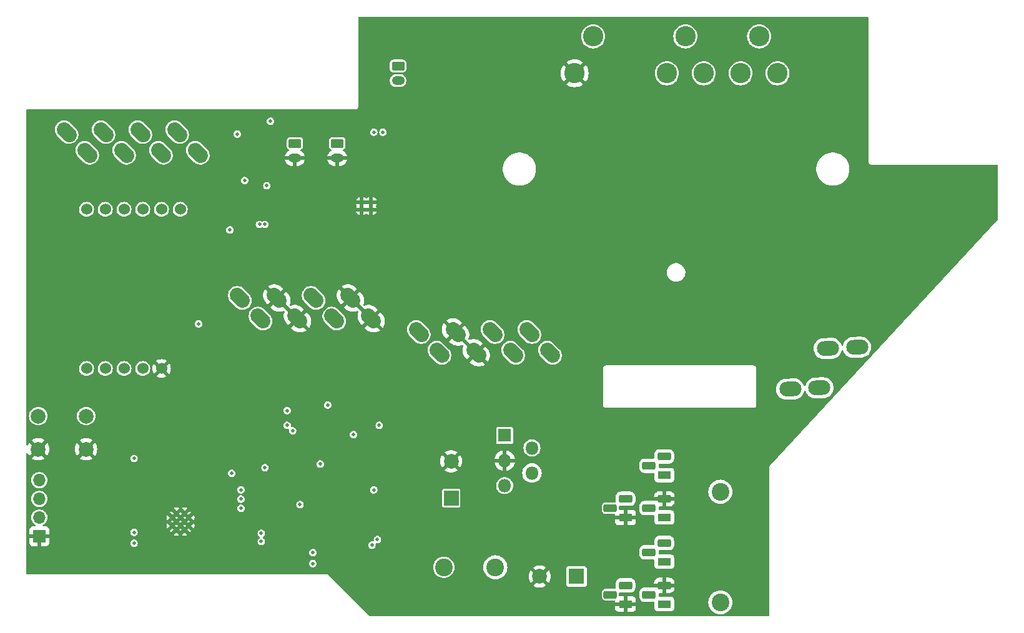
<source format=gbr>
%TF.GenerationSoftware,KiCad,Pcbnew,8.0.9-8.0.9-0~ubuntu22.04.1*%
%TF.CreationDate,2025-03-02T22:51:51+01:00*%
%TF.ProjectId,wandfernsprecher,77616e64-6665-4726-9e73-707265636865,0.1.0*%
%TF.SameCoordinates,Original*%
%TF.FileFunction,Copper,L3,Inr*%
%TF.FilePolarity,Positive*%
%FSLAX46Y46*%
G04 Gerber Fmt 4.6, Leading zero omitted, Abs format (unit mm)*
G04 Created by KiCad (PCBNEW 8.0.9-8.0.9-0~ubuntu22.04.1) date 2025-03-02 22:51:51*
%MOMM*%
%LPD*%
G01*
G04 APERTURE LIST*
G04 Aperture macros list*
%AMRoundRect*
0 Rectangle with rounded corners*
0 $1 Rounding radius*
0 $2 $3 $4 $5 $6 $7 $8 $9 X,Y pos of 4 corners*
0 Add a 4 corners polygon primitive as box body*
4,1,4,$2,$3,$4,$5,$6,$7,$8,$9,$2,$3,0*
0 Add four circle primitives for the rounded corners*
1,1,$1+$1,$2,$3*
1,1,$1+$1,$4,$5*
1,1,$1+$1,$6,$7*
1,1,$1+$1,$8,$9*
0 Add four rect primitives between the rounded corners*
20,1,$1+$1,$2,$3,$4,$5,0*
20,1,$1+$1,$4,$5,$6,$7,0*
20,1,$1+$1,$6,$7,$8,$9,0*
20,1,$1+$1,$8,$9,$2,$3,0*%
%AMHorizOval*
0 Thick line with rounded ends*
0 $1 width*
0 $2 $3 position (X,Y) of the first rounded end (center of the circle)*
0 $4 $5 position (X,Y) of the second rounded end (center of the circle)*
0 Add line between two ends*
20,1,$1,$2,$3,$4,$5,0*
0 Add two circle primitives to create the rounded ends*
1,1,$1,$2,$3*
1,1,$1,$4,$5*%
G04 Aperture macros list end*
%TA.AperFunction,ComponentPad*%
%ADD10RoundRect,0.250000X-0.625000X0.350000X-0.625000X-0.350000X0.625000X-0.350000X0.625000X0.350000X0*%
%TD*%
%TA.AperFunction,ComponentPad*%
%ADD11O,1.750000X1.200000*%
%TD*%
%TA.AperFunction,HeatsinkPad*%
%ADD12C,0.600000*%
%TD*%
%TA.AperFunction,ComponentPad*%
%ADD13R,1.800000X1.100000*%
%TD*%
%TA.AperFunction,ComponentPad*%
%ADD14RoundRect,0.275000X0.625000X-0.275000X0.625000X0.275000X-0.625000X0.275000X-0.625000X-0.275000X0*%
%TD*%
%TA.AperFunction,ComponentPad*%
%ADD15R,2.000000X2.000000*%
%TD*%
%TA.AperFunction,ComponentPad*%
%ADD16C,2.000000*%
%TD*%
%TA.AperFunction,ComponentPad*%
%ADD17C,1.524000*%
%TD*%
%TA.AperFunction,ComponentPad*%
%ADD18HorizOval,2.000000X-0.353553X0.353553X0.353553X-0.353553X0*%
%TD*%
%TA.AperFunction,ComponentPad*%
%ADD19C,2.400000*%
%TD*%
%TA.AperFunction,ComponentPad*%
%ADD20R,1.800000X1.800000*%
%TD*%
%TA.AperFunction,ComponentPad*%
%ADD21O,1.800000X1.800000*%
%TD*%
%TA.AperFunction,ComponentPad*%
%ADD22C,2.750000*%
%TD*%
%TA.AperFunction,ComponentPad*%
%ADD23R,1.700000X1.700000*%
%TD*%
%TA.AperFunction,ComponentPad*%
%ADD24O,1.700000X1.700000*%
%TD*%
%TA.AperFunction,ComponentPad*%
%ADD25HorizOval,2.000000X0.499631X0.019194X-0.499631X-0.019194X0*%
%TD*%
%TA.AperFunction,ViaPad*%
%ADD26C,0.508000*%
%TD*%
G04 APERTURE END LIST*
D10*
%TO.N,+BATT*%
%TO.C,BT1*%
X92550000Y-85500000D03*
D11*
%TO.N,GND*%
X92550000Y-87500000D03*
%TD*%
D12*
%TO.N,GND*%
%TO.C,U3*%
X95860000Y-94485000D03*
X97140000Y-94485000D03*
X95860000Y-93515000D03*
X97140000Y-93515000D03*
%TD*%
D13*
%TO.N,Net-(Q4-E)*%
%TO.C,Q5*%
X136900000Y-136250000D03*
D14*
%TO.N,Net-(Q2-C)*%
X134830000Y-134980000D03*
%TO.N,GND*%
X136900000Y-133710000D03*
%TD*%
D12*
%TO.N,GND*%
%TO.C,U2*%
X72390000Y-137350000D03*
X72390000Y-136250000D03*
X71840000Y-137900000D03*
X71840000Y-136800000D03*
X71840000Y-135700000D03*
X71290000Y-137350000D03*
X71290000Y-136250000D03*
X70740000Y-137900000D03*
X70740000Y-136800000D03*
X70740000Y-135700000D03*
X70190000Y-137350000D03*
X70190000Y-136250000D03*
%TD*%
D15*
%TO.N,+48V*%
%TO.C,C14*%
X125000000Y-144250000D03*
D16*
%TO.N,GND*%
X120000000Y-144250000D03*
%TD*%
%TO.N,GND*%
%TO.C,SW4*%
X58500000Y-127000000D03*
X52000000Y-127000000D03*
%TO.N,/IO9*%
X58500000Y-122500000D03*
X52000000Y-122500000D03*
%TD*%
D17*
%TO.N,+4V*%
%TO.C,U1*%
X58555000Y-116045000D03*
%TO.N,unconnected-(U1-RST-Pad2)*%
X61095000Y-116045000D03*
%TO.N,SIM_RX*%
X63635000Y-116045000D03*
%TO.N,SIM_TX*%
X66175000Y-116045000D03*
%TO.N,GND*%
X68715000Y-116045000D03*
%TO.N,/S-*%
X71255000Y-94455000D03*
%TO.N,/S+*%
X68715000Y-94455000D03*
%TO.N,/M-*%
X66175000Y-94455000D03*
%TO.N,/M+*%
X63635000Y-94455000D03*
%TO.N,unconnected-(U1-DTR-Pad10)*%
X61095000Y-94455000D03*
%TO.N,unconnected-(U1-RING-Pad11)*%
X58555000Y-94455000D03*
%TD*%
D18*
%TO.N,Net-(ES1-A)*%
%TO.C,ES1*%
X103600000Y-111100000D03*
X106400000Y-113900000D03*
%TO.N,GND*%
X108600000Y-111100000D03*
X111400000Y-113900000D03*
%TO.N,Net-(ES1-C)*%
X113600000Y-111100000D03*
X116400000Y-113900000D03*
%TO.N,unconnected-(ES1-NC-Pad4)_1*%
X118600000Y-111100000D03*
%TO.N,unconnected-(ES1-NC-Pad4)*%
X121400000Y-113900000D03*
%TD*%
D13*
%TO.N,Net-(Q6-E)*%
%TO.C,Q6*%
X136900000Y-142250000D03*
D14*
%TO.N,Net-(Q3-C)*%
X134830000Y-140980000D03*
%TO.N,+48V*%
X136900000Y-139710000D03*
%TD*%
D10*
%TO.N,+BATT*%
%TO.C,SW3*%
X100799999Y-75000000D03*
D11*
%TO.N,+4V*%
X100799999Y-77000000D03*
%TD*%
D18*
%TO.N,/M+*%
%TO.C,J1*%
X55850000Y-83975000D03*
X58650000Y-86775000D03*
%TO.N,/M-*%
X60850000Y-83975000D03*
X63650000Y-86775000D03*
%TO.N,/S+*%
X65850000Y-83975000D03*
X68650000Y-86775000D03*
%TO.N,/S-*%
X70850000Y-83975000D03*
X73650000Y-86775000D03*
%TD*%
D13*
%TO.N,Net-(Q6-E)*%
%TO.C,Q7*%
X136900000Y-148000000D03*
D14*
%TO.N,Net-(Q3-C)*%
X134830000Y-146730000D03*
%TO.N,GND*%
X136900000Y-145460000D03*
%TD*%
D19*
%TO.N,Net-(Q6-E)*%
%TO.C,C15*%
X144500000Y-147750000D03*
%TO.N,Net-(C15-Pad2)*%
X144500000Y-132750000D03*
%TD*%
D18*
%TO.N,/NS-nsi*%
%TO.C,NS1*%
X79350000Y-106475000D03*
X82150000Y-109275000D03*
%TO.N,GND*%
X84350000Y-106475000D03*
X87150000Y-109275000D03*
%TO.N,/NS-nsa*%
X89350000Y-106475000D03*
X92150000Y-109275000D03*
%TO.N,GND*%
X94350000Y-106475000D03*
X97150000Y-109275000D03*
%TD*%
D20*
%TO.N,/Bells/HV-C*%
%TO.C,U4*%
X115250000Y-125117677D03*
D21*
%TO.N,/Bells/HV-FB*%
X118950000Y-126817677D03*
%TO.N,GND*%
X115250000Y-128517677D03*
%TO.N,Net-(D1-A)*%
X118950000Y-130217677D03*
%TO.N,/Bells/HV-IN*%
X115250000Y-131917677D03*
%TD*%
D13*
%TO.N,Net-(Q4-E)*%
%TO.C,Q4*%
X136900000Y-130500000D03*
D14*
%TO.N,Net-(Q2-C)*%
X134830000Y-129230000D03*
%TO.N,+48V*%
X136900000Y-127960000D03*
%TD*%
D13*
%TO.N,GND*%
%TO.C,Q2*%
X131650000Y-136250000D03*
D14*
%TO.N,Net-(Q2-B)*%
X129580000Y-134980000D03*
%TO.N,Net-(Q2-C)*%
X131650000Y-133710000D03*
%TD*%
D13*
%TO.N,GND*%
%TO.C,Q3*%
X131650000Y-148000000D03*
D14*
%TO.N,Net-(Q3-B)*%
X129580000Y-146730000D03*
%TO.N,Net-(Q3-C)*%
X131650000Y-145460000D03*
%TD*%
D15*
%TO.N,/Bells/HV-IN*%
%TO.C,C12*%
X108000000Y-133617677D03*
D16*
%TO.N,GND*%
X108000000Y-128617677D03*
%TD*%
D22*
%TO.N,GND*%
%TO.C,GS1*%
X124750000Y-76000000D03*
%TO.N,Net-(GS1-S1c)*%
X127250000Y-71000000D03*
%TO.N,unconnected-(GS1-S2l-Pad3)*%
X137250000Y-76000000D03*
%TO.N,unconnected-(GS1-S2c-Pad4)*%
X139750000Y-71000000D03*
%TO.N,unconnected-(GS1-S2r-Pad5)*%
X142250000Y-76000000D03*
%TO.N,unconnected-(GS1-S3l-Pad6)*%
X147250000Y-76000000D03*
%TO.N,unconnected-(GS1-S3c-Pad7)*%
X149750000Y-71000000D03*
%TO.N,unconnected-(GS1-S3r-Pad8)*%
X152250000Y-76000000D03*
%TD*%
D19*
%TO.N,/Bells/HV-IN*%
%TO.C,L2*%
X107000000Y-143000000D03*
%TO.N,Net-(D1-A)*%
X114000000Y-143000000D03*
%TD*%
D23*
%TO.N,GND*%
%TO.C,J3*%
X52137500Y-138800000D03*
D24*
%TO.N,/plug.D+*%
X52137500Y-136260000D03*
%TO.N,/plug.D-*%
X52137500Y-133720000D03*
%TO.N,VBUS*%
X52137500Y-131180000D03*
%TD*%
D10*
%TO.N,Net-(J2-Pin_1)*%
%TO.C,J2*%
X86800000Y-85500000D03*
D11*
%TO.N,GND*%
X86800000Y-87500000D03*
%TD*%
D25*
%TO.N,Net-(Q4-E)*%
%TO.C,L1*%
X163026345Y-113172509D03*
X159069465Y-113324517D03*
%TO.N,Net-(C15-Pad2)*%
X157930535Y-118675483D03*
X153973655Y-118827491D03*
%TD*%
D26*
%TO.N,+BATT*%
X73750000Y-110000000D03*
%TO.N,GND*%
X61250000Y-118750000D03*
X83750000Y-141500000D03*
X73250000Y-143500000D03*
X146000000Y-69000000D03*
X82500000Y-131000000D03*
X92250000Y-131750000D03*
X142250000Y-149000000D03*
X90750000Y-143500000D03*
X150750000Y-141750000D03*
X60000000Y-117250000D03*
X102250000Y-79500000D03*
X96000000Y-69000000D03*
X65750000Y-81750000D03*
X73000000Y-110000000D03*
X98250000Y-149250000D03*
X50750000Y-143500000D03*
X106500000Y-124000000D03*
X50750000Y-129000000D03*
X60500000Y-138500000D03*
X116750000Y-149250000D03*
X105500000Y-81000000D03*
X91250000Y-114500000D03*
X86250000Y-92250000D03*
X75750000Y-94000000D03*
X50750000Y-81250000D03*
X99250000Y-77000000D03*
X58250000Y-81750000D03*
X160500000Y-118750000D03*
X70750000Y-143500000D03*
X100750000Y-149250000D03*
X58250000Y-143500000D03*
X83250000Y-95250000D03*
X57250000Y-116000000D03*
X68250000Y-143500000D03*
X164000000Y-79250000D03*
X50750000Y-141000000D03*
X60750000Y-143500000D03*
X91750000Y-103000000D03*
X180500000Y-97000000D03*
X150750000Y-149250000D03*
X50750000Y-105500000D03*
X88250000Y-143500000D03*
X85750000Y-136500000D03*
X61500000Y-134250000D03*
X75000000Y-123937500D03*
X98250000Y-136250000D03*
X79500000Y-102750000D03*
X53250000Y-143500000D03*
X73250000Y-81750000D03*
X86750000Y-140500000D03*
X156000000Y-69000000D03*
X55750000Y-143500000D03*
X124750000Y-126000000D03*
X92750000Y-144750000D03*
X66000000Y-138750000D03*
X60250000Y-132500000D03*
X102250000Y-78250000D03*
X79250000Y-131000000D03*
X164000000Y-89000000D03*
X65750000Y-143500000D03*
X102250000Y-77000000D03*
X83250000Y-143500000D03*
X123000000Y-127250000D03*
X50750000Y-90500000D03*
X96250000Y-148250000D03*
X106000000Y-69000000D03*
X50750000Y-113000000D03*
X83250000Y-127000000D03*
X78250000Y-143500000D03*
X129250000Y-149250000D03*
X68500000Y-131500000D03*
X50750000Y-98000000D03*
X94000000Y-96250000D03*
X150750000Y-129250000D03*
X136000000Y-69000000D03*
X170500000Y-107750000D03*
X80750000Y-95500000D03*
X99250000Y-78250000D03*
X50750000Y-120500000D03*
X79250000Y-141750000D03*
X72500000Y-119000000D03*
X150750000Y-134250000D03*
X60000000Y-115000000D03*
X94500000Y-146500000D03*
X86000000Y-122750000D03*
X69250000Y-124687500D03*
X155250000Y-124250000D03*
X116000000Y-69000000D03*
X181500000Y-89000000D03*
X126000000Y-69000000D03*
X99250000Y-79500000D03*
X98000000Y-98250000D03*
X96500000Y-87250000D03*
X175500000Y-102250000D03*
X75750000Y-143500000D03*
X164000000Y-69000000D03*
X81000000Y-129500000D03*
X96500000Y-114500000D03*
X105750000Y-149250000D03*
X109500000Y-124000000D03*
X82000000Y-95250000D03*
X108000000Y-121750000D03*
X93750000Y-94250000D03*
X63250000Y-122500000D03*
X165500000Y-113250000D03*
X89500000Y-97000000D03*
%TO.N,ES2*%
X94750000Y-125000000D03*
X79500000Y-133750000D03*
%TO.N,ES1*%
X65000000Y-139750000D03*
X87500000Y-134500000D03*
X98250000Y-123750000D03*
%TO.N,nsi*%
X79500000Y-135000000D03*
X90250000Y-129000000D03*
%TO.N,nsa*%
X91250000Y-121000000D03*
X65000000Y-128250000D03*
%TO.N,+3.3V*%
X78250000Y-130250000D03*
X82750000Y-129500000D03*
%TO.N,+4V*%
X85750000Y-123750000D03*
X97250000Y-140000000D03*
X86500000Y-124500000D03*
X98000000Y-139250000D03*
X85750000Y-121750000D03*
%TO.N,VBUS*%
X82750000Y-96500000D03*
X82000000Y-96500000D03*
%TO.N,HV_EN*%
X97500000Y-132500000D03*
X65000000Y-138250000D03*
%TO.N,BELL_A*%
X82250000Y-138400000D03*
X89250000Y-141000000D03*
%TO.N,BELL_B*%
X82250000Y-139500000D03*
X89250000Y-142500000D03*
%TO.N,/IO9*%
X79500000Y-132500000D03*
%TO.N,Net-(D2-K)*%
X79000000Y-84250000D03*
X98750000Y-84000000D03*
%TO.N,Net-(D3-K)*%
X97500000Y-84000000D03*
X83500000Y-82500000D03*
%TO.N,/Power Supply/Vin'*%
X83000000Y-91250000D03*
X78000000Y-97250000D03*
X80000000Y-90550000D03*
%TD*%
%TA.AperFunction,Conductor*%
%TO.N,GND*%
G36*
X110917038Y-113063485D02*
G01*
X110853455Y-113080522D01*
X110739440Y-113146348D01*
X110646348Y-113239440D01*
X110580522Y-113353455D01*
X110563485Y-113417038D01*
X109082962Y-111936515D01*
X109146545Y-111919478D01*
X109260560Y-111853652D01*
X109353652Y-111760560D01*
X109419478Y-111646545D01*
X109436515Y-111582962D01*
X110917038Y-113063485D01*
G37*
%TD.AperFunction*%
%TA.AperFunction,Conductor*%
G36*
X86667038Y-108438485D02*
G01*
X86603455Y-108455522D01*
X86489440Y-108521348D01*
X86396348Y-108614440D01*
X86330522Y-108728455D01*
X86313485Y-108792038D01*
X84832962Y-107311515D01*
X84896545Y-107294478D01*
X85010560Y-107228652D01*
X85103652Y-107135560D01*
X85169478Y-107021545D01*
X85186515Y-106957962D01*
X86667038Y-108438485D01*
G37*
%TD.AperFunction*%
%TA.AperFunction,Conductor*%
G36*
X96667038Y-108438485D02*
G01*
X96603455Y-108455522D01*
X96489440Y-108521348D01*
X96396348Y-108614440D01*
X96330522Y-108728455D01*
X96313485Y-108792038D01*
X94832962Y-107311515D01*
X94896545Y-107294478D01*
X95010560Y-107228652D01*
X95103652Y-107135560D01*
X95169478Y-107021545D01*
X95186515Y-106957962D01*
X96667038Y-108438485D01*
G37*
%TD.AperFunction*%
%TA.AperFunction,Conductor*%
G36*
X164561539Y-68401185D02*
G01*
X164607294Y-68453989D01*
X164618500Y-68505500D01*
X164618500Y-87949775D01*
X164618500Y-88050225D01*
X164644499Y-88147254D01*
X164694724Y-88234247D01*
X164765753Y-88305276D01*
X164852746Y-88355501D01*
X164949775Y-88381500D01*
X181994500Y-88381500D01*
X182061539Y-88401185D01*
X182107294Y-88453989D01*
X182118500Y-88505500D01*
X182118500Y-95801996D01*
X182098815Y-95869035D01*
X182085511Y-95886216D01*
X151226650Y-129233693D01*
X151223324Y-129237150D01*
X151194729Y-129265747D01*
X151190185Y-129271667D01*
X151185878Y-129277755D01*
X151167040Y-129313514D01*
X151164723Y-129317714D01*
X151144498Y-129352746D01*
X151141650Y-129359621D01*
X151139061Y-129366628D01*
X151130114Y-129406068D01*
X151128963Y-129410724D01*
X151118500Y-129449776D01*
X151117527Y-129457167D01*
X151116840Y-129464590D01*
X151118407Y-129504994D01*
X151118500Y-129509797D01*
X151118500Y-149494500D01*
X151098815Y-149561539D01*
X151046011Y-149607294D01*
X150994500Y-149618500D01*
X144568540Y-149618500D01*
X144501501Y-149598815D01*
X144497433Y-149594120D01*
X144456952Y-149615851D01*
X144431460Y-149618500D01*
X96919862Y-149618500D01*
X96852823Y-149598815D01*
X96832181Y-149582181D01*
X93663856Y-146413856D01*
X128429500Y-146413856D01*
X128429500Y-147046144D01*
X128434825Y-147090494D01*
X128439640Y-147130588D01*
X128492636Y-147264976D01*
X128579921Y-147380078D01*
X128695023Y-147467363D01*
X128695024Y-147467363D01*
X128695025Y-147467364D01*
X128829410Y-147520359D01*
X128913856Y-147530500D01*
X128913862Y-147530500D01*
X130126000Y-147530500D01*
X130193039Y-147550185D01*
X130238794Y-147602989D01*
X130250000Y-147654500D01*
X130250000Y-147750000D01*
X130969670Y-147750000D01*
X130949925Y-147769745D01*
X130900556Y-147855255D01*
X130875000Y-147950630D01*
X130875000Y-148049370D01*
X130900556Y-148144745D01*
X130949925Y-148230255D01*
X130969670Y-148250000D01*
X130250000Y-148250000D01*
X130250000Y-148597844D01*
X130256401Y-148657372D01*
X130256403Y-148657379D01*
X130306645Y-148792086D01*
X130306649Y-148792093D01*
X130392809Y-148907187D01*
X130392812Y-148907190D01*
X130507906Y-148993350D01*
X130507913Y-148993354D01*
X130642620Y-149043596D01*
X130642627Y-149043598D01*
X130702155Y-149049999D01*
X130702172Y-149050000D01*
X131400000Y-149050000D01*
X131900000Y-149050000D01*
X132597828Y-149050000D01*
X132597844Y-149049999D01*
X132657372Y-149043598D01*
X132657379Y-149043596D01*
X132792086Y-148993354D01*
X132792093Y-148993350D01*
X132907187Y-148907190D01*
X132907190Y-148907187D01*
X132993350Y-148792093D01*
X132993354Y-148792086D01*
X133043596Y-148657379D01*
X133043598Y-148657372D01*
X133049999Y-148597844D01*
X133050000Y-148597827D01*
X133050000Y-148250000D01*
X131900000Y-148250000D01*
X131900000Y-149050000D01*
X131400000Y-149050000D01*
X131400000Y-148346410D01*
X131480255Y-148300075D01*
X131550075Y-148230255D01*
X131599444Y-148144745D01*
X131625000Y-148049370D01*
X131625000Y-147950630D01*
X131599444Y-147855255D01*
X131550075Y-147769745D01*
X131530330Y-147750000D01*
X131900000Y-147750000D01*
X133050000Y-147750000D01*
X133050000Y-147402172D01*
X133049999Y-147402155D01*
X133043598Y-147342627D01*
X133043596Y-147342620D01*
X132993354Y-147207913D01*
X132993350Y-147207906D01*
X132907190Y-147092812D01*
X132907187Y-147092809D01*
X132792093Y-147006649D01*
X132792086Y-147006645D01*
X132657379Y-146956403D01*
X132657372Y-146956401D01*
X132597844Y-146950000D01*
X131900000Y-146950000D01*
X131900000Y-147750000D01*
X131530330Y-147750000D01*
X131480255Y-147699925D01*
X131400000Y-147653589D01*
X131400000Y-146950000D01*
X130854500Y-146950000D01*
X130787461Y-146930315D01*
X130741706Y-146877511D01*
X130730500Y-146826000D01*
X130730500Y-146540235D01*
X130750185Y-146473196D01*
X130802989Y-146427441D01*
X130872147Y-146417497D01*
X130891381Y-146421847D01*
X130898712Y-146424132D01*
X130968789Y-146430500D01*
X132331210Y-146430499D01*
X132331217Y-146430499D01*
X132401281Y-146424133D01*
X132401282Y-146424132D01*
X132401288Y-146424132D01*
X132482609Y-146398791D01*
X133509500Y-146398791D01*
X133509500Y-147061218D01*
X133515866Y-147131281D01*
X133515868Y-147131288D01*
X133566113Y-147292531D01*
X133566116Y-147292540D01*
X133653489Y-147437073D01*
X133653492Y-147437077D01*
X133772922Y-147556507D01*
X133772926Y-147556510D01*
X133917459Y-147643883D01*
X133917462Y-147643884D01*
X134078712Y-147694132D01*
X134148789Y-147700500D01*
X135455500Y-147700499D01*
X135522539Y-147720184D01*
X135568294Y-147772987D01*
X135579500Y-147824499D01*
X135579500Y-148583095D01*
X135595095Y-148681563D01*
X135615507Y-148721622D01*
X135655567Y-148800245D01*
X135655569Y-148800247D01*
X135655571Y-148800250D01*
X135749749Y-148894428D01*
X135749753Y-148894431D01*
X135749755Y-148894433D01*
X135868438Y-148954905D01*
X135868439Y-148954905D01*
X135868441Y-148954906D01*
X135966897Y-148970499D01*
X135966903Y-148970500D01*
X137833096Y-148970499D01*
X137931562Y-148954905D01*
X138050245Y-148894433D01*
X138144433Y-148800245D01*
X138204905Y-148681562D01*
X138220500Y-148583097D01*
X138220499Y-147750000D01*
X142874489Y-147750000D01*
X142894502Y-148004289D01*
X142954044Y-148252301D01*
X142954049Y-148252318D01*
X143051656Y-148487963D01*
X143051658Y-148487966D01*
X143184930Y-148705445D01*
X143184936Y-148705454D01*
X143350587Y-148899407D01*
X143350592Y-148899412D01*
X143526908Y-149050000D01*
X143544549Y-149065066D01*
X143544554Y-149065069D01*
X143762033Y-149198341D01*
X143762036Y-149198343D01*
X143997681Y-149295950D01*
X143997683Y-149295950D01*
X143997689Y-149295953D01*
X144245714Y-149355498D01*
X144441190Y-149370882D01*
X144503733Y-149394720D01*
X144533605Y-149375523D01*
X144558807Y-149370882D01*
X144754286Y-149355498D01*
X145002311Y-149295953D01*
X145055700Y-149273838D01*
X145237963Y-149198343D01*
X145237964Y-149198342D01*
X145237967Y-149198341D01*
X145455451Y-149065066D01*
X145649410Y-148899410D01*
X145815066Y-148705451D01*
X145948341Y-148487967D01*
X146045953Y-148252311D01*
X146105498Y-148004286D01*
X146125511Y-147750000D01*
X146105498Y-147495714D01*
X146045953Y-147247689D01*
X146045950Y-147247681D01*
X145948343Y-147012036D01*
X145948341Y-147012033D01*
X145914251Y-146956403D01*
X145815066Y-146794549D01*
X145649410Y-146600590D01*
X145649407Y-146600587D01*
X145455454Y-146434936D01*
X145455445Y-146434930D01*
X145237966Y-146301658D01*
X145237963Y-146301656D01*
X145002318Y-146204049D01*
X145002301Y-146204044D01*
X144754289Y-146144502D01*
X144500000Y-146124489D01*
X144245710Y-146144502D01*
X143997698Y-146204044D01*
X143997681Y-146204049D01*
X143762036Y-146301656D01*
X143762033Y-146301658D01*
X143544554Y-146434930D01*
X143544545Y-146434936D01*
X143350592Y-146600587D01*
X143350587Y-146600592D01*
X143184936Y-146794545D01*
X143184930Y-146794554D01*
X143051658Y-147012033D01*
X143051656Y-147012036D01*
X142954049Y-147247681D01*
X142954044Y-147247698D01*
X142894502Y-147495710D01*
X142874489Y-147750000D01*
X138220499Y-147750000D01*
X138220499Y-147416904D01*
X138204905Y-147318438D01*
X138144433Y-147199755D01*
X138144429Y-147199751D01*
X138144428Y-147199749D01*
X138050250Y-147105571D01*
X138050246Y-147105568D01*
X138050245Y-147105567D01*
X137931562Y-147045095D01*
X137931561Y-147045094D01*
X137931558Y-147045093D01*
X137833102Y-147029500D01*
X137833097Y-147029500D01*
X136274499Y-147029500D01*
X136207460Y-147009815D01*
X136161705Y-146957011D01*
X136150499Y-146905500D01*
X136150499Y-146634000D01*
X136170184Y-146566961D01*
X136222988Y-146521206D01*
X136274499Y-146510000D01*
X136650000Y-146510000D01*
X137150000Y-146510000D01*
X137568527Y-146510000D01*
X137568530Y-146509999D01*
X137698539Y-146495351D01*
X137863386Y-146437669D01*
X138011262Y-146344753D01*
X138134753Y-146221262D01*
X138227669Y-146073386D01*
X138285351Y-145908539D01*
X138299999Y-145778530D01*
X138300000Y-145778526D01*
X138300000Y-145710000D01*
X137150000Y-145710000D01*
X137150000Y-146510000D01*
X136650000Y-146510000D01*
X136650000Y-145806410D01*
X136730255Y-145760075D01*
X136800075Y-145690255D01*
X136849444Y-145604745D01*
X136875000Y-145509370D01*
X136875000Y-145410630D01*
X136849444Y-145315255D01*
X136800075Y-145229745D01*
X136780330Y-145210000D01*
X137150000Y-145210000D01*
X138300000Y-145210000D01*
X138300000Y-145141473D01*
X138299999Y-145141469D01*
X138285351Y-145011460D01*
X138227669Y-144846613D01*
X138134753Y-144698737D01*
X138011262Y-144575246D01*
X137863386Y-144482330D01*
X137698539Y-144424648D01*
X137568530Y-144410000D01*
X137150000Y-144410000D01*
X137150000Y-145210000D01*
X136780330Y-145210000D01*
X136730255Y-145159925D01*
X136650000Y-145113589D01*
X136650000Y-144410000D01*
X136231469Y-144410000D01*
X136101460Y-144424648D01*
X135936613Y-144482330D01*
X135788737Y-144575246D01*
X135665246Y-144698737D01*
X135572330Y-144846613D01*
X135514648Y-145011460D01*
X135500000Y-145141469D01*
X135500000Y-145210000D01*
X136219670Y-145210000D01*
X136199925Y-145229745D01*
X136150556Y-145315255D01*
X136125000Y-145410630D01*
X136125000Y-145509370D01*
X136150556Y-145604745D01*
X136199925Y-145690255D01*
X136219670Y-145710000D01*
X135499999Y-145710000D01*
X135486817Y-145723182D01*
X135425494Y-145756666D01*
X135399137Y-145759500D01*
X134148781Y-145759500D01*
X134078718Y-145765866D01*
X134078711Y-145765868D01*
X133917468Y-145816113D01*
X133917459Y-145816116D01*
X133772926Y-145903489D01*
X133772922Y-145903492D01*
X133653492Y-146022922D01*
X133653489Y-146022926D01*
X133566116Y-146167459D01*
X133566113Y-146167468D01*
X133524298Y-146301658D01*
X133515868Y-146328712D01*
X133514411Y-146344753D01*
X133509500Y-146398791D01*
X132482609Y-146398791D01*
X132562538Y-146373884D01*
X132575223Y-146366216D01*
X132707073Y-146286510D01*
X132707072Y-146286510D01*
X132707078Y-146286507D01*
X132826507Y-146167078D01*
X132879195Y-146079921D01*
X132913883Y-146022540D01*
X132913886Y-146022531D01*
X132923202Y-145992636D01*
X132964132Y-145861288D01*
X132970500Y-145791211D01*
X132970499Y-145128790D01*
X132970499Y-145128789D01*
X132970499Y-145128781D01*
X132964133Y-145058718D01*
X132964132Y-145058714D01*
X132964132Y-145058712D01*
X132913884Y-144897462D01*
X132913883Y-144897459D01*
X132826510Y-144752926D01*
X132826507Y-144752922D01*
X132707077Y-144633492D01*
X132707073Y-144633489D01*
X132562540Y-144546116D01*
X132562531Y-144546113D01*
X132401295Y-144495870D01*
X132401293Y-144495869D01*
X132401288Y-144495868D01*
X132331211Y-144489500D01*
X132331208Y-144489500D01*
X130968781Y-144489500D01*
X130898718Y-144495866D01*
X130898711Y-144495868D01*
X130737468Y-144546113D01*
X130737459Y-144546116D01*
X130592926Y-144633489D01*
X130592922Y-144633492D01*
X130473492Y-144752922D01*
X130473489Y-144752926D01*
X130386116Y-144897459D01*
X130386113Y-144897468D01*
X130350592Y-145011460D01*
X130335868Y-145058712D01*
X130330310Y-145119882D01*
X130329500Y-145128791D01*
X130329500Y-145791211D01*
X130329780Y-145794283D01*
X130316240Y-145862828D01*
X130267792Y-145913172D01*
X130206288Y-145929500D01*
X128913856Y-145929500D01*
X128875841Y-145934065D01*
X128829411Y-145939640D01*
X128695023Y-145992636D01*
X128579921Y-146079921D01*
X128492636Y-146195023D01*
X128439640Y-146329411D01*
X128437798Y-146344753D01*
X128429500Y-146413856D01*
X93663856Y-146413856D01*
X91250000Y-144000000D01*
X50505500Y-144000000D01*
X50438461Y-143980315D01*
X50392706Y-143927511D01*
X50381500Y-143876000D01*
X50381500Y-142500000D01*
X88740312Y-142500000D01*
X88760957Y-142643595D01*
X88760958Y-142643599D01*
X88809551Y-142750000D01*
X88821223Y-142775558D01*
X88916225Y-142885196D01*
X88947929Y-142905571D01*
X89038269Y-142963630D01*
X89177461Y-143004499D01*
X89177463Y-143004500D01*
X89177464Y-143004500D01*
X89322537Y-143004500D01*
X89322537Y-143004499D01*
X89337880Y-142999994D01*
X105544529Y-142999994D01*
X105544529Y-143000005D01*
X105564379Y-143239559D01*
X105623389Y-143472589D01*
X105719951Y-143692729D01*
X105779631Y-143784075D01*
X105851429Y-143893969D01*
X106014236Y-144070825D01*
X106014239Y-144070827D01*
X106014242Y-144070830D01*
X106203924Y-144218466D01*
X106203930Y-144218470D01*
X106203933Y-144218472D01*
X106415344Y-144332882D01*
X106415347Y-144332883D01*
X106642699Y-144410933D01*
X106642701Y-144410933D01*
X106642703Y-144410934D01*
X106879808Y-144450500D01*
X106879809Y-144450500D01*
X107120191Y-144450500D01*
X107120192Y-144450500D01*
X107357297Y-144410934D01*
X107584656Y-144332882D01*
X107796067Y-144218472D01*
X107985764Y-144070825D01*
X108148571Y-143893969D01*
X108280049Y-143692728D01*
X108376610Y-143472591D01*
X108435620Y-143239563D01*
X108451307Y-143050250D01*
X108455471Y-143000005D01*
X108455471Y-143000000D01*
X112374489Y-143000000D01*
X112394502Y-143254289D01*
X112454044Y-143502301D01*
X112454049Y-143502318D01*
X112551656Y-143737963D01*
X112551658Y-143737966D01*
X112684930Y-143955445D01*
X112684936Y-143955454D01*
X112850587Y-144149407D01*
X112850592Y-144149412D01*
X112931451Y-144218472D01*
X113044549Y-144315066D01*
X113200989Y-144410933D01*
X113262033Y-144448341D01*
X113262036Y-144448343D01*
X113497681Y-144545950D01*
X113497683Y-144545950D01*
X113497689Y-144545953D01*
X113745714Y-144605498D01*
X114000000Y-144625511D01*
X114254286Y-144605498D01*
X114502311Y-144545953D01*
X114638598Y-144489501D01*
X114737963Y-144448343D01*
X114737964Y-144448342D01*
X114737967Y-144448341D01*
X114955451Y-144315066D01*
X115031641Y-144249994D01*
X118494859Y-144249994D01*
X118494859Y-144250005D01*
X118515385Y-144497729D01*
X118515387Y-144497738D01*
X118576412Y-144738717D01*
X118676267Y-144966367D01*
X118776562Y-145119881D01*
X119517037Y-144379408D01*
X119534075Y-144442993D01*
X119599901Y-144557007D01*
X119692993Y-144650099D01*
X119807007Y-144715925D01*
X119870591Y-144732962D01*
X119129943Y-145473609D01*
X119176768Y-145510055D01*
X119176771Y-145510057D01*
X119395385Y-145628364D01*
X119395396Y-145628369D01*
X119630506Y-145709083D01*
X119875707Y-145750000D01*
X120124293Y-145750000D01*
X120369493Y-145709083D01*
X120604603Y-145628369D01*
X120604614Y-145628364D01*
X120823230Y-145510056D01*
X120823236Y-145510051D01*
X120870055Y-145473610D01*
X120870056Y-145473609D01*
X120129408Y-144732962D01*
X120192993Y-144715925D01*
X120307007Y-144650099D01*
X120400099Y-144557007D01*
X120465925Y-144442993D01*
X120482962Y-144379409D01*
X121223435Y-145119882D01*
X121323733Y-144966364D01*
X121423587Y-144738717D01*
X121484612Y-144497738D01*
X121484614Y-144497729D01*
X121505141Y-144250005D01*
X121505141Y-144249994D01*
X121484614Y-144002270D01*
X121484612Y-144002261D01*
X121423587Y-143761282D01*
X121323732Y-143533632D01*
X121223435Y-143380116D01*
X120482962Y-144120590D01*
X120465925Y-144057007D01*
X120400099Y-143942993D01*
X120307007Y-143849901D01*
X120192993Y-143784075D01*
X120129409Y-143767037D01*
X120679548Y-143216897D01*
X123579500Y-143216897D01*
X123579500Y-145283095D01*
X123595095Y-145381563D01*
X123609906Y-145410630D01*
X123655567Y-145500245D01*
X123655569Y-145500247D01*
X123655571Y-145500250D01*
X123749749Y-145594428D01*
X123749753Y-145594431D01*
X123749755Y-145594433D01*
X123868438Y-145654905D01*
X123868439Y-145654905D01*
X123868441Y-145654906D01*
X123966897Y-145670499D01*
X123966903Y-145670500D01*
X126033096Y-145670499D01*
X126131562Y-145654905D01*
X126250245Y-145594433D01*
X126344433Y-145500245D01*
X126404905Y-145381562D01*
X126420500Y-145283097D01*
X126420499Y-143216904D01*
X126404905Y-143118438D01*
X126344433Y-142999755D01*
X126344429Y-142999751D01*
X126344428Y-142999749D01*
X126250250Y-142905571D01*
X126250246Y-142905568D01*
X126250245Y-142905567D01*
X126131562Y-142845095D01*
X126131561Y-142845094D01*
X126131558Y-142845093D01*
X126033102Y-142829500D01*
X123966904Y-142829500D01*
X123868436Y-142845095D01*
X123816350Y-142871635D01*
X123749755Y-142905567D01*
X123749754Y-142905568D01*
X123749749Y-142905571D01*
X123655571Y-142999749D01*
X123655568Y-142999753D01*
X123595093Y-143118441D01*
X123579500Y-143216897D01*
X120679548Y-143216897D01*
X120870055Y-143026389D01*
X120870055Y-143026388D01*
X120823236Y-142989947D01*
X120823231Y-142989944D01*
X120604614Y-142871635D01*
X120604603Y-142871630D01*
X120369493Y-142790916D01*
X120124293Y-142750000D01*
X119875707Y-142750000D01*
X119630506Y-142790916D01*
X119395396Y-142871630D01*
X119395385Y-142871635D01*
X119176770Y-142989943D01*
X119129943Y-143026389D01*
X119870591Y-143767037D01*
X119807007Y-143784075D01*
X119692993Y-143849901D01*
X119599901Y-143942993D01*
X119534075Y-144057007D01*
X119517037Y-144120591D01*
X118776563Y-143380117D01*
X118676267Y-143533633D01*
X118676265Y-143533637D01*
X118576412Y-143761282D01*
X118515387Y-144002261D01*
X118515385Y-144002270D01*
X118494859Y-144249994D01*
X115031641Y-144249994D01*
X115149410Y-144149410D01*
X115315066Y-143955451D01*
X115448341Y-143737967D01*
X115545953Y-143502311D01*
X115605498Y-143254286D01*
X115625511Y-143000000D01*
X115605498Y-142745714D01*
X115545953Y-142497689D01*
X115487431Y-142356404D01*
X115448343Y-142262036D01*
X115448341Y-142262033D01*
X115425305Y-142224442D01*
X115315066Y-142044549D01*
X115308081Y-142036371D01*
X115149412Y-141850592D01*
X115149407Y-141850587D01*
X114955454Y-141684936D01*
X114955445Y-141684930D01*
X114737966Y-141551658D01*
X114737963Y-141551656D01*
X114502318Y-141454049D01*
X114502301Y-141454044D01*
X114254289Y-141394502D01*
X114000000Y-141374489D01*
X113745710Y-141394502D01*
X113497698Y-141454044D01*
X113497681Y-141454049D01*
X113262036Y-141551656D01*
X113262033Y-141551658D01*
X113044554Y-141684930D01*
X113044545Y-141684936D01*
X112850592Y-141850587D01*
X112850587Y-141850592D01*
X112684936Y-142044545D01*
X112684930Y-142044554D01*
X112551658Y-142262033D01*
X112551656Y-142262036D01*
X112454049Y-142497681D01*
X112454044Y-142497698D01*
X112394502Y-142745710D01*
X112374489Y-143000000D01*
X108455471Y-143000000D01*
X108455471Y-142999994D01*
X108441343Y-142829500D01*
X108435620Y-142760437D01*
X108376610Y-142527409D01*
X108280049Y-142307272D01*
X108148571Y-142106031D01*
X107985764Y-141929175D01*
X107985759Y-141929171D01*
X107985757Y-141929169D01*
X107796075Y-141781533D01*
X107796069Y-141781529D01*
X107584657Y-141667118D01*
X107584652Y-141667116D01*
X107357300Y-141589066D01*
X107179468Y-141559391D01*
X107120192Y-141549500D01*
X106879808Y-141549500D01*
X106832387Y-141557413D01*
X106642699Y-141589066D01*
X106415347Y-141667116D01*
X106415342Y-141667118D01*
X106203930Y-141781529D01*
X106203924Y-141781533D01*
X106014242Y-141929169D01*
X106014239Y-141929172D01*
X105851430Y-142106029D01*
X105851427Y-142106033D01*
X105719951Y-142307270D01*
X105623389Y-142527410D01*
X105564379Y-142760440D01*
X105544529Y-142999994D01*
X89337880Y-142999994D01*
X89461729Y-142963630D01*
X89461730Y-142963630D01*
X89461732Y-142963629D01*
X89583775Y-142885196D01*
X89678777Y-142775558D01*
X89739042Y-142643596D01*
X89759688Y-142500000D01*
X89739042Y-142356404D01*
X89739041Y-142356400D01*
X89678777Y-142224443D01*
X89678777Y-142224442D01*
X89583775Y-142114804D01*
X89521060Y-142074499D01*
X89461730Y-142036369D01*
X89322538Y-141995500D01*
X89322536Y-141995500D01*
X89177464Y-141995500D01*
X89177461Y-141995500D01*
X89038270Y-142036369D01*
X89038269Y-142036369D01*
X88916226Y-142114803D01*
X88821223Y-142224442D01*
X88821222Y-142224443D01*
X88760958Y-142356400D01*
X88760957Y-142356404D01*
X88740312Y-142500000D01*
X50381500Y-142500000D01*
X50381500Y-141000000D01*
X88740312Y-141000000D01*
X88760957Y-141143595D01*
X88760958Y-141143599D01*
X88814033Y-141259815D01*
X88821223Y-141275558D01*
X88916225Y-141385196D01*
X88994659Y-141435602D01*
X89038269Y-141463630D01*
X89177461Y-141504499D01*
X89177463Y-141504500D01*
X89177464Y-141504500D01*
X89322537Y-141504500D01*
X89322537Y-141504499D01*
X89461729Y-141463630D01*
X89461730Y-141463630D01*
X89461732Y-141463629D01*
X89583775Y-141385196D01*
X89678777Y-141275558D01*
X89739042Y-141143596D01*
X89759688Y-141000000D01*
X89739042Y-140856404D01*
X89739041Y-140856400D01*
X89678777Y-140724443D01*
X89678777Y-140724442D01*
X89613225Y-140648791D01*
X133509500Y-140648791D01*
X133509500Y-141311218D01*
X133515866Y-141381281D01*
X133515868Y-141381288D01*
X133566113Y-141542531D01*
X133566116Y-141542540D01*
X133653489Y-141687073D01*
X133653492Y-141687077D01*
X133772922Y-141806507D01*
X133772926Y-141806510D01*
X133917459Y-141893883D01*
X133917462Y-141893884D01*
X134078712Y-141944132D01*
X134148789Y-141950500D01*
X135455500Y-141950499D01*
X135522539Y-141970184D01*
X135568294Y-142022987D01*
X135579500Y-142074499D01*
X135579500Y-142833095D01*
X135595095Y-142931563D01*
X135611434Y-142963629D01*
X135655567Y-143050245D01*
X135655569Y-143050247D01*
X135655571Y-143050250D01*
X135749749Y-143144428D01*
X135749753Y-143144431D01*
X135749755Y-143144433D01*
X135868438Y-143204905D01*
X135868439Y-143204905D01*
X135868441Y-143204906D01*
X135966897Y-143220499D01*
X135966903Y-143220500D01*
X137833096Y-143220499D01*
X137931562Y-143204905D01*
X138050245Y-143144433D01*
X138144433Y-143050245D01*
X138204905Y-142931562D01*
X138209022Y-142905571D01*
X138220499Y-142833102D01*
X138220500Y-142833097D01*
X138220499Y-141666904D01*
X138204905Y-141568438D01*
X138144433Y-141449755D01*
X138144429Y-141449751D01*
X138144428Y-141449749D01*
X138050250Y-141355571D01*
X138050246Y-141355568D01*
X138050245Y-141355567D01*
X137931562Y-141295095D01*
X137931561Y-141295094D01*
X137931558Y-141295093D01*
X137833102Y-141279500D01*
X137833097Y-141279500D01*
X136274499Y-141279500D01*
X136207460Y-141259815D01*
X136161705Y-141207011D01*
X136150499Y-141155500D01*
X136150499Y-140804499D01*
X136170184Y-140737460D01*
X136222988Y-140691705D01*
X136274494Y-140680499D01*
X137581210Y-140680499D01*
X137581217Y-140680499D01*
X137651281Y-140674133D01*
X137651282Y-140674132D01*
X137651288Y-140674132D01*
X137812538Y-140623884D01*
X137827559Y-140614804D01*
X137957073Y-140536510D01*
X137957072Y-140536510D01*
X137957078Y-140536507D01*
X138076507Y-140417078D01*
X138095780Y-140385196D01*
X138163883Y-140272540D01*
X138163886Y-140272531D01*
X138169505Y-140254499D01*
X138214132Y-140111288D01*
X138220500Y-140041211D01*
X138220499Y-139378790D01*
X138220499Y-139378789D01*
X138220499Y-139378781D01*
X138214133Y-139308718D01*
X138214132Y-139308714D01*
X138214132Y-139308712D01*
X138163884Y-139147462D01*
X138163883Y-139147459D01*
X138076510Y-139002926D01*
X138076507Y-139002922D01*
X137957077Y-138883492D01*
X137957073Y-138883489D01*
X137812540Y-138796116D01*
X137812531Y-138796113D01*
X137651295Y-138745870D01*
X137651293Y-138745869D01*
X137651288Y-138745868D01*
X137581211Y-138739500D01*
X137581208Y-138739500D01*
X136218781Y-138739500D01*
X136148718Y-138745866D01*
X136148711Y-138745868D01*
X135987468Y-138796113D01*
X135987459Y-138796116D01*
X135842926Y-138883489D01*
X135842922Y-138883492D01*
X135723492Y-139002922D01*
X135723489Y-139002926D01*
X135636116Y-139147459D01*
X135636113Y-139147468D01*
X135585870Y-139308704D01*
X135585868Y-139308712D01*
X135585868Y-139308718D01*
X135579500Y-139378791D01*
X135579500Y-139885500D01*
X135559815Y-139952539D01*
X135507011Y-139998294D01*
X135455500Y-140009500D01*
X134148781Y-140009500D01*
X134078718Y-140015866D01*
X134078711Y-140015868D01*
X133917468Y-140066113D01*
X133917459Y-140066116D01*
X133772926Y-140153489D01*
X133772922Y-140153492D01*
X133653492Y-140272922D01*
X133653489Y-140272926D01*
X133566116Y-140417459D01*
X133566113Y-140417468D01*
X133515870Y-140578704D01*
X133515868Y-140578712D01*
X133512589Y-140614803D01*
X133509500Y-140648791D01*
X89613225Y-140648791D01*
X89583775Y-140614804D01*
X89548950Y-140592423D01*
X89461730Y-140536369D01*
X89322538Y-140495500D01*
X89322536Y-140495500D01*
X89177464Y-140495500D01*
X89177461Y-140495500D01*
X89038270Y-140536369D01*
X89038269Y-140536369D01*
X88916226Y-140614803D01*
X88916225Y-140614803D01*
X88916225Y-140614804D01*
X88886777Y-140648789D01*
X88821223Y-140724442D01*
X88821222Y-140724443D01*
X88760958Y-140856400D01*
X88760957Y-140856404D01*
X88740312Y-141000000D01*
X50381500Y-141000000D01*
X50381500Y-137902155D01*
X50787500Y-137902155D01*
X50787500Y-138550000D01*
X51704488Y-138550000D01*
X51671575Y-138607007D01*
X51637500Y-138734174D01*
X51637500Y-138865826D01*
X51671575Y-138992993D01*
X51704488Y-139050000D01*
X50787500Y-139050000D01*
X50787500Y-139697844D01*
X50793901Y-139757372D01*
X50793903Y-139757379D01*
X50844145Y-139892086D01*
X50844149Y-139892093D01*
X50930309Y-140007187D01*
X50930312Y-140007190D01*
X51045406Y-140093350D01*
X51045413Y-140093354D01*
X51180120Y-140143596D01*
X51180127Y-140143598D01*
X51239655Y-140149999D01*
X51239672Y-140150000D01*
X51887500Y-140150000D01*
X51887500Y-139233012D01*
X51944507Y-139265925D01*
X52071674Y-139300000D01*
X52203326Y-139300000D01*
X52330493Y-139265925D01*
X52387500Y-139233012D01*
X52387500Y-140150000D01*
X53035328Y-140150000D01*
X53035344Y-140149999D01*
X53094872Y-140143598D01*
X53094879Y-140143596D01*
X53229586Y-140093354D01*
X53229593Y-140093350D01*
X53344687Y-140007190D01*
X53344690Y-140007187D01*
X53430850Y-139892093D01*
X53430854Y-139892086D01*
X53481096Y-139757379D01*
X53481098Y-139757372D01*
X53481891Y-139750000D01*
X64490312Y-139750000D01*
X64510957Y-139893595D01*
X64510958Y-139893599D01*
X64563890Y-140009501D01*
X64571223Y-140025558D01*
X64666225Y-140135196D01*
X64744659Y-140185602D01*
X64788269Y-140213630D01*
X64927461Y-140254499D01*
X64927463Y-140254500D01*
X64927464Y-140254500D01*
X65072537Y-140254500D01*
X65072537Y-140254499D01*
X65211729Y-140213630D01*
X65211730Y-140213630D01*
X65211732Y-140213629D01*
X65333775Y-140135196D01*
X65428777Y-140025558D01*
X65489042Y-139893596D01*
X65509688Y-139750000D01*
X65489042Y-139606404D01*
X65489041Y-139606400D01*
X65428777Y-139474443D01*
X65428777Y-139474442D01*
X65333775Y-139364804D01*
X65298950Y-139342423D01*
X65211730Y-139286369D01*
X65072538Y-139245500D01*
X65072536Y-139245500D01*
X64927464Y-139245500D01*
X64927461Y-139245500D01*
X64788270Y-139286369D01*
X64788269Y-139286369D01*
X64666226Y-139364803D01*
X64666225Y-139364803D01*
X64666225Y-139364804D01*
X64641277Y-139393596D01*
X64571223Y-139474442D01*
X64571222Y-139474443D01*
X64510958Y-139606400D01*
X64510957Y-139606404D01*
X64490312Y-139750000D01*
X53481891Y-139750000D01*
X53487499Y-139697844D01*
X53487500Y-139697827D01*
X53487500Y-139050000D01*
X52570512Y-139050000D01*
X52603425Y-138992993D01*
X52637500Y-138865826D01*
X52637500Y-138734174D01*
X52603425Y-138607007D01*
X52570512Y-138550000D01*
X53487500Y-138550000D01*
X53487500Y-138250000D01*
X64490312Y-138250000D01*
X64510957Y-138393595D01*
X64510958Y-138393599D01*
X64556351Y-138492993D01*
X64571223Y-138525558D01*
X64666225Y-138635196D01*
X64729029Y-138675558D01*
X64788269Y-138713630D01*
X64927461Y-138754499D01*
X64927463Y-138754500D01*
X64927464Y-138754500D01*
X65072537Y-138754500D01*
X65072537Y-138754499D01*
X65211729Y-138713630D01*
X65211730Y-138713630D01*
X65225062Y-138705062D01*
X65333775Y-138635196D01*
X65349837Y-138616660D01*
X70376891Y-138616660D01*
X70390697Y-138625335D01*
X70390701Y-138625337D01*
X70560858Y-138684877D01*
X70560861Y-138684878D01*
X70739997Y-138705062D01*
X70740003Y-138705062D01*
X70919138Y-138684878D01*
X71089307Y-138625333D01*
X71103107Y-138616661D01*
X71103107Y-138616660D01*
X71476891Y-138616660D01*
X71490697Y-138625335D01*
X71490701Y-138625337D01*
X71660858Y-138684877D01*
X71660861Y-138684878D01*
X71839997Y-138705062D01*
X71840003Y-138705062D01*
X72019138Y-138684878D01*
X72189307Y-138625333D01*
X72203107Y-138616661D01*
X72203107Y-138616660D01*
X71986448Y-138400000D01*
X81740312Y-138400000D01*
X81760957Y-138543595D01*
X81760958Y-138543599D01*
X81802790Y-138635196D01*
X81821223Y-138675558D01*
X81916225Y-138785196D01*
X81933217Y-138796116D01*
X82010346Y-138845685D01*
X82056101Y-138898489D01*
X82066044Y-138967648D01*
X82037018Y-139031204D01*
X82010346Y-139054315D01*
X81916226Y-139114803D01*
X81916225Y-139114803D01*
X81916225Y-139114804D01*
X81842316Y-139200099D01*
X81821223Y-139224442D01*
X81821222Y-139224443D01*
X81760958Y-139356400D01*
X81760957Y-139356404D01*
X81740312Y-139500000D01*
X81760957Y-139643595D01*
X81760958Y-139643599D01*
X81812921Y-139757379D01*
X81821223Y-139775558D01*
X81916225Y-139885196D01*
X81994659Y-139935602D01*
X82038269Y-139963630D01*
X82177461Y-140004499D01*
X82177463Y-140004500D01*
X82177464Y-140004500D01*
X82322537Y-140004500D01*
X82322537Y-140004499D01*
X82337860Y-140000000D01*
X96740312Y-140000000D01*
X96760957Y-140143595D01*
X96760958Y-140143599D01*
X96819844Y-140272538D01*
X96821223Y-140275558D01*
X96916225Y-140385196D01*
X96966441Y-140417468D01*
X97038269Y-140463630D01*
X97177461Y-140504499D01*
X97177463Y-140504500D01*
X97177464Y-140504500D01*
X97322537Y-140504500D01*
X97322537Y-140504499D01*
X97461729Y-140463630D01*
X97461730Y-140463630D01*
X97461732Y-140463629D01*
X97583775Y-140385196D01*
X97678777Y-140275558D01*
X97734524Y-140153489D01*
X97739041Y-140143599D01*
X97739042Y-140143595D01*
X97743687Y-140111288D01*
X97759688Y-140000000D01*
X97742898Y-139883226D01*
X97752841Y-139814070D01*
X97798596Y-139761266D01*
X97865635Y-139741581D01*
X97900570Y-139746604D01*
X97927460Y-139754499D01*
X97927463Y-139754500D01*
X97927464Y-139754500D01*
X98072537Y-139754500D01*
X98072537Y-139754499D01*
X98211729Y-139713630D01*
X98211730Y-139713630D01*
X98211732Y-139713629D01*
X98333775Y-139635196D01*
X98428777Y-139525558D01*
X98489042Y-139393596D01*
X98509688Y-139250000D01*
X98489042Y-139106404D01*
X98489041Y-139106400D01*
X98428777Y-138974443D01*
X98428777Y-138974442D01*
X98333775Y-138864804D01*
X98298950Y-138842423D01*
X98211730Y-138786369D01*
X98072538Y-138745500D01*
X98072536Y-138745500D01*
X97927464Y-138745500D01*
X97927461Y-138745500D01*
X97788270Y-138786369D01*
X97788269Y-138786369D01*
X97666226Y-138864803D01*
X97666225Y-138864803D01*
X97666225Y-138864804D01*
X97662765Y-138868797D01*
X97571223Y-138974442D01*
X97571222Y-138974443D01*
X97510958Y-139106400D01*
X97510957Y-139106404D01*
X97490312Y-139250000D01*
X97507101Y-139366771D01*
X97497157Y-139435930D01*
X97451402Y-139488734D01*
X97384363Y-139508418D01*
X97349431Y-139503396D01*
X97322537Y-139495500D01*
X97322536Y-139495500D01*
X97177464Y-139495500D01*
X97177461Y-139495500D01*
X97038270Y-139536369D01*
X97038269Y-139536369D01*
X96916226Y-139614803D01*
X96916225Y-139614803D01*
X96916225Y-139614804D01*
X96891277Y-139643596D01*
X96821223Y-139724442D01*
X96821222Y-139724443D01*
X96760958Y-139856400D01*
X96760957Y-139856404D01*
X96740312Y-140000000D01*
X82337860Y-140000000D01*
X82461729Y-139963630D01*
X82461730Y-139963630D01*
X82478988Y-139952539D01*
X82583775Y-139885196D01*
X82678777Y-139775558D01*
X82739042Y-139643596D01*
X82759688Y-139500000D01*
X82739042Y-139356404D01*
X82739041Y-139356400D01*
X82678777Y-139224443D01*
X82678777Y-139224442D01*
X82583775Y-139114804D01*
X82489652Y-139054314D01*
X82443898Y-139001511D01*
X82433955Y-138932352D01*
X82462980Y-138868797D01*
X82489653Y-138845685D01*
X82583775Y-138785196D01*
X82678777Y-138675558D01*
X82721664Y-138581646D01*
X82739041Y-138543599D01*
X82739042Y-138543595D01*
X82741635Y-138525558D01*
X82759688Y-138400000D01*
X82739042Y-138256404D01*
X82739041Y-138256400D01*
X82678777Y-138124443D01*
X82678777Y-138124442D01*
X82583775Y-138014804D01*
X82493279Y-137956645D01*
X82461730Y-137936369D01*
X82322538Y-137895500D01*
X82322536Y-137895500D01*
X82177464Y-137895500D01*
X82177461Y-137895500D01*
X82038270Y-137936369D01*
X82038269Y-137936369D01*
X81916226Y-138014803D01*
X81916225Y-138014803D01*
X81916225Y-138014804D01*
X81871291Y-138066661D01*
X81821223Y-138124442D01*
X81821222Y-138124443D01*
X81760958Y-138256400D01*
X81760957Y-138256404D01*
X81740312Y-138400000D01*
X71986448Y-138400000D01*
X71840001Y-138253553D01*
X71840000Y-138253553D01*
X71476891Y-138616660D01*
X71103107Y-138616660D01*
X70740001Y-138253553D01*
X70740000Y-138253553D01*
X70376891Y-138616660D01*
X65349837Y-138616660D01*
X65428777Y-138525558D01*
X65471664Y-138431646D01*
X65489041Y-138393599D01*
X65489042Y-138393595D01*
X65509688Y-138250000D01*
X65489042Y-138106404D01*
X65489041Y-138106400D01*
X65470892Y-138066660D01*
X69826891Y-138066660D01*
X69840700Y-138075337D01*
X69913204Y-138100707D01*
X69969980Y-138141428D01*
X69989291Y-138176794D01*
X70014662Y-138249300D01*
X70023338Y-138263108D01*
X70386446Y-137900000D01*
X70366555Y-137880109D01*
X70640000Y-137880109D01*
X70640000Y-137919891D01*
X70655224Y-137956645D01*
X70683355Y-137984776D01*
X70720109Y-138000000D01*
X70759891Y-138000000D01*
X70796645Y-137984776D01*
X70824776Y-137956645D01*
X70840000Y-137919891D01*
X70840000Y-137899999D01*
X71093553Y-137899999D01*
X71290000Y-138096446D01*
X71486446Y-137900000D01*
X71466555Y-137880109D01*
X71740000Y-137880109D01*
X71740000Y-137919891D01*
X71755224Y-137956645D01*
X71783355Y-137984776D01*
X71820109Y-138000000D01*
X71859891Y-138000000D01*
X71896645Y-137984776D01*
X71924776Y-137956645D01*
X71940000Y-137919891D01*
X71940000Y-137900000D01*
X72193553Y-137900000D01*
X72556660Y-138263107D01*
X72556661Y-138263107D01*
X72565333Y-138249307D01*
X72590707Y-138176794D01*
X72631429Y-138120018D01*
X72666794Y-138100707D01*
X72739307Y-138075333D01*
X72753107Y-138066661D01*
X72753107Y-138066660D01*
X72390000Y-137703553D01*
X72307184Y-137786370D01*
X72307183Y-137786371D01*
X72193553Y-137900000D01*
X71940000Y-137900000D01*
X71940000Y-137880109D01*
X71924776Y-137843355D01*
X71896645Y-137815224D01*
X71859891Y-137800000D01*
X71820109Y-137800000D01*
X71783355Y-137815224D01*
X71755224Y-137843355D01*
X71740000Y-137880109D01*
X71466555Y-137880109D01*
X71372817Y-137786371D01*
X71290000Y-137703553D01*
X71207184Y-137786370D01*
X71207183Y-137786371D01*
X71093553Y-137899999D01*
X70840000Y-137899999D01*
X70840000Y-137880109D01*
X70824776Y-137843355D01*
X70796645Y-137815224D01*
X70759891Y-137800000D01*
X70720109Y-137800000D01*
X70683355Y-137815224D01*
X70655224Y-137843355D01*
X70640000Y-137880109D01*
X70366555Y-137880109D01*
X70272817Y-137786371D01*
X70190000Y-137703553D01*
X69826891Y-138066660D01*
X65470892Y-138066660D01*
X65428777Y-137974443D01*
X65428777Y-137974442D01*
X65333775Y-137864804D01*
X65256628Y-137815224D01*
X65211730Y-137786369D01*
X65072538Y-137745500D01*
X65072536Y-137745500D01*
X64927464Y-137745500D01*
X64927461Y-137745500D01*
X64788270Y-137786369D01*
X64788269Y-137786369D01*
X64666226Y-137864803D01*
X64666225Y-137864803D01*
X64666225Y-137864804D01*
X64604212Y-137936371D01*
X64571223Y-137974442D01*
X64571222Y-137974443D01*
X64510958Y-138106400D01*
X64510957Y-138106404D01*
X64490312Y-138250000D01*
X53487500Y-138250000D01*
X53487500Y-137902172D01*
X53487499Y-137902155D01*
X53481098Y-137842627D01*
X53481096Y-137842620D01*
X53430854Y-137707913D01*
X53430850Y-137707906D01*
X53344690Y-137592812D01*
X53344687Y-137592809D01*
X53229593Y-137506649D01*
X53229586Y-137506645D01*
X53094879Y-137456403D01*
X53094872Y-137456401D01*
X53035344Y-137450000D01*
X52741888Y-137450000D01*
X52674849Y-137430315D01*
X52629094Y-137377511D01*
X52625138Y-137349997D01*
X69384938Y-137349997D01*
X69384938Y-137350002D01*
X69405121Y-137529138D01*
X69405122Y-137529141D01*
X69464662Y-137699298D01*
X69464667Y-137699308D01*
X69473338Y-137713108D01*
X69836446Y-137350001D01*
X69836446Y-137349999D01*
X69816556Y-137330109D01*
X70090000Y-137330109D01*
X70090000Y-137369891D01*
X70105224Y-137406645D01*
X70133355Y-137434776D01*
X70170109Y-137450000D01*
X70209891Y-137450000D01*
X70246645Y-137434776D01*
X70274776Y-137406645D01*
X70290000Y-137369891D01*
X70290000Y-137349999D01*
X70543552Y-137349999D01*
X70612721Y-137419167D01*
X70740000Y-137546446D01*
X70936446Y-137350000D01*
X70916555Y-137330109D01*
X71190000Y-137330109D01*
X71190000Y-137369891D01*
X71205224Y-137406645D01*
X71233355Y-137434776D01*
X71270109Y-137450000D01*
X71309891Y-137450000D01*
X71346645Y-137434776D01*
X71374776Y-137406645D01*
X71390000Y-137369891D01*
X71390000Y-137349999D01*
X71643553Y-137349999D01*
X71840000Y-137546446D01*
X72036446Y-137350000D01*
X72016555Y-137330109D01*
X72290000Y-137330109D01*
X72290000Y-137369891D01*
X72305224Y-137406645D01*
X72333355Y-137434776D01*
X72370109Y-137450000D01*
X72409891Y-137450000D01*
X72446645Y-137434776D01*
X72474776Y-137406645D01*
X72490000Y-137369891D01*
X72490000Y-137349999D01*
X72743553Y-137349999D01*
X72743553Y-137350000D01*
X73106660Y-137713107D01*
X73106661Y-137713107D01*
X73115333Y-137699307D01*
X73174878Y-137529138D01*
X73195062Y-137350002D01*
X73195062Y-137349997D01*
X73174878Y-137170861D01*
X73174877Y-137170858D01*
X73115337Y-137000701D01*
X73115335Y-137000697D01*
X73106660Y-136986891D01*
X72743553Y-137349999D01*
X72490000Y-137349999D01*
X72490000Y-137330109D01*
X72474776Y-137293355D01*
X72446645Y-137265224D01*
X72409891Y-137250000D01*
X72370109Y-137250000D01*
X72333355Y-137265224D01*
X72305224Y-137293355D01*
X72290000Y-137330109D01*
X72016555Y-137330109D01*
X71891350Y-137204904D01*
X71840000Y-137153553D01*
X71788650Y-137204904D01*
X71788649Y-137204904D01*
X71643553Y-137349999D01*
X71390000Y-137349999D01*
X71390000Y-137330109D01*
X71374776Y-137293355D01*
X71346645Y-137265224D01*
X71309891Y-137250000D01*
X71270109Y-137250000D01*
X71233355Y-137265224D01*
X71205224Y-137293355D01*
X71190000Y-137330109D01*
X70916555Y-137330109D01*
X70791350Y-137204904D01*
X70740000Y-137153553D01*
X70688650Y-137204904D01*
X70688649Y-137204904D01*
X70543552Y-137349999D01*
X70290000Y-137349999D01*
X70290000Y-137330109D01*
X70274776Y-137293355D01*
X70246645Y-137265224D01*
X70209891Y-137250000D01*
X70170109Y-137250000D01*
X70133355Y-137265224D01*
X70105224Y-137293355D01*
X70090000Y-137330109D01*
X69816556Y-137330109D01*
X69473338Y-136986890D01*
X69473338Y-136986891D01*
X69464664Y-137000696D01*
X69405122Y-137170858D01*
X69405121Y-137170861D01*
X69384938Y-137349997D01*
X52625138Y-137349997D01*
X52619150Y-137308353D01*
X52648175Y-137244797D01*
X52676611Y-137220573D01*
X52757996Y-137170180D01*
X52803541Y-137141981D01*
X52954264Y-137004579D01*
X53077173Y-136841821D01*
X53097998Y-136799999D01*
X69993553Y-136799999D01*
X70190000Y-136996446D01*
X70386446Y-136800000D01*
X70366555Y-136780109D01*
X70640000Y-136780109D01*
X70640000Y-136819891D01*
X70655224Y-136856645D01*
X70683355Y-136884776D01*
X70720109Y-136900000D01*
X70759891Y-136900000D01*
X70796645Y-136884776D01*
X70824776Y-136856645D01*
X70840000Y-136819891D01*
X70840000Y-136799999D01*
X71093553Y-136799999D01*
X71093553Y-136800000D01*
X71141382Y-136847828D01*
X71290000Y-136996446D01*
X71486446Y-136800000D01*
X71466555Y-136780109D01*
X71740000Y-136780109D01*
X71740000Y-136819891D01*
X71755224Y-136856645D01*
X71783355Y-136884776D01*
X71820109Y-136900000D01*
X71859891Y-136900000D01*
X71896645Y-136884776D01*
X71924776Y-136856645D01*
X71940000Y-136819891D01*
X71940000Y-136799999D01*
X72193553Y-136799999D01*
X72193553Y-136800000D01*
X72241382Y-136847828D01*
X72390000Y-136996446D01*
X72586446Y-136800000D01*
X72390000Y-136603553D01*
X72334305Y-136659249D01*
X72334304Y-136659249D01*
X72193553Y-136799999D01*
X71940000Y-136799999D01*
X71940000Y-136780109D01*
X71924776Y-136743355D01*
X71896645Y-136715224D01*
X71859891Y-136700000D01*
X71820109Y-136700000D01*
X71783355Y-136715224D01*
X71755224Y-136743355D01*
X71740000Y-136780109D01*
X71466555Y-136780109D01*
X71345695Y-136659249D01*
X71290000Y-136603553D01*
X71234305Y-136659249D01*
X71234304Y-136659249D01*
X71093553Y-136799999D01*
X70840000Y-136799999D01*
X70840000Y-136780109D01*
X70824776Y-136743355D01*
X70796645Y-136715224D01*
X70759891Y-136700000D01*
X70720109Y-136700000D01*
X70683355Y-136715224D01*
X70655224Y-136743355D01*
X70640000Y-136780109D01*
X70366555Y-136780109D01*
X70245695Y-136659249D01*
X70190000Y-136603553D01*
X69993553Y-136799999D01*
X53097998Y-136799999D01*
X53168082Y-136659250D01*
X53223897Y-136463083D01*
X53242715Y-136260000D01*
X53241788Y-136250001D01*
X53241788Y-136249997D01*
X69384938Y-136249997D01*
X69384938Y-136250002D01*
X69405121Y-136429138D01*
X69405122Y-136429141D01*
X69464662Y-136599298D01*
X69464667Y-136599308D01*
X69473338Y-136613108D01*
X69836446Y-136250001D01*
X69836446Y-136249999D01*
X69816556Y-136230109D01*
X70090000Y-136230109D01*
X70090000Y-136269891D01*
X70105224Y-136306645D01*
X70133355Y-136334776D01*
X70170109Y-136350000D01*
X70209891Y-136350000D01*
X70246645Y-136334776D01*
X70274776Y-136306645D01*
X70290000Y-136269891D01*
X70290000Y-136249999D01*
X70543553Y-136249999D01*
X70740000Y-136446446D01*
X70936446Y-136250000D01*
X70916555Y-136230109D01*
X71190000Y-136230109D01*
X71190000Y-136269891D01*
X71205224Y-136306645D01*
X71233355Y-136334776D01*
X71270109Y-136350000D01*
X71309891Y-136350000D01*
X71346645Y-136334776D01*
X71374776Y-136306645D01*
X71390000Y-136269891D01*
X71390000Y-136249999D01*
X71643553Y-136249999D01*
X71840000Y-136446446D01*
X72036446Y-136250000D01*
X72016555Y-136230109D01*
X72290000Y-136230109D01*
X72290000Y-136269891D01*
X72305224Y-136306645D01*
X72333355Y-136334776D01*
X72370109Y-136350000D01*
X72409891Y-136350000D01*
X72446645Y-136334776D01*
X72474776Y-136306645D01*
X72490000Y-136269891D01*
X72490000Y-136249999D01*
X72743553Y-136249999D01*
X72743553Y-136250000D01*
X73106660Y-136613107D01*
X73106661Y-136613107D01*
X73115333Y-136599307D01*
X73174878Y-136429138D01*
X73195062Y-136250002D01*
X73195062Y-136249997D01*
X73174878Y-136070861D01*
X73174877Y-136070858D01*
X73115337Y-135900701D01*
X73115335Y-135900697D01*
X73106660Y-135886891D01*
X72743553Y-136249999D01*
X72490000Y-136249999D01*
X72490000Y-136230109D01*
X72474776Y-136193355D01*
X72446645Y-136165224D01*
X72409891Y-136150000D01*
X72370109Y-136150000D01*
X72333355Y-136165224D01*
X72305224Y-136193355D01*
X72290000Y-136230109D01*
X72016555Y-136230109D01*
X71928837Y-136142391D01*
X71840000Y-136053553D01*
X71751164Y-136142390D01*
X71751163Y-136142391D01*
X71643553Y-136249999D01*
X71390000Y-136249999D01*
X71390000Y-136230109D01*
X71374776Y-136193355D01*
X71346645Y-136165224D01*
X71309891Y-136150000D01*
X71270109Y-136150000D01*
X71233355Y-136165224D01*
X71205224Y-136193355D01*
X71190000Y-136230109D01*
X70916555Y-136230109D01*
X70828837Y-136142391D01*
X70740000Y-136053553D01*
X70651164Y-136142390D01*
X70651163Y-136142391D01*
X70543553Y-136249999D01*
X70290000Y-136249999D01*
X70290000Y-136230109D01*
X70274776Y-136193355D01*
X70246645Y-136165224D01*
X70209891Y-136150000D01*
X70170109Y-136150000D01*
X70133355Y-136165224D01*
X70105224Y-136193355D01*
X70090000Y-136230109D01*
X69816556Y-136230109D01*
X69473338Y-135886890D01*
X69473338Y-135886891D01*
X69464664Y-135900696D01*
X69405122Y-136070858D01*
X69405121Y-136070861D01*
X69384938Y-136249997D01*
X53241788Y-136249997D01*
X53223897Y-136056917D01*
X53214243Y-136022987D01*
X53168082Y-135860750D01*
X53141072Y-135806507D01*
X53097943Y-135719891D01*
X53077173Y-135678179D01*
X52974742Y-135542538D01*
X52967795Y-135533338D01*
X69826890Y-135533338D01*
X70190000Y-135896446D01*
X70190001Y-135896446D01*
X70338394Y-135748052D01*
X70338394Y-135748051D01*
X70386446Y-135699999D01*
X70366556Y-135680109D01*
X70640000Y-135680109D01*
X70640000Y-135719891D01*
X70655224Y-135756645D01*
X70683355Y-135784776D01*
X70720109Y-135800000D01*
X70759891Y-135800000D01*
X70796645Y-135784776D01*
X70824776Y-135756645D01*
X70840000Y-135719891D01*
X70840000Y-135699999D01*
X71093553Y-135699999D01*
X71141606Y-135748051D01*
X71141607Y-135748053D01*
X71290000Y-135896446D01*
X71438394Y-135748052D01*
X71438394Y-135748051D01*
X71486445Y-135700000D01*
X71466554Y-135680109D01*
X71740000Y-135680109D01*
X71740000Y-135719891D01*
X71755224Y-135756645D01*
X71783355Y-135784776D01*
X71820109Y-135800000D01*
X71859891Y-135800000D01*
X71896645Y-135784776D01*
X71924776Y-135756645D01*
X71940000Y-135719891D01*
X71940000Y-135699999D01*
X72193553Y-135699999D01*
X72241606Y-135748051D01*
X72241607Y-135748053D01*
X72390000Y-135896446D01*
X72753108Y-135533338D01*
X72739300Y-135524662D01*
X72666794Y-135499291D01*
X72610018Y-135458569D01*
X72590707Y-135423204D01*
X72565337Y-135350700D01*
X72556660Y-135336891D01*
X72193553Y-135699999D01*
X71940000Y-135699999D01*
X71940000Y-135680109D01*
X71924776Y-135643355D01*
X71896645Y-135615224D01*
X71859891Y-135600000D01*
X71820109Y-135600000D01*
X71783355Y-135615224D01*
X71755224Y-135643355D01*
X71740000Y-135680109D01*
X71466554Y-135680109D01*
X71290000Y-135503553D01*
X71093553Y-135699999D01*
X70840000Y-135699999D01*
X70840000Y-135680109D01*
X70824776Y-135643355D01*
X70796645Y-135615224D01*
X70759891Y-135600000D01*
X70720109Y-135600000D01*
X70683355Y-135615224D01*
X70655224Y-135643355D01*
X70640000Y-135680109D01*
X70366556Y-135680109D01*
X70023338Y-135336890D01*
X70023338Y-135336891D01*
X70014662Y-135350699D01*
X69989291Y-135423206D01*
X69948569Y-135479981D01*
X69913206Y-135499291D01*
X69840699Y-135524662D01*
X69826891Y-135533338D01*
X69826890Y-135533338D01*
X52967795Y-135533338D01*
X52954262Y-135515418D01*
X52803541Y-135378019D01*
X52803539Y-135378017D01*
X52630142Y-135270655D01*
X52630135Y-135270651D01*
X52535046Y-135233814D01*
X52439956Y-135196976D01*
X52239476Y-135159500D01*
X52035524Y-135159500D01*
X51835044Y-135196976D01*
X51835041Y-135196976D01*
X51835041Y-135196977D01*
X51644864Y-135270651D01*
X51644857Y-135270655D01*
X51471460Y-135378017D01*
X51471458Y-135378019D01*
X51320737Y-135515418D01*
X51197827Y-135678178D01*
X51106922Y-135860739D01*
X51106917Y-135860752D01*
X51051102Y-136056917D01*
X51032285Y-136259999D01*
X51032285Y-136260000D01*
X51051102Y-136463082D01*
X51106917Y-136659247D01*
X51106922Y-136659260D01*
X51197827Y-136841821D01*
X51320737Y-137004581D01*
X51471458Y-137141980D01*
X51471460Y-137141982D01*
X51598389Y-137220573D01*
X51645025Y-137272601D01*
X51656129Y-137341583D01*
X51628176Y-137405617D01*
X51570041Y-137444373D01*
X51533112Y-137450000D01*
X51239655Y-137450000D01*
X51180127Y-137456401D01*
X51180120Y-137456403D01*
X51045413Y-137506645D01*
X51045406Y-137506649D01*
X50930312Y-137592809D01*
X50930309Y-137592812D01*
X50844149Y-137707906D01*
X50844145Y-137707913D01*
X50793903Y-137842620D01*
X50793901Y-137842627D01*
X50787500Y-137902155D01*
X50381500Y-137902155D01*
X50381500Y-134983338D01*
X70376890Y-134983338D01*
X70740000Y-135346446D01*
X70740001Y-135346446D01*
X71103108Y-134983338D01*
X71476890Y-134983338D01*
X71840000Y-135346446D01*
X71840001Y-135346446D01*
X72186446Y-135000000D01*
X78990312Y-135000000D01*
X79010957Y-135143595D01*
X79010958Y-135143599D01*
X79068984Y-135270655D01*
X79071223Y-135275558D01*
X79166225Y-135385196D01*
X79225366Y-135423204D01*
X79288269Y-135463630D01*
X79427461Y-135504499D01*
X79427463Y-135504500D01*
X79427464Y-135504500D01*
X79572537Y-135504500D01*
X79572537Y-135504499D01*
X79711729Y-135463630D01*
X79711730Y-135463630D01*
X79720637Y-135457906D01*
X79833775Y-135385196D01*
X79928777Y-135275558D01*
X79989042Y-135143596D01*
X80009688Y-135000000D01*
X79989042Y-134856404D01*
X79989041Y-134856400D01*
X79928777Y-134724443D01*
X79928777Y-134724442D01*
X79833775Y-134614804D01*
X79778703Y-134579411D01*
X79711730Y-134536369D01*
X79587864Y-134500000D01*
X86990312Y-134500000D01*
X87010957Y-134643595D01*
X87010958Y-134643599D01*
X87071222Y-134775556D01*
X87071223Y-134775558D01*
X87166225Y-134885196D01*
X87244659Y-134935602D01*
X87288269Y-134963630D01*
X87427461Y-135004499D01*
X87427463Y-135004500D01*
X87427464Y-135004500D01*
X87572537Y-135004500D01*
X87572537Y-135004499D01*
X87711729Y-134963630D01*
X87711730Y-134963630D01*
X87711732Y-134963629D01*
X87833775Y-134885196D01*
X87928777Y-134775558D01*
X87986670Y-134648790D01*
X87989041Y-134643599D01*
X87989042Y-134643595D01*
X87991876Y-134623883D01*
X88009688Y-134500000D01*
X87989042Y-134356404D01*
X87989041Y-134356400D01*
X87949895Y-134270685D01*
X87928777Y-134224442D01*
X87833775Y-134114804D01*
X87758016Y-134066116D01*
X87711730Y-134036369D01*
X87572538Y-133995500D01*
X87572536Y-133995500D01*
X87427464Y-133995500D01*
X87427461Y-133995500D01*
X87288270Y-134036369D01*
X87288269Y-134036369D01*
X87166226Y-134114803D01*
X87071223Y-134224442D01*
X87071222Y-134224443D01*
X87010958Y-134356400D01*
X87010957Y-134356404D01*
X86990312Y-134500000D01*
X79587864Y-134500000D01*
X79567351Y-134493977D01*
X79508572Y-134456203D01*
X79500360Y-134438222D01*
X79464754Y-134479315D01*
X79432648Y-134493977D01*
X79288270Y-134536369D01*
X79288269Y-134536369D01*
X79166226Y-134614803D01*
X79166225Y-134614803D01*
X79166225Y-134614804D01*
X79141277Y-134643596D01*
X79071223Y-134724442D01*
X79071222Y-134724443D01*
X79010958Y-134856400D01*
X79010957Y-134856404D01*
X78990312Y-135000000D01*
X72186446Y-135000000D01*
X72203108Y-134983338D01*
X72203108Y-134983337D01*
X72189308Y-134974667D01*
X72189298Y-134974662D01*
X72019141Y-134915122D01*
X72019138Y-134915121D01*
X71840003Y-134894938D01*
X71839997Y-134894938D01*
X71660861Y-134915121D01*
X71660858Y-134915122D01*
X71490696Y-134974664D01*
X71476891Y-134983338D01*
X71476890Y-134983338D01*
X71103108Y-134983338D01*
X71103108Y-134983337D01*
X71089308Y-134974667D01*
X71089298Y-134974662D01*
X70919141Y-134915122D01*
X70919138Y-134915121D01*
X70740003Y-134894938D01*
X70739997Y-134894938D01*
X70560861Y-134915121D01*
X70560858Y-134915122D01*
X70390696Y-134974664D01*
X70376891Y-134983338D01*
X70376890Y-134983338D01*
X50381500Y-134983338D01*
X50381500Y-133719999D01*
X51032285Y-133719999D01*
X51032285Y-133720000D01*
X51051102Y-133923082D01*
X51106917Y-134119247D01*
X51106922Y-134119260D01*
X51197827Y-134301821D01*
X51320737Y-134464581D01*
X51471458Y-134601980D01*
X51471460Y-134601982D01*
X51547057Y-134648789D01*
X51644863Y-134709348D01*
X51835044Y-134783024D01*
X52035524Y-134820500D01*
X52035526Y-134820500D01*
X52239474Y-134820500D01*
X52239476Y-134820500D01*
X52439956Y-134783024D01*
X52630137Y-134709348D01*
X52803541Y-134601981D01*
X52954264Y-134464579D01*
X53077173Y-134301821D01*
X53168082Y-134119250D01*
X53223897Y-133923083D01*
X53239935Y-133750000D01*
X78990312Y-133750000D01*
X79010957Y-133893595D01*
X79010958Y-133893599D01*
X79063890Y-134009501D01*
X79071223Y-134025558D01*
X79166225Y-134135196D01*
X79235163Y-134179500D01*
X79288269Y-134213630D01*
X79432648Y-134256023D01*
X79491427Y-134293797D01*
X79499638Y-134311777D01*
X79535245Y-134270685D01*
X79567351Y-134256023D01*
X79711729Y-134213630D01*
X79711730Y-134213630D01*
X79711732Y-134213629D01*
X79833775Y-134135196D01*
X79928777Y-134025558D01*
X79986387Y-133899410D01*
X79989041Y-133893599D01*
X79989042Y-133893595D01*
X79994628Y-133854745D01*
X80009688Y-133750000D01*
X79989042Y-133606404D01*
X79989041Y-133606400D01*
X79948175Y-133516917D01*
X79928777Y-133474442D01*
X79833775Y-133364804D01*
X79787400Y-133335000D01*
X79711730Y-133286369D01*
X79567351Y-133243977D01*
X79508572Y-133206203D01*
X79500360Y-133188222D01*
X79464754Y-133229315D01*
X79432648Y-133243977D01*
X79288270Y-133286369D01*
X79288269Y-133286369D01*
X79166226Y-133364803D01*
X79071223Y-133474442D01*
X79071222Y-133474443D01*
X79010958Y-133606400D01*
X79010957Y-133606404D01*
X78990312Y-133750000D01*
X53239935Y-133750000D01*
X53242715Y-133720000D01*
X53223897Y-133516917D01*
X53168082Y-133320750D01*
X53162087Y-133308711D01*
X53081795Y-133147462D01*
X53077173Y-133138179D01*
X53005899Y-133043797D01*
X52954262Y-132975418D01*
X52803541Y-132838019D01*
X52803539Y-132838017D01*
X52630142Y-132730655D01*
X52630135Y-132730651D01*
X52485573Y-132674648D01*
X52439956Y-132656976D01*
X52239476Y-132619500D01*
X52035524Y-132619500D01*
X51835044Y-132656976D01*
X51835041Y-132656976D01*
X51835041Y-132656977D01*
X51644864Y-132730651D01*
X51644857Y-132730655D01*
X51471460Y-132838017D01*
X51471458Y-132838019D01*
X51320737Y-132975418D01*
X51197827Y-133138178D01*
X51106922Y-133320739D01*
X51106917Y-133320752D01*
X51051102Y-133516917D01*
X51032285Y-133719999D01*
X50381500Y-133719999D01*
X50381500Y-132500000D01*
X78990312Y-132500000D01*
X79010957Y-132643595D01*
X79010958Y-132643599D01*
X79054756Y-132739501D01*
X79071223Y-132775558D01*
X79166225Y-132885196D01*
X79244659Y-132935602D01*
X79288269Y-132963630D01*
X79432648Y-133006023D01*
X79491427Y-133043797D01*
X79499638Y-133061777D01*
X79535245Y-133020685D01*
X79567351Y-133006023D01*
X79711729Y-132963630D01*
X79711730Y-132963630D01*
X79711732Y-132963629D01*
X79833775Y-132885196D01*
X79928777Y-132775558D01*
X79989042Y-132643596D01*
X80009688Y-132500000D01*
X96990312Y-132500000D01*
X97010957Y-132643595D01*
X97010958Y-132643599D01*
X97054756Y-132739501D01*
X97071223Y-132775558D01*
X97166225Y-132885196D01*
X97244659Y-132935602D01*
X97288269Y-132963630D01*
X97407373Y-132998600D01*
X97426745Y-133004289D01*
X97427461Y-133004499D01*
X97427463Y-133004500D01*
X97427464Y-133004500D01*
X97572537Y-133004500D01*
X97572537Y-133004499D01*
X97711729Y-132963630D01*
X97711730Y-132963630D01*
X97711732Y-132963629D01*
X97833775Y-132885196D01*
X97928777Y-132775558D01*
X97989042Y-132643596D01*
X97996317Y-132592998D01*
X106749500Y-132592998D01*
X106749500Y-134642355D01*
X106764032Y-134715412D01*
X106764033Y-134715416D01*
X106770064Y-134724442D01*
X106819399Y-134798278D01*
X106902260Y-134853643D01*
X106902264Y-134853644D01*
X106975321Y-134868176D01*
X106975324Y-134868177D01*
X106975326Y-134868177D01*
X109024676Y-134868177D01*
X109024677Y-134868176D01*
X109097740Y-134853643D01*
X109180601Y-134798278D01*
X109235966Y-134715417D01*
X109246222Y-134663856D01*
X128429500Y-134663856D01*
X128429500Y-135296144D01*
X128434393Y-135336890D01*
X128439640Y-135380588D01*
X128492636Y-135514976D01*
X128579921Y-135630078D01*
X128695023Y-135717363D01*
X128695024Y-135717363D01*
X128695025Y-135717364D01*
X128829410Y-135770359D01*
X128913856Y-135780500D01*
X128913862Y-135780500D01*
X130126000Y-135780500D01*
X130193039Y-135800185D01*
X130238794Y-135852989D01*
X130250000Y-135904500D01*
X130250000Y-136000000D01*
X130969670Y-136000000D01*
X130949925Y-136019745D01*
X130900556Y-136105255D01*
X130875000Y-136200630D01*
X130875000Y-136299370D01*
X130900556Y-136394745D01*
X130949925Y-136480255D01*
X130969670Y-136500000D01*
X130250000Y-136500000D01*
X130250000Y-136847844D01*
X130256401Y-136907372D01*
X130256403Y-136907379D01*
X130306645Y-137042086D01*
X130306649Y-137042093D01*
X130392809Y-137157187D01*
X130392812Y-137157190D01*
X130507906Y-137243350D01*
X130507913Y-137243354D01*
X130642620Y-137293596D01*
X130642627Y-137293598D01*
X130702155Y-137299999D01*
X130702172Y-137300000D01*
X131400000Y-137300000D01*
X131900000Y-137300000D01*
X132597828Y-137300000D01*
X132597844Y-137299999D01*
X132657372Y-137293598D01*
X132657379Y-137293596D01*
X132792086Y-137243354D01*
X132792093Y-137243350D01*
X132907187Y-137157190D01*
X132907190Y-137157187D01*
X132993350Y-137042093D01*
X132993354Y-137042086D01*
X133043596Y-136907379D01*
X133043598Y-136907372D01*
X133049999Y-136847844D01*
X133050000Y-136847827D01*
X133050000Y-136500000D01*
X131900000Y-136500000D01*
X131900000Y-137300000D01*
X131400000Y-137300000D01*
X131400000Y-136596410D01*
X131480255Y-136550075D01*
X131550075Y-136480255D01*
X131599444Y-136394745D01*
X131625000Y-136299370D01*
X131625000Y-136200630D01*
X131599444Y-136105255D01*
X131550075Y-136019745D01*
X131530330Y-136000000D01*
X131900000Y-136000000D01*
X133050000Y-136000000D01*
X133050000Y-135652172D01*
X133049999Y-135652155D01*
X133043598Y-135592627D01*
X133043596Y-135592620D01*
X132993354Y-135457913D01*
X132993350Y-135457906D01*
X132907190Y-135342812D01*
X132907187Y-135342809D01*
X132792093Y-135256649D01*
X132792086Y-135256645D01*
X132657379Y-135206403D01*
X132657372Y-135206401D01*
X132597844Y-135200000D01*
X131900000Y-135200000D01*
X131900000Y-136000000D01*
X131530330Y-136000000D01*
X131480255Y-135949925D01*
X131400000Y-135903589D01*
X131400000Y-135200000D01*
X130854500Y-135200000D01*
X130787461Y-135180315D01*
X130741706Y-135127511D01*
X130730500Y-135076000D01*
X130730500Y-134790235D01*
X130750185Y-134723196D01*
X130802989Y-134677441D01*
X130872147Y-134667497D01*
X130891381Y-134671847D01*
X130898712Y-134674132D01*
X130968789Y-134680500D01*
X132331210Y-134680499D01*
X132331217Y-134680499D01*
X132401281Y-134674133D01*
X132401282Y-134674132D01*
X132401288Y-134674132D01*
X132482609Y-134648791D01*
X133509500Y-134648791D01*
X133509500Y-135311218D01*
X133515866Y-135381281D01*
X133515868Y-135381288D01*
X133566113Y-135542531D01*
X133566116Y-135542540D01*
X133653489Y-135687073D01*
X133653492Y-135687077D01*
X133772922Y-135806507D01*
X133772926Y-135806510D01*
X133917459Y-135893883D01*
X133917468Y-135893886D01*
X133938873Y-135900556D01*
X134078712Y-135944132D01*
X134148789Y-135950500D01*
X135455500Y-135950499D01*
X135522539Y-135970184D01*
X135568294Y-136022987D01*
X135579500Y-136074499D01*
X135579500Y-136833095D01*
X135595095Y-136931563D01*
X135615507Y-136971622D01*
X135655567Y-137050245D01*
X135655569Y-137050247D01*
X135655571Y-137050250D01*
X135749749Y-137144428D01*
X135749753Y-137144431D01*
X135749755Y-137144433D01*
X135868438Y-137204905D01*
X135868439Y-137204905D01*
X135868441Y-137204906D01*
X135966897Y-137220499D01*
X135966903Y-137220500D01*
X137833096Y-137220499D01*
X137931562Y-137204905D01*
X138050245Y-137144433D01*
X138144433Y-137050245D01*
X138204905Y-136931562D01*
X138220500Y-136833097D01*
X138220499Y-135666904D01*
X138204905Y-135568438D01*
X138144433Y-135449755D01*
X138144429Y-135449751D01*
X138144428Y-135449749D01*
X138050250Y-135355571D01*
X138050246Y-135355568D01*
X138050245Y-135355567D01*
X137931562Y-135295095D01*
X137931561Y-135295094D01*
X137931558Y-135295093D01*
X137833102Y-135279500D01*
X137833097Y-135279500D01*
X136274499Y-135279500D01*
X136207460Y-135259815D01*
X136161705Y-135207011D01*
X136150499Y-135155500D01*
X136150499Y-134884000D01*
X136170184Y-134816961D01*
X136222988Y-134771206D01*
X136274499Y-134760000D01*
X136650000Y-134760000D01*
X137150000Y-134760000D01*
X137568527Y-134760000D01*
X137568530Y-134759999D01*
X137698539Y-134745351D01*
X137863386Y-134687669D01*
X138011262Y-134594753D01*
X138134753Y-134471262D01*
X138227669Y-134323386D01*
X138285351Y-134158539D01*
X138299999Y-134028530D01*
X138300000Y-134028526D01*
X138300000Y-133960000D01*
X137150000Y-133960000D01*
X137150000Y-134760000D01*
X136650000Y-134760000D01*
X136650000Y-134056410D01*
X136730255Y-134010075D01*
X136800075Y-133940255D01*
X136849444Y-133854745D01*
X136875000Y-133759370D01*
X136875000Y-133660630D01*
X136849444Y-133565255D01*
X136800075Y-133479745D01*
X136780330Y-133460000D01*
X137150000Y-133460000D01*
X138300000Y-133460000D01*
X138300000Y-133391473D01*
X138299999Y-133391469D01*
X138285351Y-133261460D01*
X138227669Y-133096613D01*
X138134753Y-132948737D01*
X138011262Y-132825246D01*
X137891508Y-132750000D01*
X142874489Y-132750000D01*
X142894502Y-133004289D01*
X142954044Y-133252301D01*
X142954049Y-133252318D01*
X143051656Y-133487963D01*
X143051658Y-133487966D01*
X143184930Y-133705445D01*
X143184936Y-133705454D01*
X143350587Y-133899407D01*
X143350592Y-133899412D01*
X143516614Y-134041208D01*
X143544549Y-134065066D01*
X143577078Y-134085000D01*
X143762033Y-134198341D01*
X143762036Y-134198343D01*
X143997681Y-134295950D01*
X143997683Y-134295950D01*
X143997689Y-134295953D01*
X144245714Y-134355498D01*
X144500000Y-134375511D01*
X144754286Y-134355498D01*
X145002311Y-134295953D01*
X145063313Y-134270685D01*
X145237963Y-134198343D01*
X145237964Y-134198342D01*
X145237967Y-134198341D01*
X145455451Y-134065066D01*
X145649410Y-133899410D01*
X145815066Y-133705451D01*
X145948341Y-133487967D01*
X145953944Y-133474442D01*
X146045950Y-133252318D01*
X146045949Y-133252318D01*
X146045953Y-133252311D01*
X146105498Y-133004286D01*
X146125511Y-132750000D01*
X146105498Y-132495714D01*
X146045953Y-132247689D01*
X146044020Y-132243022D01*
X145948343Y-132012036D01*
X145948341Y-132012033D01*
X145815069Y-131794554D01*
X145815063Y-131794545D01*
X145649412Y-131600592D01*
X145649407Y-131600587D01*
X145455454Y-131434936D01*
X145455445Y-131434930D01*
X145237966Y-131301658D01*
X145237963Y-131301656D01*
X145002318Y-131204049D01*
X145002301Y-131204044D01*
X144754289Y-131144502D01*
X144500000Y-131124489D01*
X144245710Y-131144502D01*
X143997698Y-131204044D01*
X143997681Y-131204049D01*
X143762036Y-131301656D01*
X143762033Y-131301658D01*
X143544554Y-131434930D01*
X143544545Y-131434936D01*
X143350592Y-131600587D01*
X143350587Y-131600592D01*
X143184936Y-131794545D01*
X143184930Y-131794554D01*
X143051658Y-132012033D01*
X143051656Y-132012036D01*
X142954049Y-132247681D01*
X142954044Y-132247698D01*
X142894502Y-132495710D01*
X142874489Y-132750000D01*
X137891508Y-132750000D01*
X137863386Y-132732330D01*
X137698539Y-132674648D01*
X137568530Y-132660000D01*
X137150000Y-132660000D01*
X137150000Y-133460000D01*
X136780330Y-133460000D01*
X136730255Y-133409925D01*
X136650000Y-133363589D01*
X136650000Y-132660000D01*
X136231469Y-132660000D01*
X136101460Y-132674648D01*
X135936613Y-132732330D01*
X135788737Y-132825246D01*
X135665246Y-132948737D01*
X135572330Y-133096613D01*
X135514648Y-133261460D01*
X135500000Y-133391469D01*
X135500000Y-133460000D01*
X136219670Y-133460000D01*
X136199925Y-133479745D01*
X136150556Y-133565255D01*
X136125000Y-133660630D01*
X136125000Y-133759370D01*
X136150556Y-133854745D01*
X136199925Y-133940255D01*
X136219670Y-133960000D01*
X135499999Y-133960000D01*
X135486817Y-133973182D01*
X135425494Y-134006666D01*
X135399137Y-134009500D01*
X134148781Y-134009500D01*
X134078718Y-134015866D01*
X134078711Y-134015868D01*
X133917468Y-134066113D01*
X133917459Y-134066116D01*
X133772926Y-134153489D01*
X133772922Y-134153492D01*
X133653492Y-134272922D01*
X133653489Y-134272926D01*
X133566116Y-134417459D01*
X133566113Y-134417468D01*
X133515870Y-134578704D01*
X133515868Y-134578712D01*
X133512589Y-134614803D01*
X133509500Y-134648791D01*
X132482609Y-134648791D01*
X132562538Y-134623884D01*
X132575223Y-134616216D01*
X132707073Y-134536510D01*
X132707072Y-134536510D01*
X132707078Y-134536507D01*
X132826507Y-134417078D01*
X132879195Y-134329921D01*
X132913883Y-134272540D01*
X132913886Y-134272531D01*
X132928871Y-134224442D01*
X132964132Y-134111288D01*
X132970500Y-134041211D01*
X132970499Y-133378790D01*
X132970499Y-133378789D01*
X132970499Y-133378781D01*
X132964133Y-133308718D01*
X132964132Y-133308714D01*
X132964132Y-133308712D01*
X132913884Y-133147462D01*
X132913883Y-133147459D01*
X132826510Y-133002926D01*
X132826507Y-133002922D01*
X132707077Y-132883492D01*
X132707073Y-132883489D01*
X132562540Y-132796116D01*
X132562531Y-132796113D01*
X132401295Y-132745870D01*
X132401293Y-132745869D01*
X132401288Y-132745868D01*
X132331211Y-132739500D01*
X132331208Y-132739500D01*
X130968781Y-132739500D01*
X130898718Y-132745866D01*
X130898711Y-132745868D01*
X130737468Y-132796113D01*
X130737459Y-132796116D01*
X130592926Y-132883489D01*
X130592922Y-132883492D01*
X130473492Y-133002922D01*
X130473489Y-133002926D01*
X130386116Y-133147459D01*
X130386113Y-133147468D01*
X130335870Y-133308704D01*
X130335868Y-133308712D01*
X130335868Y-133308718D01*
X130329500Y-133378791D01*
X130329500Y-134041211D01*
X130329780Y-134044283D01*
X130316240Y-134112828D01*
X130267792Y-134163172D01*
X130206288Y-134179500D01*
X128913856Y-134179500D01*
X128875841Y-134184065D01*
X128829411Y-134189640D01*
X128695023Y-134242636D01*
X128579921Y-134329921D01*
X128492636Y-134445023D01*
X128439640Y-134579411D01*
X128435221Y-134616216D01*
X128429500Y-134663856D01*
X109246222Y-134663856D01*
X109250500Y-134642351D01*
X109250500Y-132593003D01*
X109250500Y-132593000D01*
X109250499Y-132592998D01*
X109235967Y-132519941D01*
X109235966Y-132519937D01*
X109219778Y-132495710D01*
X109180601Y-132437076D01*
X109097740Y-132381711D01*
X109097739Y-132381710D01*
X109097735Y-132381709D01*
X109024677Y-132367177D01*
X109024674Y-132367177D01*
X106975326Y-132367177D01*
X106975323Y-132367177D01*
X106902264Y-132381709D01*
X106902260Y-132381710D01*
X106819399Y-132437076D01*
X106764033Y-132519937D01*
X106764032Y-132519941D01*
X106749500Y-132592998D01*
X97996317Y-132592998D01*
X98009688Y-132500000D01*
X97989042Y-132356404D01*
X97989041Y-132356400D01*
X97950220Y-132271397D01*
X97928777Y-132224442D01*
X97833775Y-132114804D01*
X97798950Y-132092423D01*
X97711730Y-132036369D01*
X97572538Y-131995500D01*
X97572536Y-131995500D01*
X97427464Y-131995500D01*
X97427461Y-131995500D01*
X97288270Y-132036369D01*
X97288269Y-132036369D01*
X97166226Y-132114803D01*
X97071223Y-132224442D01*
X97071222Y-132224443D01*
X97010958Y-132356400D01*
X97010957Y-132356404D01*
X96990312Y-132500000D01*
X80009688Y-132500000D01*
X79989042Y-132356404D01*
X79989041Y-132356400D01*
X79950220Y-132271397D01*
X79928777Y-132224442D01*
X79833775Y-132114804D01*
X79798950Y-132092423D01*
X79711730Y-132036369D01*
X79572538Y-131995500D01*
X79572536Y-131995500D01*
X79427464Y-131995500D01*
X79427461Y-131995500D01*
X79288270Y-132036369D01*
X79288269Y-132036369D01*
X79166226Y-132114803D01*
X79071223Y-132224442D01*
X79071222Y-132224443D01*
X79010958Y-132356400D01*
X79010957Y-132356404D01*
X78990312Y-132500000D01*
X50381500Y-132500000D01*
X50381500Y-131179999D01*
X51032285Y-131179999D01*
X51032285Y-131180000D01*
X51051102Y-131383082D01*
X51106917Y-131579247D01*
X51106922Y-131579260D01*
X51197827Y-131761821D01*
X51320737Y-131924581D01*
X51471458Y-132061980D01*
X51471460Y-132061982D01*
X51556770Y-132114803D01*
X51644863Y-132169348D01*
X51835044Y-132243024D01*
X52035524Y-132280500D01*
X52035526Y-132280500D01*
X52239474Y-132280500D01*
X52239476Y-132280500D01*
X52439956Y-132243024D01*
X52630137Y-132169348D01*
X52803541Y-132061981D01*
X52954264Y-131924579D01*
X52959477Y-131917676D01*
X114094571Y-131917676D01*
X114094571Y-131917677D01*
X114114244Y-132129987D01*
X114172596Y-132335069D01*
X114172596Y-132335071D01*
X114267632Y-132525930D01*
X114366595Y-132656977D01*
X114396128Y-132696084D01*
X114553698Y-132839729D01*
X114734981Y-132951975D01*
X114933802Y-133028998D01*
X115143390Y-133068177D01*
X115143392Y-133068177D01*
X115356608Y-133068177D01*
X115356610Y-133068177D01*
X115566198Y-133028998D01*
X115765019Y-132951975D01*
X115946302Y-132839729D01*
X116103872Y-132696084D01*
X116232366Y-132525932D01*
X116235351Y-132519937D01*
X116327403Y-132335071D01*
X116327403Y-132335070D01*
X116327405Y-132335066D01*
X116385756Y-132129987D01*
X116405429Y-131917677D01*
X116385756Y-131705367D01*
X116327405Y-131500288D01*
X116327403Y-131500283D01*
X116327403Y-131500282D01*
X116232367Y-131309423D01*
X116103872Y-131139270D01*
X116042259Y-131083102D01*
X115946302Y-130995625D01*
X115765019Y-130883379D01*
X115765017Y-130883378D01*
X115665608Y-130844867D01*
X115566198Y-130806356D01*
X115356610Y-130767177D01*
X115143390Y-130767177D01*
X114933802Y-130806356D01*
X114933799Y-130806356D01*
X114933799Y-130806357D01*
X114734982Y-130883378D01*
X114734980Y-130883379D01*
X114553699Y-130995624D01*
X114396127Y-131139270D01*
X114267632Y-131309423D01*
X114172596Y-131500282D01*
X114172596Y-131500284D01*
X114114244Y-131705366D01*
X114094571Y-131917676D01*
X52959477Y-131917676D01*
X53077173Y-131761821D01*
X53168082Y-131579250D01*
X53223897Y-131383083D01*
X53242715Y-131180000D01*
X53223897Y-130976917D01*
X53168082Y-130780750D01*
X53161323Y-130767177D01*
X53095605Y-130635196D01*
X53077173Y-130598179D01*
X53018204Y-130520091D01*
X52954262Y-130435418D01*
X52803541Y-130298019D01*
X52803539Y-130298017D01*
X52725988Y-130250000D01*
X77740312Y-130250000D01*
X77760957Y-130393595D01*
X77760958Y-130393599D01*
X77821222Y-130525556D01*
X77821223Y-130525558D01*
X77916225Y-130635196D01*
X77994659Y-130685602D01*
X78038269Y-130713630D01*
X78177461Y-130754499D01*
X78177463Y-130754500D01*
X78177464Y-130754500D01*
X78322537Y-130754500D01*
X78322537Y-130754499D01*
X78461729Y-130713630D01*
X78461730Y-130713630D01*
X78461732Y-130713629D01*
X78583775Y-130635196D01*
X78678777Y-130525558D01*
X78739042Y-130393596D01*
X78759688Y-130250000D01*
X78755040Y-130217675D01*
X117624456Y-130217675D01*
X117624456Y-130217678D01*
X117644593Y-130447849D01*
X117644595Y-130447860D01*
X117704393Y-130671032D01*
X117704395Y-130671036D01*
X117704396Y-130671040D01*
X117802045Y-130880449D01*
X117802047Y-130880453D01*
X117934570Y-131069715D01*
X117934575Y-131069721D01*
X118097955Y-131233101D01*
X118097961Y-131233106D01*
X118287223Y-131365629D01*
X118287225Y-131365630D01*
X118287228Y-131365632D01*
X118496637Y-131463281D01*
X118719822Y-131523083D01*
X118884234Y-131537467D01*
X118949998Y-131543221D01*
X118950000Y-131543221D01*
X118950002Y-131543221D01*
X119007544Y-131538186D01*
X119180178Y-131523083D01*
X119403363Y-131463281D01*
X119612772Y-131365632D01*
X119802043Y-131233103D01*
X119965426Y-131069720D01*
X120097955Y-130880449D01*
X120195604Y-130671040D01*
X120255406Y-130447855D01*
X120275544Y-130217677D01*
X120255406Y-129987499D01*
X120195604Y-129764314D01*
X120097955Y-129554905D01*
X120097953Y-129554902D01*
X120097952Y-129554900D01*
X119965429Y-129365638D01*
X119965424Y-129365632D01*
X119802044Y-129202252D01*
X119802038Y-129202247D01*
X119612776Y-129069724D01*
X119612772Y-129069722D01*
X119580126Y-129054499D01*
X119403363Y-128972073D01*
X119403359Y-128972072D01*
X119403355Y-128972070D01*
X119180183Y-128912272D01*
X119180179Y-128912271D01*
X119180178Y-128912271D01*
X119180177Y-128912270D01*
X119180172Y-128912270D01*
X119026104Y-128898791D01*
X133509500Y-128898791D01*
X133509500Y-129561218D01*
X133515866Y-129631281D01*
X133515868Y-129631288D01*
X133566113Y-129792531D01*
X133566116Y-129792540D01*
X133653489Y-129937073D01*
X133653492Y-129937077D01*
X133772922Y-130056507D01*
X133772926Y-130056510D01*
X133917459Y-130143883D01*
X133917462Y-130143884D01*
X134078712Y-130194132D01*
X134148789Y-130200500D01*
X135455500Y-130200499D01*
X135522539Y-130220184D01*
X135568294Y-130272987D01*
X135579500Y-130324499D01*
X135579500Y-131083095D01*
X135595095Y-131181563D01*
X135615507Y-131221622D01*
X135655567Y-131300245D01*
X135655569Y-131300247D01*
X135655571Y-131300250D01*
X135749749Y-131394428D01*
X135749753Y-131394431D01*
X135749755Y-131394433D01*
X135868438Y-131454905D01*
X135868439Y-131454905D01*
X135868441Y-131454906D01*
X135966897Y-131470499D01*
X135966903Y-131470500D01*
X137833096Y-131470499D01*
X137931562Y-131454905D01*
X138050245Y-131394433D01*
X138144433Y-131300245D01*
X138204905Y-131181562D01*
X138205153Y-131180000D01*
X138220499Y-131083102D01*
X138220500Y-131083097D01*
X138220499Y-129916904D01*
X138204905Y-129818438D01*
X138144433Y-129699755D01*
X138144429Y-129699751D01*
X138144428Y-129699749D01*
X138050250Y-129605571D01*
X138050246Y-129605568D01*
X138050245Y-129605567D01*
X137931562Y-129545095D01*
X137931561Y-129545094D01*
X137931558Y-129545093D01*
X137833102Y-129529500D01*
X137833097Y-129529500D01*
X136274499Y-129529500D01*
X136207460Y-129509815D01*
X136161705Y-129457011D01*
X136150499Y-129405500D01*
X136150499Y-129054499D01*
X136170184Y-128987460D01*
X136222988Y-128941705D01*
X136274494Y-128930499D01*
X137581210Y-128930499D01*
X137581217Y-128930499D01*
X137651281Y-128924133D01*
X137651282Y-128924132D01*
X137651288Y-128924132D01*
X137812538Y-128873884D01*
X137826563Y-128865406D01*
X137957073Y-128786510D01*
X137957072Y-128786510D01*
X137957078Y-128786507D01*
X138076507Y-128667078D01*
X138155523Y-128536369D01*
X138163883Y-128522540D01*
X138163886Y-128522531D01*
X138172309Y-128495500D01*
X138214132Y-128361288D01*
X138220500Y-128291211D01*
X138220499Y-127628790D01*
X138220499Y-127628789D01*
X138220499Y-127628781D01*
X138214133Y-127558718D01*
X138214132Y-127558714D01*
X138214132Y-127558712D01*
X138163884Y-127397462D01*
X138163883Y-127397459D01*
X138076510Y-127252926D01*
X138076507Y-127252922D01*
X137957077Y-127133492D01*
X137957073Y-127133489D01*
X137812540Y-127046116D01*
X137812531Y-127046113D01*
X137651295Y-126995870D01*
X137651293Y-126995869D01*
X137651288Y-126995868D01*
X137581211Y-126989500D01*
X137581208Y-126989500D01*
X136218781Y-126989500D01*
X136148718Y-126995866D01*
X136148711Y-126995868D01*
X135987468Y-127046113D01*
X135987459Y-127046116D01*
X135842926Y-127133489D01*
X135842922Y-127133492D01*
X135723492Y-127252922D01*
X135723489Y-127252926D01*
X135636116Y-127397459D01*
X135636113Y-127397468D01*
X135585870Y-127558704D01*
X135585868Y-127558712D01*
X135585868Y-127558718D01*
X135579500Y-127628791D01*
X135579500Y-128135500D01*
X135559815Y-128202539D01*
X135507011Y-128248294D01*
X135455500Y-128259500D01*
X134148781Y-128259500D01*
X134078718Y-128265866D01*
X134078711Y-128265868D01*
X133917468Y-128316113D01*
X133917459Y-128316116D01*
X133772926Y-128403489D01*
X133772922Y-128403492D01*
X133653492Y-128522922D01*
X133653489Y-128522926D01*
X133566116Y-128667459D01*
X133566113Y-128667468D01*
X133515870Y-128828704D01*
X133515868Y-128828714D01*
X133509500Y-128898791D01*
X119026104Y-128898791D01*
X118950002Y-128892133D01*
X118949998Y-128892133D01*
X118719827Y-128912270D01*
X118719816Y-128912272D01*
X118496644Y-128972070D01*
X118496635Y-128972074D01*
X118287227Y-129069722D01*
X118287223Y-129069724D01*
X118097961Y-129202247D01*
X118097955Y-129202252D01*
X117934575Y-129365632D01*
X117934570Y-129365638D01*
X117802047Y-129554900D01*
X117802045Y-129554904D01*
X117704397Y-129764312D01*
X117704393Y-129764321D01*
X117644595Y-129987493D01*
X117644593Y-129987504D01*
X117624456Y-130217675D01*
X78755040Y-130217675D01*
X78739042Y-130106404D01*
X78739041Y-130106400D01*
X78692504Y-130004500D01*
X78678777Y-129974442D01*
X78583775Y-129864804D01*
X78511626Y-129818436D01*
X78461730Y-129786369D01*
X78322538Y-129745500D01*
X78322536Y-129745500D01*
X78177464Y-129745500D01*
X78177461Y-129745500D01*
X78038270Y-129786369D01*
X78038269Y-129786369D01*
X77916226Y-129864803D01*
X77916225Y-129864803D01*
X77916225Y-129864804D01*
X77853600Y-129937077D01*
X77821223Y-129974442D01*
X77821222Y-129974443D01*
X77760958Y-130106400D01*
X77760957Y-130106404D01*
X77740312Y-130250000D01*
X52725988Y-130250000D01*
X52630142Y-130190655D01*
X52630135Y-130190651D01*
X52509411Y-130143883D01*
X52439956Y-130116976D01*
X52239476Y-130079500D01*
X52035524Y-130079500D01*
X51835044Y-130116976D01*
X51835041Y-130116976D01*
X51835041Y-130116977D01*
X51644864Y-130190651D01*
X51644857Y-130190655D01*
X51471460Y-130298017D01*
X51471458Y-130298019D01*
X51320737Y-130435418D01*
X51197827Y-130598178D01*
X51106922Y-130780739D01*
X51106917Y-130780752D01*
X51051102Y-130976917D01*
X51032285Y-131179999D01*
X50381500Y-131179999D01*
X50381500Y-129500000D01*
X82240312Y-129500000D01*
X82260957Y-129643595D01*
X82260958Y-129643599D01*
X82307496Y-129745500D01*
X82321223Y-129775558D01*
X82416225Y-129885196D01*
X82494659Y-129935602D01*
X82538269Y-129963630D01*
X82677461Y-130004499D01*
X82677463Y-130004500D01*
X82677464Y-130004500D01*
X82822537Y-130004500D01*
X82822537Y-130004499D01*
X82961729Y-129963630D01*
X82961730Y-129963630D01*
X82961732Y-129963629D01*
X83083775Y-129885196D01*
X83178777Y-129775558D01*
X83221664Y-129681646D01*
X83239041Y-129643599D01*
X83239042Y-129643595D01*
X83259688Y-129500000D01*
X83239042Y-129356404D01*
X83239041Y-129356400D01*
X83197640Y-129265747D01*
X83178777Y-129224442D01*
X83083775Y-129114804D01*
X83010445Y-129067677D01*
X82961730Y-129036369D01*
X82837864Y-129000000D01*
X89740312Y-129000000D01*
X89760957Y-129143595D01*
X89760958Y-129143599D01*
X89816742Y-129265747D01*
X89821223Y-129275558D01*
X89916225Y-129385196D01*
X89955947Y-129410724D01*
X90038269Y-129463630D01*
X90177461Y-129504499D01*
X90177463Y-129504500D01*
X90177464Y-129504500D01*
X90322537Y-129504500D01*
X90322537Y-129504499D01*
X90461729Y-129463630D01*
X90461730Y-129463630D01*
X90471620Y-129457274D01*
X90583775Y-129385196D01*
X90678777Y-129275558D01*
X90739042Y-129143596D01*
X90759688Y-129000000D01*
X90739042Y-128856404D01*
X90739041Y-128856400D01*
X90692504Y-128754500D01*
X90678777Y-128724442D01*
X90586259Y-128617671D01*
X106494859Y-128617671D01*
X106494859Y-128617682D01*
X106515385Y-128865406D01*
X106515387Y-128865415D01*
X106576412Y-129106394D01*
X106676267Y-129334044D01*
X106776562Y-129487558D01*
X107517037Y-128747085D01*
X107534075Y-128810670D01*
X107599901Y-128924684D01*
X107692993Y-129017776D01*
X107807007Y-129083602D01*
X107870591Y-129100639D01*
X107129943Y-129841286D01*
X107176768Y-129877732D01*
X107176771Y-129877734D01*
X107395385Y-129996041D01*
X107395396Y-129996046D01*
X107630506Y-130076760D01*
X107875707Y-130117677D01*
X108124293Y-130117677D01*
X108369493Y-130076760D01*
X108604603Y-129996046D01*
X108604614Y-129996041D01*
X108823230Y-129877733D01*
X108823236Y-129877728D01*
X108870055Y-129841287D01*
X108870056Y-129841286D01*
X108129408Y-129100639D01*
X108192993Y-129083602D01*
X108307007Y-129017776D01*
X108400099Y-128924684D01*
X108465925Y-128810670D01*
X108482962Y-128747085D01*
X109223435Y-129487559D01*
X109323733Y-129334041D01*
X109423587Y-129106394D01*
X109484612Y-128865415D01*
X109484614Y-128865406D01*
X109505141Y-128617682D01*
X109505141Y-128617671D01*
X109484614Y-128369947D01*
X109484612Y-128369938D01*
X109458716Y-128267677D01*
X113869117Y-128267677D01*
X114759252Y-128267677D01*
X114737482Y-128305385D01*
X114700000Y-128445268D01*
X114700000Y-128590086D01*
X114737482Y-128729969D01*
X114759252Y-128767677D01*
X113869117Y-128767677D01*
X113921317Y-128973812D01*
X114014516Y-129186286D01*
X114141414Y-129380519D01*
X114298558Y-129551222D01*
X114298562Y-129551225D01*
X114481644Y-129693724D01*
X114481648Y-129693727D01*
X114685697Y-129804153D01*
X114685706Y-129804156D01*
X114905139Y-129879488D01*
X114999999Y-129895317D01*
X115000000Y-129895316D01*
X115000000Y-129008424D01*
X115037708Y-129030195D01*
X115177591Y-129067677D01*
X115322409Y-129067677D01*
X115462292Y-129030195D01*
X115500000Y-129008424D01*
X115500000Y-129895317D01*
X115594860Y-129879488D01*
X115814293Y-129804156D01*
X115814302Y-129804153D01*
X116018351Y-129693727D01*
X116018355Y-129693724D01*
X116201437Y-129551225D01*
X116201441Y-129551222D01*
X116358585Y-129380519D01*
X116485483Y-129186286D01*
X116578682Y-128973812D01*
X116630883Y-128767677D01*
X115740748Y-128767677D01*
X115762518Y-128729969D01*
X115800000Y-128590086D01*
X115800000Y-128445268D01*
X115762518Y-128305385D01*
X115740748Y-128267677D01*
X116630883Y-128267677D01*
X116578682Y-128061541D01*
X116485483Y-127849067D01*
X116358585Y-127654834D01*
X116201441Y-127484131D01*
X116201437Y-127484128D01*
X116018355Y-127341629D01*
X116018351Y-127341626D01*
X115814302Y-127231200D01*
X115814293Y-127231197D01*
X115594861Y-127155865D01*
X115500000Y-127140036D01*
X115500000Y-128026929D01*
X115462292Y-128005159D01*
X115322409Y-127967677D01*
X115177591Y-127967677D01*
X115037708Y-128005159D01*
X115000000Y-128026929D01*
X115000000Y-127140036D01*
X114999999Y-127140036D01*
X114905138Y-127155865D01*
X114685706Y-127231197D01*
X114685697Y-127231200D01*
X114481648Y-127341626D01*
X114481644Y-127341629D01*
X114298562Y-127484128D01*
X114298558Y-127484131D01*
X114141414Y-127654834D01*
X114014516Y-127849067D01*
X113921317Y-128061541D01*
X113869117Y-128267677D01*
X109458716Y-128267677D01*
X109423587Y-128128959D01*
X109323732Y-127901309D01*
X109223435Y-127747793D01*
X108482962Y-128488267D01*
X108465925Y-128424684D01*
X108400099Y-128310670D01*
X108307007Y-128217578D01*
X108192993Y-128151752D01*
X108129409Y-128134714D01*
X108870055Y-127394066D01*
X108870055Y-127394065D01*
X108823236Y-127357624D01*
X108823231Y-127357621D01*
X108604614Y-127239312D01*
X108604603Y-127239307D01*
X108369493Y-127158593D01*
X108124293Y-127117677D01*
X107875707Y-127117677D01*
X107630506Y-127158593D01*
X107395396Y-127239307D01*
X107395385Y-127239312D01*
X107176770Y-127357620D01*
X107129943Y-127394066D01*
X107870591Y-128134714D01*
X107807007Y-128151752D01*
X107692993Y-128217578D01*
X107599901Y-128310670D01*
X107534075Y-128424684D01*
X107517037Y-128488268D01*
X106776563Y-127747794D01*
X106676267Y-127901310D01*
X106676265Y-127901314D01*
X106576412Y-128128959D01*
X106515387Y-128369938D01*
X106515385Y-128369947D01*
X106494859Y-128617671D01*
X90586259Y-128617671D01*
X90583775Y-128614804D01*
X90545313Y-128590086D01*
X90461730Y-128536369D01*
X90322538Y-128495500D01*
X90322536Y-128495500D01*
X90177464Y-128495500D01*
X90177461Y-128495500D01*
X90038270Y-128536369D01*
X90038269Y-128536369D01*
X89916226Y-128614803D01*
X89916225Y-128614803D01*
X89916225Y-128614804D01*
X89913736Y-128617677D01*
X89821223Y-128724442D01*
X89821222Y-128724443D01*
X89760958Y-128856400D01*
X89760957Y-128856404D01*
X89740312Y-129000000D01*
X82837864Y-129000000D01*
X82822538Y-128995500D01*
X82822536Y-128995500D01*
X82677464Y-128995500D01*
X82677461Y-128995500D01*
X82538270Y-129036369D01*
X82538269Y-129036369D01*
X82416226Y-129114803D01*
X82416225Y-129114803D01*
X82416225Y-129114804D01*
X82391277Y-129143596D01*
X82321223Y-129224442D01*
X82321222Y-129224443D01*
X82260958Y-129356400D01*
X82260957Y-129356404D01*
X82240312Y-129500000D01*
X50381500Y-129500000D01*
X50381500Y-127635746D01*
X50401185Y-127568707D01*
X50453989Y-127522952D01*
X50523147Y-127513008D01*
X50586703Y-127542033D01*
X50619056Y-127585937D01*
X50676266Y-127716365D01*
X50776562Y-127869881D01*
X51476212Y-127170233D01*
X51487482Y-127212292D01*
X51559890Y-127337708D01*
X51662292Y-127440110D01*
X51787708Y-127512518D01*
X51829766Y-127523787D01*
X51129943Y-128223609D01*
X51176768Y-128260055D01*
X51176771Y-128260057D01*
X51395385Y-128378364D01*
X51395396Y-128378369D01*
X51630506Y-128459083D01*
X51875707Y-128500000D01*
X52124293Y-128500000D01*
X52369493Y-128459083D01*
X52604603Y-128378369D01*
X52604614Y-128378364D01*
X52823230Y-128260056D01*
X52823236Y-128260051D01*
X52870055Y-128223610D01*
X52870056Y-128223609D01*
X52170233Y-127523787D01*
X52212292Y-127512518D01*
X52337708Y-127440110D01*
X52440110Y-127337708D01*
X52512518Y-127212292D01*
X52523787Y-127170234D01*
X53223435Y-127869882D01*
X53323733Y-127716364D01*
X53423587Y-127488717D01*
X53484612Y-127247738D01*
X53484614Y-127247729D01*
X53505141Y-127000005D01*
X53505141Y-126999994D01*
X56994859Y-126999994D01*
X56994859Y-127000005D01*
X57015385Y-127247729D01*
X57015387Y-127247738D01*
X57076412Y-127488717D01*
X57176267Y-127716367D01*
X57276562Y-127869881D01*
X57976212Y-127170233D01*
X57987482Y-127212292D01*
X58059890Y-127337708D01*
X58162292Y-127440110D01*
X58287708Y-127512518D01*
X58329766Y-127523787D01*
X57629943Y-128223609D01*
X57676768Y-128260055D01*
X57676771Y-128260057D01*
X57895385Y-128378364D01*
X57895396Y-128378369D01*
X58130506Y-128459083D01*
X58375707Y-128500000D01*
X58624293Y-128500000D01*
X58869493Y-128459083D01*
X59104603Y-128378369D01*
X59104614Y-128378364D01*
X59323230Y-128260056D01*
X59323236Y-128260051D01*
X59336149Y-128250000D01*
X64490312Y-128250000D01*
X64510957Y-128393595D01*
X64510958Y-128393599D01*
X64569844Y-128522538D01*
X64571223Y-128525558D01*
X64666225Y-128635196D01*
X64744659Y-128685602D01*
X64788269Y-128713630D01*
X64927461Y-128754499D01*
X64927463Y-128754500D01*
X64927464Y-128754500D01*
X65072537Y-128754500D01*
X65072537Y-128754499D01*
X65211729Y-128713630D01*
X65211730Y-128713630D01*
X65211732Y-128713629D01*
X65333775Y-128635196D01*
X65428777Y-128525558D01*
X65489042Y-128393596D01*
X65509688Y-128250000D01*
X65489042Y-128106404D01*
X65489041Y-128106400D01*
X65428777Y-127974443D01*
X65428777Y-127974442D01*
X65333775Y-127864804D01*
X65298950Y-127842423D01*
X65211730Y-127786369D01*
X65072538Y-127745500D01*
X65072536Y-127745500D01*
X64927464Y-127745500D01*
X64927461Y-127745500D01*
X64788270Y-127786369D01*
X64788269Y-127786369D01*
X64666226Y-127864803D01*
X64571223Y-127974442D01*
X64571222Y-127974443D01*
X64510958Y-128106400D01*
X64510957Y-128106404D01*
X64490312Y-128250000D01*
X59336149Y-128250000D01*
X59370055Y-128223610D01*
X59370056Y-128223609D01*
X58670233Y-127523787D01*
X58712292Y-127512518D01*
X58837708Y-127440110D01*
X58940110Y-127337708D01*
X59012518Y-127212292D01*
X59023787Y-127170234D01*
X59723435Y-127869882D01*
X59823733Y-127716364D01*
X59923587Y-127488717D01*
X59984612Y-127247738D01*
X59984614Y-127247729D01*
X60005141Y-127000005D01*
X60005141Y-126999994D01*
X59990034Y-126817677D01*
X117794571Y-126817677D01*
X117814244Y-127029987D01*
X117843694Y-127133493D01*
X117872596Y-127235069D01*
X117872596Y-127235071D01*
X117967632Y-127425930D01*
X118088465Y-127585937D01*
X118096128Y-127596084D01*
X118253698Y-127739729D01*
X118434981Y-127851975D01*
X118633802Y-127928998D01*
X118843390Y-127968177D01*
X118843392Y-127968177D01*
X119056608Y-127968177D01*
X119056610Y-127968177D01*
X119266198Y-127928998D01*
X119465019Y-127851975D01*
X119646302Y-127739729D01*
X119803872Y-127596084D01*
X119932366Y-127425932D01*
X119966379Y-127357624D01*
X120027403Y-127235071D01*
X120027403Y-127235070D01*
X120027405Y-127235066D01*
X120085756Y-127029987D01*
X120105429Y-126817677D01*
X120085756Y-126605367D01*
X120027405Y-126400288D01*
X120027403Y-126400283D01*
X120027403Y-126400282D01*
X119932367Y-126209423D01*
X119803872Y-126039270D01*
X119646302Y-125895625D01*
X119465019Y-125783379D01*
X119465017Y-125783378D01*
X119352897Y-125739943D01*
X119266198Y-125706356D01*
X119056610Y-125667177D01*
X118843390Y-125667177D01*
X118633802Y-125706356D01*
X118633799Y-125706356D01*
X118633799Y-125706357D01*
X118434982Y-125783378D01*
X118434980Y-125783379D01*
X118253699Y-125895624D01*
X118096127Y-126039270D01*
X117967632Y-126209423D01*
X117872596Y-126400282D01*
X117872596Y-126400284D01*
X117814244Y-126605366D01*
X117800633Y-126752261D01*
X117794571Y-126817677D01*
X59990034Y-126817677D01*
X59984614Y-126752270D01*
X59984612Y-126752261D01*
X59923587Y-126511282D01*
X59823732Y-126283632D01*
X59723435Y-126130116D01*
X59023787Y-126829765D01*
X59012518Y-126787708D01*
X58940110Y-126662292D01*
X58837708Y-126559890D01*
X58712292Y-126487482D01*
X58670233Y-126476212D01*
X59370055Y-125776389D01*
X59370055Y-125776388D01*
X59323236Y-125739947D01*
X59323231Y-125739944D01*
X59104614Y-125621635D01*
X59104603Y-125621630D01*
X58869493Y-125540916D01*
X58624293Y-125500000D01*
X58375707Y-125500000D01*
X58130506Y-125540916D01*
X57895396Y-125621630D01*
X57895385Y-125621635D01*
X57676770Y-125739943D01*
X57629943Y-125776389D01*
X58329766Y-126476212D01*
X58287708Y-126487482D01*
X58162292Y-126559890D01*
X58059890Y-126662292D01*
X57987482Y-126787708D01*
X57976212Y-126829766D01*
X57276563Y-126130117D01*
X57176267Y-126283633D01*
X57176265Y-126283637D01*
X57076412Y-126511282D01*
X57015387Y-126752261D01*
X57015385Y-126752270D01*
X56994859Y-126999994D01*
X53505141Y-126999994D01*
X53484614Y-126752270D01*
X53484612Y-126752261D01*
X53423587Y-126511282D01*
X53323732Y-126283632D01*
X53223435Y-126130116D01*
X52523787Y-126829765D01*
X52512518Y-126787708D01*
X52440110Y-126662292D01*
X52337708Y-126559890D01*
X52212292Y-126487482D01*
X52170233Y-126476212D01*
X52870055Y-125776389D01*
X52870055Y-125776388D01*
X52823236Y-125739947D01*
X52823231Y-125739944D01*
X52604614Y-125621635D01*
X52604603Y-125621630D01*
X52369493Y-125540916D01*
X52124293Y-125500000D01*
X51875707Y-125500000D01*
X51630506Y-125540916D01*
X51395396Y-125621630D01*
X51395385Y-125621635D01*
X51176770Y-125739943D01*
X51129943Y-125776389D01*
X51829766Y-126476212D01*
X51787708Y-126487482D01*
X51662292Y-126559890D01*
X51559890Y-126662292D01*
X51487482Y-126787708D01*
X51476212Y-126829766D01*
X50776563Y-126130117D01*
X50676267Y-126283633D01*
X50676265Y-126283637D01*
X50619056Y-126414063D01*
X50574100Y-126467549D01*
X50507364Y-126488239D01*
X50440036Y-126469565D01*
X50393493Y-126417454D01*
X50381500Y-126364253D01*
X50381500Y-122499997D01*
X50744723Y-122499997D01*
X50744723Y-122500002D01*
X50763793Y-122717975D01*
X50763793Y-122717979D01*
X50820422Y-122929322D01*
X50820424Y-122929326D01*
X50820425Y-122929330D01*
X50866661Y-123028484D01*
X50912897Y-123127638D01*
X50912898Y-123127639D01*
X51038402Y-123306877D01*
X51193123Y-123461598D01*
X51372361Y-123587102D01*
X51570670Y-123679575D01*
X51782023Y-123736207D01*
X51964926Y-123752208D01*
X51999998Y-123755277D01*
X52000000Y-123755277D01*
X52000002Y-123755277D01*
X52028254Y-123752805D01*
X52217977Y-123736207D01*
X52429330Y-123679575D01*
X52627639Y-123587102D01*
X52806877Y-123461598D01*
X52961598Y-123306877D01*
X53087102Y-123127639D01*
X53179575Y-122929330D01*
X53236207Y-122717977D01*
X53255277Y-122500000D01*
X53255277Y-122499997D01*
X57244723Y-122499997D01*
X57244723Y-122500002D01*
X57263793Y-122717975D01*
X57263793Y-122717979D01*
X57320422Y-122929322D01*
X57320424Y-122929326D01*
X57320425Y-122929330D01*
X57366661Y-123028484D01*
X57412897Y-123127638D01*
X57412898Y-123127639D01*
X57538402Y-123306877D01*
X57693123Y-123461598D01*
X57872361Y-123587102D01*
X58070670Y-123679575D01*
X58282023Y-123736207D01*
X58464926Y-123752208D01*
X58499998Y-123755277D01*
X58500000Y-123755277D01*
X58500002Y-123755277D01*
X58528254Y-123752805D01*
X58560316Y-123750000D01*
X85240312Y-123750000D01*
X85260957Y-123893595D01*
X85260958Y-123893599D01*
X85307496Y-123995500D01*
X85321223Y-124025558D01*
X85416225Y-124135196D01*
X85494659Y-124185602D01*
X85538269Y-124213630D01*
X85677461Y-124254499D01*
X85677463Y-124254500D01*
X85677464Y-124254500D01*
X85822536Y-124254500D01*
X85849428Y-124246604D01*
X85919298Y-124246604D01*
X85978076Y-124284378D01*
X86007101Y-124347934D01*
X86007101Y-124383228D01*
X85990312Y-124499999D01*
X86010957Y-124643595D01*
X86010958Y-124643599D01*
X86071222Y-124775556D01*
X86071223Y-124775558D01*
X86166225Y-124885196D01*
X86244659Y-124935602D01*
X86288269Y-124963630D01*
X86427461Y-125004499D01*
X86427463Y-125004500D01*
X86427464Y-125004500D01*
X86572537Y-125004500D01*
X86572537Y-125004499D01*
X86587860Y-125000000D01*
X94240312Y-125000000D01*
X94260957Y-125143595D01*
X94260958Y-125143599D01*
X94321222Y-125275556D01*
X94321223Y-125275558D01*
X94416225Y-125385196D01*
X94494659Y-125435602D01*
X94538269Y-125463630D01*
X94677461Y-125504499D01*
X94677463Y-125504500D01*
X94677464Y-125504500D01*
X94822537Y-125504500D01*
X94822537Y-125504499D01*
X94961729Y-125463630D01*
X94961730Y-125463630D01*
X94961732Y-125463629D01*
X95083775Y-125385196D01*
X95178777Y-125275558D01*
X95239042Y-125143596D01*
X95259688Y-125000000D01*
X95239042Y-124856404D01*
X95239041Y-124856400D01*
X95178777Y-124724443D01*
X95178777Y-124724442D01*
X95083775Y-124614804D01*
X95048950Y-124592423D01*
X94961730Y-124536369D01*
X94822538Y-124495500D01*
X94822536Y-124495500D01*
X94677464Y-124495500D01*
X94677461Y-124495500D01*
X94538270Y-124536369D01*
X94538269Y-124536369D01*
X94416226Y-124614803D01*
X94416225Y-124614803D01*
X94416225Y-124614804D01*
X94391277Y-124643596D01*
X94321223Y-124724442D01*
X94321222Y-124724443D01*
X94260958Y-124856400D01*
X94260957Y-124856404D01*
X94240312Y-125000000D01*
X86587860Y-125000000D01*
X86711729Y-124963630D01*
X86711730Y-124963630D01*
X86711732Y-124963629D01*
X86833775Y-124885196D01*
X86928777Y-124775558D01*
X86989042Y-124643596D01*
X87009688Y-124500000D01*
X86989042Y-124356404D01*
X86989041Y-124356400D01*
X86942504Y-124254500D01*
X86928777Y-124224442D01*
X86833775Y-124114804D01*
X86798950Y-124092423D01*
X86711730Y-124036369D01*
X86572538Y-123995500D01*
X86572536Y-123995500D01*
X86427464Y-123995500D01*
X86427460Y-123995500D01*
X86400567Y-124003396D01*
X86330697Y-124003394D01*
X86271920Y-123965618D01*
X86242898Y-123902061D01*
X86242898Y-123866776D01*
X86259688Y-123750000D01*
X97740312Y-123750000D01*
X97760957Y-123893595D01*
X97760958Y-123893599D01*
X97807496Y-123995500D01*
X97821223Y-124025558D01*
X97916225Y-124135196D01*
X97994659Y-124185602D01*
X98038269Y-124213630D01*
X98177461Y-124254499D01*
X98177463Y-124254500D01*
X98177464Y-124254500D01*
X98322537Y-124254500D01*
X98322537Y-124254499D01*
X98461729Y-124213630D01*
X98461730Y-124213630D01*
X98493826Y-124193003D01*
X98493834Y-124192998D01*
X114099500Y-124192998D01*
X114099500Y-126042355D01*
X114114032Y-126115412D01*
X114114033Y-126115416D01*
X114114034Y-126115417D01*
X114169399Y-126198278D01*
X114252260Y-126253643D01*
X114252264Y-126253644D01*
X114325321Y-126268176D01*
X114325324Y-126268177D01*
X114325326Y-126268177D01*
X116174676Y-126268177D01*
X116174677Y-126268176D01*
X116247740Y-126253643D01*
X116330601Y-126198278D01*
X116385966Y-126115417D01*
X116400500Y-126042351D01*
X116400500Y-124193003D01*
X116400500Y-124193000D01*
X116400499Y-124192998D01*
X116385967Y-124119941D01*
X116385966Y-124119937D01*
X116382536Y-124114803D01*
X116330601Y-124037076D01*
X116247740Y-123981711D01*
X116247739Y-123981710D01*
X116247735Y-123981709D01*
X116174677Y-123967177D01*
X116174674Y-123967177D01*
X114325326Y-123967177D01*
X114325323Y-123967177D01*
X114252264Y-123981709D01*
X114252260Y-123981710D01*
X114169399Y-124037076D01*
X114114033Y-124119937D01*
X114114032Y-124119941D01*
X114099500Y-124192998D01*
X98493834Y-124192998D01*
X98583775Y-124135196D01*
X98678777Y-124025558D01*
X98739042Y-123893596D01*
X98759688Y-123750000D01*
X98739042Y-123606404D01*
X98739041Y-123606400D01*
X98678777Y-123474443D01*
X98678777Y-123474442D01*
X98583775Y-123364804D01*
X98548950Y-123342423D01*
X98461730Y-123286369D01*
X98322538Y-123245500D01*
X98322536Y-123245500D01*
X98177464Y-123245500D01*
X98177461Y-123245500D01*
X98038270Y-123286369D01*
X98038269Y-123286369D01*
X97916226Y-123364803D01*
X97821223Y-123474442D01*
X97821222Y-123474443D01*
X97760958Y-123606400D01*
X97760957Y-123606404D01*
X97740312Y-123750000D01*
X86259688Y-123750000D01*
X86239042Y-123606404D01*
X86239041Y-123606400D01*
X86178777Y-123474443D01*
X86178777Y-123474442D01*
X86083775Y-123364804D01*
X86048950Y-123342423D01*
X85961730Y-123286369D01*
X85822538Y-123245500D01*
X85822536Y-123245500D01*
X85677464Y-123245500D01*
X85677461Y-123245500D01*
X85538270Y-123286369D01*
X85538269Y-123286369D01*
X85416226Y-123364803D01*
X85321223Y-123474442D01*
X85321222Y-123474443D01*
X85260958Y-123606400D01*
X85260957Y-123606404D01*
X85240312Y-123750000D01*
X58560316Y-123750000D01*
X58717977Y-123736207D01*
X58929330Y-123679575D01*
X59127639Y-123587102D01*
X59306877Y-123461598D01*
X59461598Y-123306877D01*
X59587102Y-123127639D01*
X59679575Y-122929330D01*
X59736207Y-122717977D01*
X59755277Y-122500000D01*
X59736207Y-122282023D01*
X59679575Y-122070670D01*
X59587102Y-121872362D01*
X59587100Y-121872359D01*
X59587099Y-121872357D01*
X59501424Y-121750000D01*
X85240312Y-121750000D01*
X85260957Y-121893595D01*
X85260958Y-121893599D01*
X85321222Y-122025556D01*
X85321223Y-122025558D01*
X85416225Y-122135196D01*
X85494659Y-122185602D01*
X85538269Y-122213630D01*
X85677461Y-122254499D01*
X85677463Y-122254500D01*
X85677464Y-122254500D01*
X85822537Y-122254500D01*
X85822537Y-122254499D01*
X85961729Y-122213630D01*
X85961730Y-122213630D01*
X85961732Y-122213629D01*
X86083775Y-122135196D01*
X86178777Y-122025558D01*
X86239042Y-121893596D01*
X86259688Y-121750000D01*
X86239042Y-121606404D01*
X86239041Y-121606400D01*
X86192504Y-121504500D01*
X86178777Y-121474442D01*
X86083775Y-121364804D01*
X86048950Y-121342423D01*
X85961730Y-121286369D01*
X85822538Y-121245500D01*
X85822536Y-121245500D01*
X85677464Y-121245500D01*
X85677461Y-121245500D01*
X85538270Y-121286369D01*
X85538269Y-121286369D01*
X85416226Y-121364803D01*
X85321223Y-121474442D01*
X85321222Y-121474443D01*
X85260958Y-121606400D01*
X85260957Y-121606404D01*
X85240312Y-121750000D01*
X59501424Y-121750000D01*
X59461599Y-121693124D01*
X59461596Y-121693121D01*
X59306877Y-121538402D01*
X59127639Y-121412898D01*
X59127640Y-121412898D01*
X59127638Y-121412897D01*
X59024499Y-121364803D01*
X58929330Y-121320425D01*
X58929326Y-121320424D01*
X58929322Y-121320422D01*
X58717977Y-121263793D01*
X58500002Y-121244723D01*
X58499998Y-121244723D01*
X58354682Y-121257436D01*
X58282023Y-121263793D01*
X58282020Y-121263793D01*
X58070677Y-121320422D01*
X58070668Y-121320426D01*
X57872361Y-121412898D01*
X57872357Y-121412900D01*
X57693121Y-121538402D01*
X57538402Y-121693121D01*
X57412900Y-121872357D01*
X57412898Y-121872361D01*
X57320426Y-122070668D01*
X57320422Y-122070677D01*
X57263793Y-122282020D01*
X57263793Y-122282024D01*
X57244723Y-122499997D01*
X53255277Y-122499997D01*
X53236207Y-122282023D01*
X53179575Y-122070670D01*
X53087102Y-121872362D01*
X53087100Y-121872359D01*
X53087099Y-121872357D01*
X52961599Y-121693124D01*
X52961596Y-121693121D01*
X52806877Y-121538402D01*
X52627639Y-121412898D01*
X52627640Y-121412898D01*
X52627638Y-121412897D01*
X52524499Y-121364803D01*
X52429330Y-121320425D01*
X52429326Y-121320424D01*
X52429322Y-121320422D01*
X52217977Y-121263793D01*
X52000002Y-121244723D01*
X51999998Y-121244723D01*
X51854682Y-121257436D01*
X51782023Y-121263793D01*
X51782020Y-121263793D01*
X51570677Y-121320422D01*
X51570668Y-121320426D01*
X51372361Y-121412898D01*
X51372357Y-121412900D01*
X51193121Y-121538402D01*
X51038402Y-121693121D01*
X50912900Y-121872357D01*
X50912898Y-121872361D01*
X50820426Y-122070668D01*
X50820422Y-122070677D01*
X50763793Y-122282020D01*
X50763793Y-122282024D01*
X50744723Y-122499997D01*
X50381500Y-122499997D01*
X50381500Y-121000000D01*
X90740312Y-121000000D01*
X90760957Y-121143595D01*
X90760958Y-121143599D01*
X90802357Y-121234248D01*
X90821223Y-121275558D01*
X90916225Y-121385196D01*
X90959330Y-121412898D01*
X91038269Y-121463630D01*
X91177461Y-121504499D01*
X91177463Y-121504500D01*
X91177464Y-121504500D01*
X91322537Y-121504500D01*
X91322537Y-121504499D01*
X91461729Y-121463630D01*
X91461730Y-121463630D01*
X91461732Y-121463629D01*
X91583775Y-121385196D01*
X91678777Y-121275558D01*
X91721664Y-121181646D01*
X91739041Y-121143599D01*
X91739042Y-121143595D01*
X91759688Y-121000000D01*
X91739042Y-120856404D01*
X91739041Y-120856400D01*
X91678777Y-120724443D01*
X91678777Y-120724442D01*
X91583775Y-120614804D01*
X91548950Y-120592423D01*
X91461730Y-120536369D01*
X91322538Y-120495500D01*
X91322536Y-120495500D01*
X91177464Y-120495500D01*
X91177461Y-120495500D01*
X91038270Y-120536369D01*
X91038269Y-120536369D01*
X90916226Y-120614803D01*
X90916225Y-120614803D01*
X90916225Y-120614804D01*
X90821223Y-120724442D01*
X90821222Y-120724443D01*
X90760958Y-120856400D01*
X90760957Y-120856404D01*
X90740312Y-121000000D01*
X50381500Y-121000000D01*
X50381500Y-116045000D01*
X57537601Y-116045000D01*
X57557149Y-116243481D01*
X57557149Y-116243483D01*
X57557150Y-116243485D01*
X57615046Y-116434342D01*
X57615048Y-116434348D01*
X57709060Y-116610231D01*
X57709065Y-116610238D01*
X57835589Y-116764410D01*
X57942875Y-116852456D01*
X57989763Y-116890936D01*
X57989766Y-116890937D01*
X57989768Y-116890939D01*
X58165651Y-116984951D01*
X58165654Y-116984951D01*
X58165658Y-116984954D01*
X58356515Y-117042850D01*
X58555000Y-117062399D01*
X58753485Y-117042850D01*
X58944342Y-116984954D01*
X59120237Y-116890936D01*
X59274410Y-116764410D01*
X59400936Y-116610237D01*
X59447945Y-116522289D01*
X59494951Y-116434348D01*
X59494951Y-116434347D01*
X59494954Y-116434342D01*
X59552850Y-116243485D01*
X59572399Y-116045000D01*
X60077601Y-116045000D01*
X60097149Y-116243481D01*
X60097149Y-116243483D01*
X60097150Y-116243485D01*
X60155046Y-116434342D01*
X60155048Y-116434348D01*
X60249060Y-116610231D01*
X60249065Y-116610238D01*
X60375589Y-116764410D01*
X60482875Y-116852456D01*
X60529763Y-116890936D01*
X60529766Y-116890937D01*
X60529768Y-116890939D01*
X60705651Y-116984951D01*
X60705654Y-116984951D01*
X60705658Y-116984954D01*
X60896515Y-117042850D01*
X61095000Y-117062399D01*
X61293485Y-117042850D01*
X61484342Y-116984954D01*
X61660237Y-116890936D01*
X61814410Y-116764410D01*
X61940936Y-116610237D01*
X61987945Y-116522289D01*
X62034951Y-116434348D01*
X62034951Y-116434347D01*
X62034954Y-116434342D01*
X62092850Y-116243485D01*
X62112399Y-116045000D01*
X62617601Y-116045000D01*
X62637149Y-116243481D01*
X62637149Y-116243483D01*
X62637150Y-116243485D01*
X62695046Y-116434342D01*
X62695048Y-116434348D01*
X62789060Y-116610231D01*
X62789065Y-116610238D01*
X62915589Y-116764410D01*
X63022875Y-116852456D01*
X63069763Y-116890936D01*
X63069766Y-116890937D01*
X63069768Y-116890939D01*
X63245651Y-116984951D01*
X63245654Y-116984951D01*
X63245658Y-116984954D01*
X63436515Y-117042850D01*
X63635000Y-117062399D01*
X63833485Y-117042850D01*
X64024342Y-116984954D01*
X64200237Y-116890936D01*
X64354410Y-116764410D01*
X64480936Y-116610237D01*
X64527945Y-116522289D01*
X64574951Y-116434348D01*
X64574951Y-116434347D01*
X64574954Y-116434342D01*
X64632850Y-116243485D01*
X64652399Y-116045000D01*
X65157601Y-116045000D01*
X65177149Y-116243481D01*
X65177149Y-116243483D01*
X65177150Y-116243485D01*
X65235046Y-116434342D01*
X65235048Y-116434348D01*
X65329060Y-116610231D01*
X65329065Y-116610238D01*
X65455589Y-116764410D01*
X65562875Y-116852456D01*
X65609763Y-116890936D01*
X65609766Y-116890937D01*
X65609768Y-116890939D01*
X65785651Y-116984951D01*
X65785654Y-116984951D01*
X65785658Y-116984954D01*
X65976515Y-117042850D01*
X66175000Y-117062399D01*
X66373485Y-117042850D01*
X66564342Y-116984954D01*
X66740237Y-116890936D01*
X66894410Y-116764410D01*
X67020936Y-116610237D01*
X67067945Y-116522289D01*
X67114951Y-116434348D01*
X67114951Y-116434347D01*
X67114954Y-116434342D01*
X67172850Y-116243485D01*
X67192399Y-116045000D01*
X67192399Y-116044999D01*
X67448179Y-116044999D01*
X67448179Y-116045000D01*
X67467424Y-116264976D01*
X67467426Y-116264986D01*
X67524575Y-116478270D01*
X67524580Y-116478284D01*
X67617898Y-116678405D01*
X67617901Y-116678411D01*
X67663258Y-116743187D01*
X67663258Y-116743188D01*
X68334000Y-116072446D01*
X68334000Y-116095160D01*
X68359964Y-116192061D01*
X68410124Y-116278940D01*
X68481060Y-116349876D01*
X68567939Y-116400036D01*
X68664840Y-116426000D01*
X68687553Y-116426000D01*
X68016810Y-117096740D01*
X68081590Y-117142099D01*
X68081592Y-117142100D01*
X68281715Y-117235419D01*
X68281729Y-117235424D01*
X68495013Y-117292573D01*
X68495023Y-117292575D01*
X68714999Y-117311821D01*
X68715001Y-117311821D01*
X68934976Y-117292575D01*
X68934986Y-117292573D01*
X69148270Y-117235424D01*
X69148284Y-117235419D01*
X69348407Y-117142100D01*
X69348417Y-117142094D01*
X69413188Y-117096741D01*
X68742448Y-116426000D01*
X68765160Y-116426000D01*
X68862061Y-116400036D01*
X68948940Y-116349876D01*
X69019876Y-116278940D01*
X69070036Y-116192061D01*
X69096000Y-116095160D01*
X69096000Y-116072447D01*
X69766741Y-116743188D01*
X69812094Y-116678417D01*
X69812100Y-116678407D01*
X69905419Y-116478284D01*
X69905424Y-116478270D01*
X69962573Y-116264986D01*
X69962575Y-116264976D01*
X69981821Y-116045000D01*
X69981821Y-116044999D01*
X69973490Y-115949775D01*
X128618500Y-115949775D01*
X128618500Y-121050225D01*
X128644499Y-121147254D01*
X128694724Y-121234247D01*
X128765753Y-121305276D01*
X128852746Y-121355501D01*
X128949775Y-121381500D01*
X128949778Y-121381500D01*
X149050222Y-121381500D01*
X149050225Y-121381500D01*
X149147254Y-121355501D01*
X149234247Y-121305276D01*
X149305276Y-121234247D01*
X149355501Y-121147254D01*
X149381500Y-121050225D01*
X149381500Y-118789501D01*
X152050279Y-118789501D01*
X152058863Y-119012930D01*
X152058863Y-119012935D01*
X152102291Y-119232258D01*
X152179496Y-119442096D01*
X152179499Y-119442103D01*
X152233883Y-119539412D01*
X152288580Y-119637279D01*
X152426851Y-119812989D01*
X152512291Y-119892107D01*
X152590904Y-119964905D01*
X152590907Y-119964907D01*
X152776710Y-120089292D01*
X152776715Y-120089294D01*
X152979673Y-120183074D01*
X152979675Y-120183074D01*
X152979678Y-120183076D01*
X153122384Y-120223457D01*
X153194816Y-120243953D01*
X153194818Y-120243954D01*
X153194820Y-120243954D01*
X153194823Y-120243955D01*
X153416841Y-120270430D01*
X154639530Y-120223458D01*
X154639535Y-120223457D01*
X154639536Y-120223457D01*
X154692269Y-120213015D01*
X154858862Y-120180029D01*
X155068702Y-120102823D01*
X155263880Y-119993741D01*
X155439590Y-119855470D01*
X155591507Y-119691415D01*
X155715890Y-119505614D01*
X155809677Y-119302643D01*
X155849802Y-119160840D01*
X155886995Y-119101693D01*
X155950262Y-119072044D01*
X156019515Y-119081306D01*
X156072767Y-119126538D01*
X156085490Y-119151785D01*
X156136376Y-119290088D01*
X156136379Y-119290095D01*
X156245459Y-119485270D01*
X156261465Y-119505610D01*
X156383731Y-119660981D01*
X156469171Y-119740099D01*
X156547784Y-119812897D01*
X156547787Y-119812899D01*
X156733590Y-119937284D01*
X156733595Y-119937286D01*
X156936553Y-120031066D01*
X156936555Y-120031066D01*
X156936558Y-120031068D01*
X157079264Y-120071449D01*
X157151696Y-120091945D01*
X157151698Y-120091946D01*
X157151700Y-120091946D01*
X157151703Y-120091947D01*
X157373721Y-120118422D01*
X158596410Y-120071450D01*
X158596415Y-120071449D01*
X158596416Y-120071449D01*
X158649149Y-120061007D01*
X158815742Y-120028021D01*
X159025582Y-119950815D01*
X159220760Y-119841733D01*
X159396470Y-119703462D01*
X159548387Y-119539407D01*
X159672770Y-119353606D01*
X159766557Y-119150635D01*
X159827436Y-118935490D01*
X159853910Y-118713472D01*
X159845327Y-118490045D01*
X159801897Y-118270713D01*
X159724692Y-118060873D01*
X159615610Y-117865695D01*
X159477339Y-117689985D01*
X159398724Y-117617186D01*
X159313285Y-117538068D01*
X159313282Y-117538066D01*
X159127479Y-117413681D01*
X159127474Y-117413679D01*
X158924516Y-117319899D01*
X158924503Y-117319895D01*
X158709373Y-117259020D01*
X158709371Y-117259019D01*
X158487345Y-117232543D01*
X157264658Y-117279516D01*
X157264653Y-117279516D01*
X157045330Y-117322944D01*
X156835492Y-117400149D01*
X156835485Y-117400152D01*
X156640310Y-117509232D01*
X156464599Y-117647505D01*
X156312683Y-117811557D01*
X156312681Y-117811560D01*
X156188296Y-117997363D01*
X156188294Y-117997368D01*
X156094514Y-118200326D01*
X156094511Y-118200336D01*
X156054386Y-118342135D01*
X156017192Y-118401282D01*
X155953924Y-118430930D01*
X155884671Y-118421668D01*
X155831420Y-118376434D01*
X155818702Y-118351197D01*
X155767812Y-118212881D01*
X155658730Y-118017703D01*
X155520459Y-117841993D01*
X155441844Y-117769194D01*
X155356405Y-117690076D01*
X155356402Y-117690074D01*
X155170599Y-117565689D01*
X155170594Y-117565687D01*
X154967636Y-117471907D01*
X154967623Y-117471903D01*
X154752493Y-117411028D01*
X154752491Y-117411027D01*
X154530465Y-117384551D01*
X153307778Y-117431524D01*
X153307773Y-117431524D01*
X153088450Y-117474952D01*
X152878612Y-117552157D01*
X152878605Y-117552160D01*
X152683430Y-117661240D01*
X152507719Y-117799513D01*
X152355803Y-117963565D01*
X152355801Y-117963568D01*
X152231416Y-118149371D01*
X152231414Y-118149376D01*
X152137634Y-118352334D01*
X152137630Y-118352347D01*
X152076755Y-118567477D01*
X152076754Y-118567479D01*
X152050279Y-118789501D01*
X149381500Y-118789501D01*
X149381500Y-115949775D01*
X149355501Y-115852746D01*
X149305276Y-115765753D01*
X149234247Y-115694724D01*
X149147254Y-115644499D01*
X149147255Y-115644499D01*
X149122996Y-115637999D01*
X149050225Y-115618500D01*
X129050225Y-115618500D01*
X128949775Y-115618500D01*
X128877003Y-115637999D01*
X128852745Y-115644499D01*
X128765754Y-115694723D01*
X128765751Y-115694725D01*
X128694725Y-115765751D01*
X128694723Y-115765754D01*
X128644499Y-115852745D01*
X128644499Y-115852746D01*
X128618500Y-115949775D01*
X69973490Y-115949775D01*
X69962575Y-115825023D01*
X69962573Y-115825013D01*
X69905424Y-115611729D01*
X69905420Y-115611720D01*
X69812096Y-115411586D01*
X69766741Y-115346811D01*
X69766740Y-115346810D01*
X69096000Y-116017551D01*
X69096000Y-115994840D01*
X69070036Y-115897939D01*
X69019876Y-115811060D01*
X68948940Y-115740124D01*
X68862061Y-115689964D01*
X68765160Y-115664000D01*
X68742447Y-115664000D01*
X69413188Y-114993258D01*
X69348411Y-114947901D01*
X69348405Y-114947898D01*
X69148284Y-114854580D01*
X69148270Y-114854575D01*
X68934986Y-114797426D01*
X68934976Y-114797424D01*
X68715001Y-114778179D01*
X68714999Y-114778179D01*
X68495023Y-114797424D01*
X68495013Y-114797426D01*
X68281729Y-114854575D01*
X68281720Y-114854579D01*
X68081590Y-114947901D01*
X68016811Y-114993258D01*
X68687554Y-115664000D01*
X68664840Y-115664000D01*
X68567939Y-115689964D01*
X68481060Y-115740124D01*
X68410124Y-115811060D01*
X68359964Y-115897939D01*
X68334000Y-115994840D01*
X68334000Y-116017553D01*
X67663258Y-115346811D01*
X67617901Y-115411590D01*
X67524579Y-115611720D01*
X67524575Y-115611729D01*
X67467426Y-115825013D01*
X67467424Y-115825023D01*
X67448179Y-116044999D01*
X67192399Y-116044999D01*
X67172850Y-115846515D01*
X67114954Y-115655658D01*
X67114951Y-115655654D01*
X67114951Y-115655651D01*
X67020939Y-115479768D01*
X67020937Y-115479766D01*
X67020936Y-115479763D01*
X66964985Y-115411586D01*
X66894410Y-115325589D01*
X66740238Y-115199065D01*
X66740231Y-115199060D01*
X66564348Y-115105048D01*
X66564342Y-115105046D01*
X66373485Y-115047150D01*
X66373483Y-115047149D01*
X66373481Y-115047149D01*
X66175000Y-115027601D01*
X65976518Y-115047149D01*
X65785651Y-115105048D01*
X65609768Y-115199060D01*
X65609761Y-115199065D01*
X65455589Y-115325589D01*
X65329065Y-115479761D01*
X65329060Y-115479768D01*
X65235048Y-115655651D01*
X65177149Y-115846518D01*
X65157601Y-116045000D01*
X64652399Y-116045000D01*
X64632850Y-115846515D01*
X64574954Y-115655658D01*
X64574951Y-115655654D01*
X64574951Y-115655651D01*
X64480939Y-115479768D01*
X64480937Y-115479766D01*
X64480936Y-115479763D01*
X64424985Y-115411586D01*
X64354410Y-115325589D01*
X64200238Y-115199065D01*
X64200231Y-115199060D01*
X64024348Y-115105048D01*
X64024342Y-115105046D01*
X63833485Y-115047150D01*
X63833483Y-115047149D01*
X63833481Y-115047149D01*
X63635000Y-115027601D01*
X63436518Y-115047149D01*
X63245651Y-115105048D01*
X63069768Y-115199060D01*
X63069761Y-115199065D01*
X62915589Y-115325589D01*
X62789065Y-115479761D01*
X62789060Y-115479768D01*
X62695048Y-115655651D01*
X62637149Y-115846518D01*
X62617601Y-116045000D01*
X62112399Y-116045000D01*
X62092850Y-115846515D01*
X62034954Y-115655658D01*
X62034951Y-115655654D01*
X62034951Y-115655651D01*
X61940939Y-115479768D01*
X61940937Y-115479766D01*
X61940936Y-115479763D01*
X61884985Y-115411586D01*
X61814410Y-115325589D01*
X61660238Y-115199065D01*
X61660231Y-115199060D01*
X61484348Y-115105048D01*
X61484342Y-115105046D01*
X61293485Y-115047150D01*
X61293483Y-115047149D01*
X61293481Y-115047149D01*
X61095000Y-115027601D01*
X60896518Y-115047149D01*
X60705651Y-115105048D01*
X60529768Y-115199060D01*
X60529761Y-115199065D01*
X60375589Y-115325589D01*
X60249065Y-115479761D01*
X60249060Y-115479768D01*
X60155048Y-115655651D01*
X60097149Y-115846518D01*
X60077601Y-116045000D01*
X59572399Y-116045000D01*
X59552850Y-115846515D01*
X59494954Y-115655658D01*
X59494951Y-115655654D01*
X59494951Y-115655651D01*
X59400939Y-115479768D01*
X59400937Y-115479766D01*
X59400936Y-115479763D01*
X59344985Y-115411586D01*
X59274410Y-115325589D01*
X59120238Y-115199065D01*
X59120231Y-115199060D01*
X58944348Y-115105048D01*
X58944342Y-115105046D01*
X58753485Y-115047150D01*
X58753483Y-115047149D01*
X58753481Y-115047149D01*
X58555000Y-115027601D01*
X58356518Y-115047149D01*
X58165651Y-115105048D01*
X57989768Y-115199060D01*
X57989761Y-115199065D01*
X57835589Y-115325589D01*
X57709065Y-115479761D01*
X57709060Y-115479768D01*
X57615048Y-115655651D01*
X57557149Y-115846518D01*
X57537601Y-116045000D01*
X50381500Y-116045000D01*
X50381500Y-113448024D01*
X104795947Y-113448024D01*
X104795947Y-113644869D01*
X104826737Y-113839273D01*
X104887564Y-114026477D01*
X104954583Y-114158007D01*
X104976923Y-114201852D01*
X105092619Y-114361093D01*
X105938907Y-115207381D01*
X106098148Y-115323077D01*
X106144727Y-115346810D01*
X106273522Y-115412435D01*
X106273524Y-115412435D01*
X106273527Y-115412437D01*
X106373871Y-115445040D01*
X106460726Y-115473262D01*
X106655132Y-115504053D01*
X106655137Y-115504053D01*
X106851975Y-115504053D01*
X107046379Y-115473262D01*
X107233579Y-115412437D01*
X107408958Y-115323077D01*
X107568199Y-115207381D01*
X107707381Y-115068199D01*
X107823077Y-114908958D01*
X107912437Y-114733579D01*
X107973262Y-114546379D01*
X107989074Y-114446545D01*
X108004053Y-114351975D01*
X108004053Y-114155131D01*
X107973262Y-113960726D01*
X107920930Y-113799666D01*
X107912437Y-113773527D01*
X107912435Y-113773524D01*
X107912435Y-113773522D01*
X107848304Y-113647659D01*
X107823077Y-113598148D01*
X107707381Y-113438907D01*
X106861093Y-112592619D01*
X106701852Y-112476923D01*
X106669799Y-112460591D01*
X106526477Y-112387564D01*
X106339273Y-112326737D01*
X106144869Y-112295947D01*
X106144864Y-112295947D01*
X105948030Y-112295947D01*
X105948025Y-112295947D01*
X105753620Y-112326737D01*
X105566416Y-112387564D01*
X105391041Y-112476923D01*
X105327518Y-112523076D01*
X105231801Y-112592619D01*
X105231799Y-112592621D01*
X105231798Y-112592621D01*
X105092621Y-112731798D01*
X105092621Y-112731799D01*
X105092619Y-112731801D01*
X105066501Y-112767749D01*
X104976923Y-112891041D01*
X104887564Y-113066416D01*
X104826737Y-113253620D01*
X104795947Y-113448024D01*
X50381500Y-113448024D01*
X50381500Y-110000000D01*
X73240312Y-110000000D01*
X73260957Y-110143595D01*
X73260958Y-110143599D01*
X73294077Y-110216117D01*
X73321223Y-110275558D01*
X73416225Y-110385196D01*
X73462171Y-110414724D01*
X73538269Y-110463630D01*
X73677461Y-110504499D01*
X73677463Y-110504500D01*
X73677464Y-110504500D01*
X73822537Y-110504500D01*
X73822537Y-110504499D01*
X73961729Y-110463630D01*
X73961730Y-110463630D01*
X73961732Y-110463629D01*
X74083775Y-110385196D01*
X74178777Y-110275558D01*
X74239042Y-110143596D01*
X74259688Y-110000000D01*
X74239042Y-109856404D01*
X74239041Y-109856400D01*
X74188898Y-109746605D01*
X74178777Y-109724442D01*
X74083775Y-109614804D01*
X74024721Y-109576852D01*
X73961730Y-109536369D01*
X73822538Y-109495500D01*
X73822536Y-109495500D01*
X73677464Y-109495500D01*
X73677461Y-109495500D01*
X73538270Y-109536369D01*
X73538269Y-109536369D01*
X73416226Y-109614803D01*
X73416225Y-109614803D01*
X73416225Y-109614804D01*
X73362399Y-109676923D01*
X73321223Y-109724442D01*
X73321222Y-109724443D01*
X73260958Y-109856400D01*
X73260957Y-109856404D01*
X73240312Y-110000000D01*
X50381500Y-110000000D01*
X50381500Y-108823024D01*
X80545947Y-108823024D01*
X80545947Y-109019869D01*
X80576737Y-109214273D01*
X80637564Y-109401477D01*
X80706296Y-109536369D01*
X80726923Y-109576852D01*
X80842619Y-109736093D01*
X81688907Y-110582381D01*
X81848148Y-110698077D01*
X81931007Y-110740295D01*
X82023522Y-110787435D01*
X82023524Y-110787435D01*
X82023527Y-110787437D01*
X82123871Y-110820040D01*
X82210726Y-110848262D01*
X82405132Y-110879053D01*
X82405137Y-110879053D01*
X82601975Y-110879053D01*
X82796379Y-110848262D01*
X82983579Y-110787437D01*
X83158958Y-110698077D01*
X83318199Y-110582381D01*
X83457381Y-110443199D01*
X83573077Y-110283958D01*
X83662437Y-110108579D01*
X83723262Y-109921379D01*
X83730237Y-109877340D01*
X83754053Y-109726975D01*
X83754053Y-109530131D01*
X83723262Y-109335726D01*
X83662435Y-109148522D01*
X83606884Y-109039499D01*
X83573077Y-108973148D01*
X83457381Y-108813907D01*
X82611093Y-107967619D01*
X82451852Y-107851923D01*
X82276477Y-107762564D01*
X82089273Y-107701737D01*
X81894869Y-107670947D01*
X81894864Y-107670947D01*
X81698030Y-107670947D01*
X81698025Y-107670947D01*
X81503620Y-107701737D01*
X81316416Y-107762564D01*
X81141041Y-107851923D01*
X81077518Y-107898076D01*
X80981801Y-107967619D01*
X80981799Y-107967621D01*
X80981798Y-107967621D01*
X80842621Y-108106798D01*
X80842621Y-108106799D01*
X80842619Y-108106801D01*
X80839229Y-108111467D01*
X80726923Y-108266041D01*
X80637564Y-108441416D01*
X80576737Y-108628620D01*
X80545947Y-108823024D01*
X50381500Y-108823024D01*
X50381500Y-106023024D01*
X77745947Y-106023024D01*
X77745947Y-106219869D01*
X77776737Y-106414273D01*
X77837564Y-106601477D01*
X77919726Y-106762727D01*
X77926923Y-106776852D01*
X78042619Y-106936093D01*
X78888907Y-107782381D01*
X79048148Y-107898077D01*
X79131007Y-107940295D01*
X79223522Y-107987435D01*
X79223524Y-107987435D01*
X79223527Y-107987437D01*
X79323871Y-108020040D01*
X79410726Y-108048262D01*
X79605132Y-108079053D01*
X79605137Y-108079053D01*
X79801975Y-108079053D01*
X79996379Y-108048262D01*
X80029307Y-108037563D01*
X80183579Y-107987437D01*
X80358958Y-107898077D01*
X80518199Y-107782381D01*
X80657381Y-107643199D01*
X80773077Y-107483958D01*
X80862437Y-107308579D01*
X80923262Y-107121379D01*
X80939074Y-107021545D01*
X80954053Y-106926975D01*
X80954053Y-106730131D01*
X80923262Y-106535726D01*
X80862435Y-106348522D01*
X80806884Y-106239499D01*
X80773077Y-106173148D01*
X80657381Y-106013907D01*
X80646868Y-106003394D01*
X82496447Y-106003394D01*
X82496447Y-106239499D01*
X82533381Y-106472694D01*
X82606344Y-106697249D01*
X82713532Y-106907618D01*
X82852313Y-107098633D01*
X83112563Y-107358883D01*
X83112564Y-107358883D01*
X83819669Y-106651775D01*
X84173223Y-107005329D01*
X83466117Y-107712436D01*
X83466117Y-107712437D01*
X83726366Y-107972686D01*
X83917381Y-108111467D01*
X84127750Y-108218655D01*
X84352305Y-108291618D01*
X84352304Y-108291618D01*
X84585501Y-108328553D01*
X84821605Y-108328553D01*
X85054798Y-108291618D01*
X85236010Y-108232739D01*
X85305852Y-108230744D01*
X85365685Y-108266824D01*
X85396513Y-108329525D01*
X85392260Y-108388988D01*
X85333381Y-108570198D01*
X85296447Y-108803394D01*
X85296447Y-109039499D01*
X85333381Y-109272694D01*
X85406344Y-109497249D01*
X85513532Y-109707618D01*
X85652313Y-109898633D01*
X85912563Y-110158883D01*
X85912564Y-110158883D01*
X86619669Y-109451775D01*
X86973223Y-109805329D01*
X86266117Y-110512436D01*
X86266117Y-110512437D01*
X86526366Y-110772686D01*
X86717381Y-110911467D01*
X86927750Y-111018655D01*
X87152305Y-111091618D01*
X87152304Y-111091618D01*
X87385501Y-111128553D01*
X87621605Y-111128553D01*
X87854800Y-111091618D01*
X88079355Y-111018655D01*
X88289724Y-110911467D01*
X88372658Y-110851211D01*
X88372659Y-110851211D01*
X87632962Y-110111515D01*
X87696545Y-110094478D01*
X87810560Y-110028652D01*
X87903652Y-109935560D01*
X87969478Y-109821545D01*
X87986515Y-109757962D01*
X88726211Y-110497659D01*
X88726211Y-110497658D01*
X88786467Y-110414724D01*
X88893655Y-110204355D01*
X88966618Y-109979800D01*
X89003553Y-109746605D01*
X89003553Y-109510500D01*
X88966618Y-109277305D01*
X88893655Y-109052750D01*
X88786467Y-108842381D01*
X88772403Y-108823024D01*
X90545947Y-108823024D01*
X90545947Y-109019869D01*
X90576737Y-109214273D01*
X90637564Y-109401477D01*
X90706296Y-109536369D01*
X90726923Y-109576852D01*
X90842619Y-109736093D01*
X91688907Y-110582381D01*
X91848148Y-110698077D01*
X91931007Y-110740295D01*
X92023522Y-110787435D01*
X92023524Y-110787435D01*
X92023527Y-110787437D01*
X92123871Y-110820040D01*
X92210726Y-110848262D01*
X92405132Y-110879053D01*
X92405137Y-110879053D01*
X92601975Y-110879053D01*
X92796379Y-110848262D01*
X92983579Y-110787437D01*
X93158958Y-110698077D01*
X93318199Y-110582381D01*
X93457381Y-110443199D01*
X93573077Y-110283958D01*
X93662437Y-110108579D01*
X93723262Y-109921379D01*
X93730237Y-109877340D01*
X93754053Y-109726975D01*
X93754053Y-109530131D01*
X93723262Y-109335726D01*
X93662435Y-109148522D01*
X93606884Y-109039499D01*
X93573077Y-108973148D01*
X93457381Y-108813907D01*
X92611093Y-107967619D01*
X92451852Y-107851923D01*
X92276477Y-107762564D01*
X92089273Y-107701737D01*
X91894869Y-107670947D01*
X91894864Y-107670947D01*
X91698030Y-107670947D01*
X91698025Y-107670947D01*
X91503620Y-107701737D01*
X91316416Y-107762564D01*
X91141041Y-107851923D01*
X91077518Y-107898076D01*
X90981801Y-107967619D01*
X90981799Y-107967621D01*
X90981798Y-107967621D01*
X90842621Y-108106798D01*
X90842621Y-108106799D01*
X90842619Y-108106801D01*
X90839229Y-108111467D01*
X90726923Y-108266041D01*
X90637564Y-108441416D01*
X90576737Y-108628620D01*
X90545947Y-108823024D01*
X88772403Y-108823024D01*
X88647686Y-108651366D01*
X88387437Y-108391117D01*
X87680329Y-109098223D01*
X87326775Y-108744669D01*
X88033883Y-108037563D01*
X87773633Y-107777313D01*
X87582618Y-107638532D01*
X87372249Y-107531344D01*
X87147694Y-107458381D01*
X87147695Y-107458381D01*
X86914499Y-107421447D01*
X86678395Y-107421447D01*
X86445198Y-107458381D01*
X86263988Y-107517260D01*
X86194147Y-107519255D01*
X86134314Y-107483175D01*
X86103486Y-107420474D01*
X86107739Y-107361010D01*
X86166618Y-107179798D01*
X86203553Y-106946605D01*
X86203553Y-106710500D01*
X86166618Y-106477305D01*
X86093655Y-106252750D01*
X85986467Y-106042381D01*
X85972403Y-106023024D01*
X87745947Y-106023024D01*
X87745947Y-106219869D01*
X87776737Y-106414273D01*
X87837564Y-106601477D01*
X87919726Y-106762727D01*
X87926923Y-106776852D01*
X88042619Y-106936093D01*
X88888907Y-107782381D01*
X89048148Y-107898077D01*
X89131007Y-107940295D01*
X89223522Y-107987435D01*
X89223524Y-107987435D01*
X89223527Y-107987437D01*
X89323871Y-108020040D01*
X89410726Y-108048262D01*
X89605132Y-108079053D01*
X89605137Y-108079053D01*
X89801975Y-108079053D01*
X89996379Y-108048262D01*
X90029307Y-108037563D01*
X90183579Y-107987437D01*
X90358958Y-107898077D01*
X90518199Y-107782381D01*
X90657381Y-107643199D01*
X90773077Y-107483958D01*
X90862437Y-107308579D01*
X90923262Y-107121379D01*
X90939074Y-107021545D01*
X90954053Y-106926975D01*
X90954053Y-106730131D01*
X90923262Y-106535726D01*
X90862435Y-106348522D01*
X90806884Y-106239499D01*
X90773077Y-106173148D01*
X90657381Y-106013907D01*
X90646868Y-106003394D01*
X92496447Y-106003394D01*
X92496447Y-106239499D01*
X92533381Y-106472694D01*
X92606344Y-106697249D01*
X92713532Y-106907618D01*
X92852313Y-107098633D01*
X93112563Y-107358883D01*
X93112564Y-107358883D01*
X93819669Y-106651775D01*
X94173223Y-107005329D01*
X93466117Y-107712436D01*
X93466117Y-107712437D01*
X93726366Y-107972686D01*
X93917381Y-108111467D01*
X94127750Y-108218655D01*
X94352305Y-108291618D01*
X94352304Y-108291618D01*
X94585501Y-108328553D01*
X94821605Y-108328553D01*
X95054798Y-108291618D01*
X95236010Y-108232739D01*
X95305852Y-108230744D01*
X95365685Y-108266824D01*
X95396513Y-108329525D01*
X95392260Y-108388988D01*
X95333381Y-108570198D01*
X95296447Y-108803394D01*
X95296447Y-109039499D01*
X95333381Y-109272694D01*
X95406344Y-109497249D01*
X95513532Y-109707618D01*
X95652313Y-109898633D01*
X95912563Y-110158883D01*
X95912564Y-110158883D01*
X96619669Y-109451775D01*
X96973223Y-109805329D01*
X96266117Y-110512436D01*
X96266117Y-110512437D01*
X96526366Y-110772686D01*
X96717381Y-110911467D01*
X96927750Y-111018655D01*
X97152305Y-111091618D01*
X97152304Y-111091618D01*
X97385501Y-111128553D01*
X97621605Y-111128553D01*
X97854800Y-111091618D01*
X98079355Y-111018655D01*
X98289724Y-110911467D01*
X98372658Y-110851211D01*
X98372659Y-110851211D01*
X98169472Y-110648024D01*
X101995947Y-110648024D01*
X101995947Y-110844869D01*
X102026737Y-111039273D01*
X102087564Y-111226477D01*
X102169726Y-111387727D01*
X102176923Y-111401852D01*
X102292619Y-111561093D01*
X103138907Y-112407381D01*
X103298148Y-112523077D01*
X103366484Y-112557896D01*
X103473522Y-112612435D01*
X103473524Y-112612435D01*
X103473527Y-112612437D01*
X103573871Y-112645040D01*
X103660726Y-112673262D01*
X103855132Y-112704053D01*
X103855137Y-112704053D01*
X104051975Y-112704053D01*
X104246379Y-112673262D01*
X104279310Y-112662562D01*
X104433579Y-112612437D01*
X104608958Y-112523077D01*
X104768199Y-112407381D01*
X104907381Y-112268199D01*
X105023077Y-112108958D01*
X105112437Y-111933579D01*
X105173262Y-111746379D01*
X105189074Y-111646545D01*
X105204053Y-111551975D01*
X105204053Y-111355131D01*
X105173262Y-111160726D01*
X105112435Y-110973522D01*
X105048611Y-110848262D01*
X105023077Y-110798148D01*
X104907381Y-110638907D01*
X104896868Y-110628394D01*
X106746447Y-110628394D01*
X106746447Y-110864499D01*
X106783381Y-111097694D01*
X106856344Y-111322249D01*
X106963532Y-111532618D01*
X107102313Y-111723633D01*
X107362563Y-111983883D01*
X107362564Y-111983883D01*
X108069669Y-111276775D01*
X108423223Y-111630329D01*
X107716117Y-112337436D01*
X107716117Y-112337437D01*
X107976366Y-112597686D01*
X108167381Y-112736467D01*
X108377750Y-112843655D01*
X108602305Y-112916618D01*
X108602304Y-112916618D01*
X108835501Y-112953553D01*
X109071605Y-112953553D01*
X109304798Y-112916618D01*
X109486010Y-112857739D01*
X109555852Y-112855744D01*
X109615685Y-112891824D01*
X109646513Y-112954525D01*
X109642260Y-113013988D01*
X109583381Y-113195198D01*
X109546447Y-113428394D01*
X109546447Y-113664499D01*
X109583381Y-113897694D01*
X109656344Y-114122249D01*
X109763532Y-114332618D01*
X109902313Y-114523633D01*
X110162563Y-114783883D01*
X110162564Y-114783883D01*
X110869669Y-114076775D01*
X111223223Y-114430329D01*
X110516117Y-115137436D01*
X110516117Y-115137437D01*
X110776366Y-115397686D01*
X110967381Y-115536467D01*
X111177750Y-115643655D01*
X111402305Y-115716618D01*
X111402304Y-115716618D01*
X111635501Y-115753553D01*
X111871605Y-115753553D01*
X112104800Y-115716618D01*
X112329355Y-115643655D01*
X112539724Y-115536467D01*
X112622658Y-115476211D01*
X112622659Y-115476211D01*
X111882962Y-114736515D01*
X111946545Y-114719478D01*
X112060560Y-114653652D01*
X112153652Y-114560560D01*
X112219478Y-114446545D01*
X112236515Y-114382962D01*
X112976211Y-115122659D01*
X112976211Y-115122658D01*
X113036467Y-115039724D01*
X113143655Y-114829355D01*
X113216618Y-114604800D01*
X113253553Y-114371605D01*
X113253553Y-114135500D01*
X113216618Y-113902305D01*
X113143655Y-113677750D01*
X113036467Y-113467381D01*
X113022403Y-113448024D01*
X114795947Y-113448024D01*
X114795947Y-113644869D01*
X114826737Y-113839273D01*
X114887564Y-114026477D01*
X114954583Y-114158007D01*
X114976923Y-114201852D01*
X115092619Y-114361093D01*
X115938907Y-115207381D01*
X116098148Y-115323077D01*
X116144727Y-115346810D01*
X116273522Y-115412435D01*
X116273524Y-115412435D01*
X116273527Y-115412437D01*
X116373871Y-115445040D01*
X116460726Y-115473262D01*
X116655132Y-115504053D01*
X116655137Y-115504053D01*
X116851975Y-115504053D01*
X117046379Y-115473262D01*
X117233579Y-115412437D01*
X117408958Y-115323077D01*
X117568199Y-115207381D01*
X117707381Y-115068199D01*
X117823077Y-114908958D01*
X117912437Y-114733579D01*
X117973262Y-114546379D01*
X117989074Y-114446545D01*
X118004053Y-114351975D01*
X118004053Y-114155131D01*
X117973262Y-113960726D01*
X117920930Y-113799666D01*
X117912437Y-113773527D01*
X117912435Y-113773524D01*
X117912435Y-113773522D01*
X117848304Y-113647659D01*
X117823077Y-113598148D01*
X117714005Y-113448024D01*
X119795947Y-113448024D01*
X119795947Y-113644869D01*
X119826737Y-113839273D01*
X119887564Y-114026477D01*
X119954583Y-114158007D01*
X119976923Y-114201852D01*
X120092619Y-114361093D01*
X120938907Y-115207381D01*
X121098148Y-115323077D01*
X121144727Y-115346810D01*
X121273522Y-115412435D01*
X121273524Y-115412435D01*
X121273527Y-115412437D01*
X121373871Y-115445040D01*
X121460726Y-115473262D01*
X121655132Y-115504053D01*
X121655137Y-115504053D01*
X121851975Y-115504053D01*
X122046379Y-115473262D01*
X122233579Y-115412437D01*
X122408958Y-115323077D01*
X122568199Y-115207381D01*
X122707381Y-115068199D01*
X122823077Y-114908958D01*
X122912437Y-114733579D01*
X122973262Y-114546379D01*
X122989074Y-114446545D01*
X123004053Y-114351975D01*
X123004053Y-114155131D01*
X122973262Y-113960726D01*
X122920930Y-113799666D01*
X122912437Y-113773527D01*
X122912435Y-113773524D01*
X122912435Y-113773522D01*
X122848304Y-113647659D01*
X122823077Y-113598148D01*
X122707381Y-113438907D01*
X122555001Y-113286527D01*
X157146089Y-113286527D01*
X157154673Y-113509956D01*
X157154673Y-113509961D01*
X157198101Y-113729284D01*
X157275306Y-113939122D01*
X157275309Y-113939129D01*
X157384389Y-114134304D01*
X157400783Y-114155137D01*
X157522661Y-114310015D01*
X157589172Y-114371605D01*
X157686714Y-114461931D01*
X157686717Y-114461933D01*
X157872520Y-114586318D01*
X157872525Y-114586320D01*
X158075483Y-114680100D01*
X158075485Y-114680100D01*
X158075488Y-114680102D01*
X158214642Y-114719478D01*
X158290626Y-114740979D01*
X158290628Y-114740980D01*
X158290630Y-114740980D01*
X158290633Y-114740981D01*
X158512651Y-114767456D01*
X159735340Y-114720484D01*
X159735345Y-114720483D01*
X159735346Y-114720483D01*
X159788079Y-114710041D01*
X159954672Y-114677055D01*
X160164512Y-114599849D01*
X160359690Y-114490767D01*
X160535400Y-114352496D01*
X160687317Y-114188441D01*
X160811700Y-114002640D01*
X160905487Y-113799669D01*
X160945612Y-113657866D01*
X160982805Y-113598719D01*
X161046072Y-113569070D01*
X161115325Y-113578332D01*
X161168577Y-113623564D01*
X161181300Y-113648811D01*
X161232186Y-113787114D01*
X161232189Y-113787121D01*
X161341269Y-113982296D01*
X161357275Y-114002636D01*
X161479541Y-114158007D01*
X161564981Y-114237125D01*
X161643594Y-114309923D01*
X161643597Y-114309925D01*
X161829400Y-114434310D01*
X161829405Y-114434312D01*
X162032363Y-114528092D01*
X162032365Y-114528092D01*
X162032368Y-114528094D01*
X162175074Y-114568475D01*
X162247506Y-114588971D01*
X162247508Y-114588972D01*
X162247510Y-114588972D01*
X162247513Y-114588973D01*
X162469531Y-114615448D01*
X163692220Y-114568476D01*
X163692225Y-114568475D01*
X163692226Y-114568475D01*
X163744959Y-114558033D01*
X163911552Y-114525047D01*
X164121392Y-114447841D01*
X164316570Y-114338759D01*
X164492280Y-114200488D01*
X164644197Y-114036433D01*
X164768580Y-113850632D01*
X164862367Y-113647661D01*
X164863159Y-113644864D01*
X164918858Y-113448024D01*
X164923246Y-113432516D01*
X164949720Y-113210498D01*
X164941137Y-112987071D01*
X164897707Y-112767739D01*
X164833277Y-112592621D01*
X164820505Y-112557906D01*
X164820503Y-112557902D01*
X164820502Y-112557899D01*
X164711420Y-112362721D01*
X164573149Y-112187011D01*
X164461239Y-112083381D01*
X164409095Y-112035094D01*
X164409092Y-112035092D01*
X164223289Y-111910707D01*
X164223284Y-111910705D01*
X164020326Y-111816925D01*
X164020313Y-111816921D01*
X163805183Y-111756046D01*
X163805181Y-111756045D01*
X163583155Y-111729569D01*
X162360468Y-111776542D01*
X162360463Y-111776542D01*
X162141140Y-111819970D01*
X161931302Y-111897175D01*
X161931295Y-111897178D01*
X161736120Y-112006258D01*
X161638116Y-112083381D01*
X161560760Y-112144255D01*
X161560409Y-112144531D01*
X161408493Y-112308583D01*
X161408491Y-112308586D01*
X161284106Y-112494389D01*
X161284104Y-112494394D01*
X161190324Y-112697352D01*
X161190321Y-112697362D01*
X161150196Y-112839161D01*
X161113002Y-112898308D01*
X161049734Y-112927956D01*
X160980481Y-112918694D01*
X160927230Y-112873460D01*
X160914512Y-112848223D01*
X160863622Y-112709907D01*
X160860350Y-112704053D01*
X160754540Y-112514729D01*
X160738534Y-112494389D01*
X160616269Y-112339019D01*
X160534751Y-112263532D01*
X160452215Y-112187102D01*
X160452212Y-112187100D01*
X160266409Y-112062715D01*
X160266404Y-112062713D01*
X160063446Y-111968933D01*
X160063433Y-111968929D01*
X159848303Y-111908054D01*
X159848301Y-111908053D01*
X159626275Y-111881577D01*
X158403588Y-111928550D01*
X158403583Y-111928550D01*
X158184260Y-111971978D01*
X157974422Y-112049183D01*
X157974415Y-112049186D01*
X157779240Y-112158266D01*
X157603529Y-112296539D01*
X157451613Y-112460591D01*
X157451611Y-112460594D01*
X157327226Y-112646397D01*
X157327224Y-112646402D01*
X157233444Y-112849360D01*
X157233440Y-112849373D01*
X157172565Y-113064503D01*
X157172564Y-113064505D01*
X157146089Y-113286527D01*
X122555001Y-113286527D01*
X121861093Y-112592619D01*
X121701852Y-112476923D01*
X121669799Y-112460591D01*
X121526477Y-112387564D01*
X121339273Y-112326737D01*
X121144869Y-112295947D01*
X121144864Y-112295947D01*
X120948030Y-112295947D01*
X120948025Y-112295947D01*
X120753620Y-112326737D01*
X120566416Y-112387564D01*
X120391041Y-112476923D01*
X120327518Y-112523076D01*
X120231801Y-112592619D01*
X120231799Y-112592621D01*
X120231798Y-112592621D01*
X120092621Y-112731798D01*
X120092621Y-112731799D01*
X120092619Y-112731801D01*
X120066501Y-112767749D01*
X119976923Y-112891041D01*
X119887564Y-113066416D01*
X119826737Y-113253620D01*
X119795947Y-113448024D01*
X117714005Y-113448024D01*
X117707381Y-113438907D01*
X116861093Y-112592619D01*
X116701852Y-112476923D01*
X116669799Y-112460591D01*
X116526477Y-112387564D01*
X116339273Y-112326737D01*
X116144869Y-112295947D01*
X116144864Y-112295947D01*
X115948030Y-112295947D01*
X115948025Y-112295947D01*
X115753620Y-112326737D01*
X115566416Y-112387564D01*
X115391041Y-112476923D01*
X115327518Y-112523076D01*
X115231801Y-112592619D01*
X115231799Y-112592621D01*
X115231798Y-112592621D01*
X115092621Y-112731798D01*
X115092621Y-112731799D01*
X115092619Y-112731801D01*
X115066501Y-112767749D01*
X114976923Y-112891041D01*
X114887564Y-113066416D01*
X114826737Y-113253620D01*
X114795947Y-113448024D01*
X113022403Y-113448024D01*
X112897686Y-113276366D01*
X112637437Y-113016117D01*
X111930329Y-113723223D01*
X111576775Y-113369669D01*
X112283883Y-112662563D01*
X112283883Y-112662562D01*
X112023633Y-112402313D01*
X111832618Y-112263532D01*
X111622249Y-112156344D01*
X111397694Y-112083381D01*
X111397695Y-112083381D01*
X111164499Y-112046447D01*
X110928395Y-112046447D01*
X110695198Y-112083381D01*
X110513988Y-112142260D01*
X110444147Y-112144255D01*
X110384314Y-112108175D01*
X110353486Y-112045474D01*
X110357739Y-111986010D01*
X110416618Y-111804798D01*
X110453553Y-111571605D01*
X110453553Y-111335500D01*
X110416618Y-111102305D01*
X110343655Y-110877750D01*
X110236467Y-110667381D01*
X110222403Y-110648024D01*
X111995947Y-110648024D01*
X111995947Y-110844869D01*
X112026737Y-111039273D01*
X112087564Y-111226477D01*
X112169726Y-111387727D01*
X112176923Y-111401852D01*
X112292619Y-111561093D01*
X113138907Y-112407381D01*
X113298148Y-112523077D01*
X113366484Y-112557896D01*
X113473522Y-112612435D01*
X113473524Y-112612435D01*
X113473527Y-112612437D01*
X113573871Y-112645040D01*
X113660726Y-112673262D01*
X113855132Y-112704053D01*
X113855137Y-112704053D01*
X114051975Y-112704053D01*
X114246379Y-112673262D01*
X114279310Y-112662562D01*
X114433579Y-112612437D01*
X114608958Y-112523077D01*
X114768199Y-112407381D01*
X114907381Y-112268199D01*
X115023077Y-112108958D01*
X115112437Y-111933579D01*
X115173262Y-111746379D01*
X115189074Y-111646545D01*
X115204053Y-111551975D01*
X115204053Y-111355131D01*
X115173262Y-111160726D01*
X115112435Y-110973522D01*
X115048611Y-110848262D01*
X115023077Y-110798148D01*
X114914005Y-110648024D01*
X116995947Y-110648024D01*
X116995947Y-110844869D01*
X117026737Y-111039273D01*
X117087564Y-111226477D01*
X117169726Y-111387727D01*
X117176923Y-111401852D01*
X117292619Y-111561093D01*
X118138907Y-112407381D01*
X118298148Y-112523077D01*
X118366484Y-112557896D01*
X118473522Y-112612435D01*
X118473524Y-112612435D01*
X118473527Y-112612437D01*
X118573871Y-112645040D01*
X118660726Y-112673262D01*
X118855132Y-112704053D01*
X118855137Y-112704053D01*
X119051975Y-112704053D01*
X119246379Y-112673262D01*
X119279310Y-112662562D01*
X119433579Y-112612437D01*
X119608958Y-112523077D01*
X119768199Y-112407381D01*
X119907381Y-112268199D01*
X120023077Y-112108958D01*
X120112437Y-111933579D01*
X120173262Y-111746379D01*
X120189074Y-111646545D01*
X120204053Y-111551975D01*
X120204053Y-111355131D01*
X120173262Y-111160726D01*
X120112435Y-110973522D01*
X120048611Y-110848262D01*
X120023077Y-110798148D01*
X119907381Y-110638907D01*
X119061093Y-109792619D01*
X118901852Y-109676923D01*
X118726477Y-109587564D01*
X118539273Y-109526737D01*
X118344869Y-109495947D01*
X118344864Y-109495947D01*
X118148030Y-109495947D01*
X118148025Y-109495947D01*
X117953620Y-109526737D01*
X117766416Y-109587564D01*
X117591041Y-109676923D01*
X117509599Y-109736095D01*
X117431801Y-109792619D01*
X117431799Y-109792621D01*
X117431798Y-109792621D01*
X117292621Y-109931798D01*
X117292621Y-109931799D01*
X117292619Y-109931801D01*
X117243069Y-110000000D01*
X117176923Y-110091041D01*
X117087564Y-110266416D01*
X117026737Y-110453620D01*
X116995947Y-110648024D01*
X114914005Y-110648024D01*
X114907381Y-110638907D01*
X114061093Y-109792619D01*
X113901852Y-109676923D01*
X113726477Y-109587564D01*
X113539273Y-109526737D01*
X113344869Y-109495947D01*
X113344864Y-109495947D01*
X113148030Y-109495947D01*
X113148025Y-109495947D01*
X112953620Y-109526737D01*
X112766416Y-109587564D01*
X112591041Y-109676923D01*
X112509599Y-109736095D01*
X112431801Y-109792619D01*
X112431799Y-109792621D01*
X112431798Y-109792621D01*
X112292621Y-109931798D01*
X112292621Y-109931799D01*
X112292619Y-109931801D01*
X112243069Y-110000000D01*
X112176923Y-110091041D01*
X112087564Y-110266416D01*
X112026737Y-110453620D01*
X111995947Y-110648024D01*
X110222403Y-110648024D01*
X110097686Y-110476366D01*
X109837437Y-110216117D01*
X109130329Y-110923223D01*
X108776775Y-110569669D01*
X109483883Y-109862563D01*
X109223633Y-109602313D01*
X109032618Y-109463532D01*
X108822249Y-109356344D01*
X108597694Y-109283381D01*
X108597695Y-109283381D01*
X108364499Y-109246447D01*
X108128395Y-109246447D01*
X107895199Y-109283381D01*
X107670644Y-109356344D01*
X107460273Y-109463533D01*
X107377340Y-109523786D01*
X107377340Y-109523787D01*
X108117038Y-110263485D01*
X108053455Y-110280522D01*
X107939440Y-110346348D01*
X107846348Y-110439440D01*
X107780522Y-110553455D01*
X107763485Y-110617038D01*
X107023787Y-109877340D01*
X107023786Y-109877340D01*
X106963533Y-109960273D01*
X106856344Y-110170644D01*
X106783381Y-110395199D01*
X106746447Y-110628394D01*
X104896868Y-110628394D01*
X104061093Y-109792619D01*
X103901852Y-109676923D01*
X103726477Y-109587564D01*
X103539273Y-109526737D01*
X103344869Y-109495947D01*
X103344864Y-109495947D01*
X103148030Y-109495947D01*
X103148025Y-109495947D01*
X102953620Y-109526737D01*
X102766416Y-109587564D01*
X102591041Y-109676923D01*
X102509599Y-109736095D01*
X102431801Y-109792619D01*
X102431799Y-109792621D01*
X102431798Y-109792621D01*
X102292621Y-109931798D01*
X102292621Y-109931799D01*
X102292619Y-109931801D01*
X102243069Y-110000000D01*
X102176923Y-110091041D01*
X102087564Y-110266416D01*
X102026737Y-110453620D01*
X101995947Y-110648024D01*
X98169472Y-110648024D01*
X97632962Y-110111515D01*
X97696545Y-110094478D01*
X97810560Y-110028652D01*
X97903652Y-109935560D01*
X97969478Y-109821545D01*
X97986515Y-109757962D01*
X98726211Y-110497659D01*
X98726211Y-110497658D01*
X98786467Y-110414724D01*
X98893655Y-110204355D01*
X98966618Y-109979800D01*
X99003553Y-109746605D01*
X99003553Y-109510500D01*
X98966618Y-109277305D01*
X98893655Y-109052750D01*
X98786467Y-108842381D01*
X98647686Y-108651366D01*
X98387437Y-108391117D01*
X97680329Y-109098223D01*
X97326775Y-108744669D01*
X98033883Y-108037563D01*
X97773633Y-107777313D01*
X97582618Y-107638532D01*
X97372249Y-107531344D01*
X97147694Y-107458381D01*
X97147695Y-107458381D01*
X96914499Y-107421447D01*
X96678395Y-107421447D01*
X96445198Y-107458381D01*
X96263988Y-107517260D01*
X96194147Y-107519255D01*
X96134314Y-107483175D01*
X96103486Y-107420474D01*
X96107739Y-107361010D01*
X96166618Y-107179798D01*
X96203553Y-106946605D01*
X96203553Y-106710500D01*
X96166618Y-106477305D01*
X96093655Y-106252750D01*
X95986467Y-106042381D01*
X95847686Y-105851366D01*
X95587437Y-105591117D01*
X94880329Y-106298223D01*
X94526775Y-105944669D01*
X95233883Y-105237563D01*
X94973633Y-104977313D01*
X94782618Y-104838532D01*
X94572249Y-104731344D01*
X94347694Y-104658381D01*
X94347695Y-104658381D01*
X94114499Y-104621447D01*
X93878395Y-104621447D01*
X93645199Y-104658381D01*
X93420644Y-104731344D01*
X93210273Y-104838533D01*
X93127340Y-104898786D01*
X93127340Y-104898787D01*
X93867038Y-105638485D01*
X93803455Y-105655522D01*
X93689440Y-105721348D01*
X93596348Y-105814440D01*
X93530522Y-105928455D01*
X93513485Y-105992037D01*
X92773787Y-105252340D01*
X92773786Y-105252340D01*
X92713533Y-105335273D01*
X92606344Y-105545644D01*
X92533381Y-105770199D01*
X92496447Y-106003394D01*
X90646868Y-106003394D01*
X89811093Y-105167619D01*
X89651852Y-105051923D01*
X89476477Y-104962564D01*
X89289273Y-104901737D01*
X89094869Y-104870947D01*
X89094864Y-104870947D01*
X88898030Y-104870947D01*
X88898025Y-104870947D01*
X88703620Y-104901737D01*
X88516416Y-104962564D01*
X88341041Y-105051923D01*
X88250188Y-105117932D01*
X88181801Y-105167619D01*
X88181799Y-105167621D01*
X88181798Y-105167621D01*
X88042621Y-105306798D01*
X88042621Y-105306799D01*
X88042619Y-105306801D01*
X88021933Y-105335273D01*
X87926923Y-105466041D01*
X87837564Y-105641416D01*
X87776737Y-105828620D01*
X87745947Y-106023024D01*
X85972403Y-106023024D01*
X85847686Y-105851366D01*
X85587437Y-105591117D01*
X84880329Y-106298223D01*
X84526775Y-105944669D01*
X85233883Y-105237563D01*
X84973633Y-104977313D01*
X84782618Y-104838532D01*
X84572249Y-104731344D01*
X84347694Y-104658381D01*
X84347695Y-104658381D01*
X84114499Y-104621447D01*
X83878395Y-104621447D01*
X83645199Y-104658381D01*
X83420644Y-104731344D01*
X83210273Y-104838533D01*
X83127340Y-104898786D01*
X83127340Y-104898787D01*
X83867038Y-105638485D01*
X83803455Y-105655522D01*
X83689440Y-105721348D01*
X83596348Y-105814440D01*
X83530522Y-105928455D01*
X83513485Y-105992037D01*
X82773787Y-105252340D01*
X82773786Y-105252340D01*
X82713533Y-105335273D01*
X82606344Y-105545644D01*
X82533381Y-105770199D01*
X82496447Y-106003394D01*
X80646868Y-106003394D01*
X79811093Y-105167619D01*
X79651852Y-105051923D01*
X79476477Y-104962564D01*
X79289273Y-104901737D01*
X79094869Y-104870947D01*
X79094864Y-104870947D01*
X78898030Y-104870947D01*
X78898025Y-104870947D01*
X78703620Y-104901737D01*
X78516416Y-104962564D01*
X78341041Y-105051923D01*
X78250188Y-105117932D01*
X78181801Y-105167619D01*
X78181799Y-105167621D01*
X78181798Y-105167621D01*
X78042621Y-105306798D01*
X78042621Y-105306799D01*
X78042619Y-105306801D01*
X78021933Y-105335273D01*
X77926923Y-105466041D01*
X77837564Y-105641416D01*
X77776737Y-105828620D01*
X77745947Y-106023024D01*
X50381500Y-106023024D01*
X50381500Y-102901577D01*
X137249500Y-102901577D01*
X137249500Y-103098422D01*
X137280290Y-103292826D01*
X137341117Y-103480029D01*
X137430476Y-103655405D01*
X137546172Y-103814646D01*
X137685354Y-103953828D01*
X137844595Y-104069524D01*
X137927455Y-104111743D01*
X138019970Y-104158882D01*
X138019972Y-104158882D01*
X138019975Y-104158884D01*
X138120317Y-104191487D01*
X138207173Y-104219709D01*
X138401578Y-104250500D01*
X138401583Y-104250500D01*
X138598422Y-104250500D01*
X138792826Y-104219709D01*
X138980025Y-104158884D01*
X139155405Y-104069524D01*
X139314646Y-103953828D01*
X139453828Y-103814646D01*
X139569524Y-103655405D01*
X139658884Y-103480025D01*
X139719709Y-103292826D01*
X139750500Y-103098422D01*
X139750500Y-102901577D01*
X139719709Y-102707173D01*
X139658882Y-102519970D01*
X139569523Y-102344594D01*
X139453828Y-102185354D01*
X139314646Y-102046172D01*
X139155405Y-101930476D01*
X138980029Y-101841117D01*
X138792826Y-101780290D01*
X138598422Y-101749500D01*
X138598417Y-101749500D01*
X138401583Y-101749500D01*
X138401578Y-101749500D01*
X138207173Y-101780290D01*
X138019970Y-101841117D01*
X137844594Y-101930476D01*
X137753741Y-101996485D01*
X137685354Y-102046172D01*
X137685352Y-102046174D01*
X137685351Y-102046174D01*
X137546174Y-102185351D01*
X137546174Y-102185352D01*
X137546172Y-102185354D01*
X137496485Y-102253741D01*
X137430476Y-102344594D01*
X137341117Y-102519970D01*
X137280290Y-102707173D01*
X137249500Y-102901577D01*
X50381500Y-102901577D01*
X50381500Y-97250000D01*
X77490312Y-97250000D01*
X77510957Y-97393595D01*
X77510958Y-97393599D01*
X77571222Y-97525556D01*
X77571223Y-97525558D01*
X77666225Y-97635196D01*
X77744659Y-97685602D01*
X77788269Y-97713630D01*
X77927461Y-97754499D01*
X77927463Y-97754500D01*
X77927464Y-97754500D01*
X78072537Y-97754500D01*
X78072537Y-97754499D01*
X78211729Y-97713630D01*
X78211730Y-97713630D01*
X78211732Y-97713629D01*
X78333775Y-97635196D01*
X78428777Y-97525558D01*
X78489042Y-97393596D01*
X78509688Y-97250000D01*
X78489042Y-97106404D01*
X78489041Y-97106400D01*
X78442504Y-97004500D01*
X78428777Y-96974442D01*
X78333775Y-96864804D01*
X78291475Y-96837619D01*
X78211730Y-96786369D01*
X78072538Y-96745500D01*
X78072536Y-96745500D01*
X77927464Y-96745500D01*
X77927461Y-96745500D01*
X77788270Y-96786369D01*
X77788269Y-96786369D01*
X77666226Y-96864803D01*
X77571223Y-96974442D01*
X77571222Y-96974443D01*
X77510958Y-97106400D01*
X77510957Y-97106404D01*
X77490312Y-97250000D01*
X50381500Y-97250000D01*
X50381500Y-96500000D01*
X81490312Y-96500000D01*
X81510957Y-96643595D01*
X81510958Y-96643599D01*
X81557496Y-96745500D01*
X81571223Y-96775558D01*
X81666225Y-96885196D01*
X81744659Y-96935602D01*
X81788269Y-96963630D01*
X81927461Y-97004499D01*
X81927463Y-97004500D01*
X81927464Y-97004500D01*
X82072537Y-97004500D01*
X82072537Y-97004499D01*
X82211729Y-96963630D01*
X82211730Y-96963630D01*
X82211732Y-96963629D01*
X82307961Y-96901785D01*
X82374999Y-96882101D01*
X82442036Y-96901784D01*
X82495506Y-96936147D01*
X82538269Y-96963630D01*
X82677461Y-97004499D01*
X82677463Y-97004500D01*
X82677464Y-97004500D01*
X82822537Y-97004500D01*
X82822537Y-97004499D01*
X82961729Y-96963630D01*
X82961730Y-96963630D01*
X82961732Y-96963629D01*
X83083775Y-96885196D01*
X83178777Y-96775558D01*
X83239042Y-96643596D01*
X83259688Y-96500000D01*
X83239042Y-96356404D01*
X83239041Y-96356400D01*
X83197094Y-96264550D01*
X83178777Y-96224442D01*
X83083775Y-96114804D01*
X83047654Y-96091590D01*
X82961730Y-96036369D01*
X82822538Y-95995500D01*
X82822536Y-95995500D01*
X82677464Y-95995500D01*
X82677461Y-95995500D01*
X82538270Y-96036369D01*
X82538269Y-96036370D01*
X82442040Y-96098213D01*
X82375000Y-96117898D01*
X82307961Y-96098213D01*
X82307960Y-96098213D01*
X82233289Y-96050225D01*
X82211732Y-96036371D01*
X82211731Y-96036370D01*
X82211730Y-96036370D01*
X82211729Y-96036369D01*
X82072538Y-95995500D01*
X82072536Y-95995500D01*
X81927464Y-95995500D01*
X81927461Y-95995500D01*
X81788270Y-96036369D01*
X81788269Y-96036369D01*
X81666226Y-96114803D01*
X81571223Y-96224442D01*
X81571222Y-96224443D01*
X81510958Y-96356400D01*
X81510957Y-96356404D01*
X81490312Y-96500000D01*
X50381500Y-96500000D01*
X50381500Y-94455000D01*
X57537601Y-94455000D01*
X57557149Y-94653481D01*
X57557149Y-94653483D01*
X57557150Y-94653485D01*
X57615046Y-94844342D01*
X57615048Y-94844348D01*
X57709060Y-95020231D01*
X57709065Y-95020238D01*
X57835589Y-95174410D01*
X57879366Y-95210336D01*
X57989763Y-95300936D01*
X57989766Y-95300937D01*
X57989768Y-95300939D01*
X58165651Y-95394951D01*
X58165654Y-95394951D01*
X58165658Y-95394954D01*
X58356515Y-95452850D01*
X58555000Y-95472399D01*
X58753485Y-95452850D01*
X58944342Y-95394954D01*
X59120237Y-95300936D01*
X59274410Y-95174410D01*
X59400936Y-95020237D01*
X59494954Y-94844342D01*
X59552850Y-94653485D01*
X59572399Y-94455000D01*
X60077601Y-94455000D01*
X60097149Y-94653481D01*
X60097149Y-94653483D01*
X60097150Y-94653485D01*
X60155046Y-94844342D01*
X60155048Y-94844348D01*
X60249060Y-95020231D01*
X60249065Y-95020238D01*
X60375589Y-95174410D01*
X60419366Y-95210336D01*
X60529763Y-95300936D01*
X60529766Y-95300937D01*
X60529768Y-95300939D01*
X60705651Y-95394951D01*
X60705654Y-95394951D01*
X60705658Y-95394954D01*
X60896515Y-95452850D01*
X61095000Y-95472399D01*
X61293485Y-95452850D01*
X61484342Y-95394954D01*
X61660237Y-95300936D01*
X61814410Y-95174410D01*
X61940936Y-95020237D01*
X62034954Y-94844342D01*
X62092850Y-94653485D01*
X62112399Y-94455000D01*
X62617601Y-94455000D01*
X62637149Y-94653481D01*
X62637149Y-94653483D01*
X62637150Y-94653485D01*
X62695046Y-94844342D01*
X62695048Y-94844348D01*
X62789060Y-95020231D01*
X62789065Y-95020238D01*
X62915589Y-95174410D01*
X62959366Y-95210336D01*
X63069763Y-95300936D01*
X63069766Y-95300937D01*
X63069768Y-95300939D01*
X63245651Y-95394951D01*
X63245654Y-95394951D01*
X63245658Y-95394954D01*
X63436515Y-95452850D01*
X63635000Y-95472399D01*
X63833485Y-95452850D01*
X64024342Y-95394954D01*
X64200237Y-95300936D01*
X64354410Y-95174410D01*
X64480936Y-95020237D01*
X64574954Y-94844342D01*
X64632850Y-94653485D01*
X64652399Y-94455000D01*
X65157601Y-94455000D01*
X65177149Y-94653481D01*
X65177149Y-94653483D01*
X65177150Y-94653485D01*
X65235046Y-94844342D01*
X65235048Y-94844348D01*
X65329060Y-95020231D01*
X65329065Y-95020238D01*
X65455589Y-95174410D01*
X65499366Y-95210336D01*
X65609763Y-95300936D01*
X65609766Y-95300937D01*
X65609768Y-95300939D01*
X65785651Y-95394951D01*
X65785654Y-95394951D01*
X65785658Y-95394954D01*
X65976515Y-95452850D01*
X66175000Y-95472399D01*
X66373485Y-95452850D01*
X66564342Y-95394954D01*
X66740237Y-95300936D01*
X66894410Y-95174410D01*
X67020936Y-95020237D01*
X67114954Y-94844342D01*
X67172850Y-94653485D01*
X67192399Y-94455000D01*
X67697601Y-94455000D01*
X67717149Y-94653481D01*
X67717149Y-94653483D01*
X67717150Y-94653485D01*
X67775046Y-94844342D01*
X67775048Y-94844348D01*
X67869060Y-95020231D01*
X67869065Y-95020238D01*
X67995589Y-95174410D01*
X68039366Y-95210336D01*
X68149763Y-95300936D01*
X68149766Y-95300937D01*
X68149768Y-95300939D01*
X68325651Y-95394951D01*
X68325654Y-95394951D01*
X68325658Y-95394954D01*
X68516515Y-95452850D01*
X68715000Y-95472399D01*
X68913485Y-95452850D01*
X69104342Y-95394954D01*
X69280237Y-95300936D01*
X69434410Y-95174410D01*
X69560936Y-95020237D01*
X69654954Y-94844342D01*
X69712850Y-94653485D01*
X69732399Y-94455000D01*
X70237601Y-94455000D01*
X70257149Y-94653481D01*
X70257149Y-94653483D01*
X70257150Y-94653485D01*
X70315046Y-94844342D01*
X70315048Y-94844348D01*
X70409060Y-95020231D01*
X70409065Y-95020238D01*
X70535589Y-95174410D01*
X70579366Y-95210336D01*
X70689763Y-95300936D01*
X70689766Y-95300937D01*
X70689768Y-95300939D01*
X70865651Y-95394951D01*
X70865654Y-95394951D01*
X70865658Y-95394954D01*
X71056515Y-95452850D01*
X71255000Y-95472399D01*
X71453485Y-95452850D01*
X71644342Y-95394954D01*
X71820237Y-95300936D01*
X71974410Y-95174410D01*
X72100936Y-95020237D01*
X72194954Y-94844342D01*
X72228123Y-94735000D01*
X95099917Y-94735000D01*
X95134663Y-94834302D01*
X95230577Y-94986948D01*
X95358051Y-95114422D01*
X95510697Y-95210336D01*
X95610000Y-95245082D01*
X96110000Y-95245082D01*
X96209302Y-95210336D01*
X96361948Y-95114422D01*
X96412319Y-95064052D01*
X96473642Y-95030567D01*
X96543334Y-95035551D01*
X96587681Y-95064052D01*
X96638051Y-95114422D01*
X96790697Y-95210336D01*
X96890000Y-95245082D01*
X97390000Y-95245082D01*
X97489302Y-95210336D01*
X97641948Y-95114422D01*
X97769422Y-94986948D01*
X97865336Y-94834302D01*
X97900083Y-94735000D01*
X97390000Y-94735000D01*
X97390000Y-95245082D01*
X96890000Y-95245082D01*
X96890000Y-94735000D01*
X96110000Y-94735000D01*
X96110000Y-95245082D01*
X95610000Y-95245082D01*
X95610000Y-94735000D01*
X95099917Y-94735000D01*
X72228123Y-94735000D01*
X72252850Y-94653485D01*
X72272383Y-94455163D01*
X95710000Y-94455163D01*
X95710000Y-94514837D01*
X95732836Y-94569968D01*
X95775032Y-94612164D01*
X95830163Y-94635000D01*
X95889837Y-94635000D01*
X95944968Y-94612164D01*
X95987164Y-94569968D01*
X96010000Y-94514837D01*
X96010000Y-94455163D01*
X96990000Y-94455163D01*
X96990000Y-94514837D01*
X97012836Y-94569968D01*
X97055032Y-94612164D01*
X97110163Y-94635000D01*
X97169837Y-94635000D01*
X97224968Y-94612164D01*
X97267164Y-94569968D01*
X97290000Y-94514837D01*
X97290000Y-94455163D01*
X97267164Y-94400032D01*
X97224968Y-94357836D01*
X97169837Y-94335000D01*
X97110163Y-94335000D01*
X97055032Y-94357836D01*
X97012836Y-94400032D01*
X96990000Y-94455163D01*
X96010000Y-94455163D01*
X95987164Y-94400032D01*
X95944968Y-94357836D01*
X95889837Y-94335000D01*
X95830163Y-94335000D01*
X95775032Y-94357836D01*
X95732836Y-94400032D01*
X95710000Y-94455163D01*
X72272383Y-94455163D01*
X72272399Y-94455000D01*
X72252850Y-94256515D01*
X72246323Y-94235000D01*
X95099917Y-94235000D01*
X95610000Y-94235000D01*
X96110000Y-94235000D01*
X96890000Y-94235000D01*
X97390000Y-94235000D01*
X97900082Y-94235000D01*
X97865335Y-94135696D01*
X97821525Y-94065973D01*
X97802524Y-93998736D01*
X97821525Y-93934027D01*
X97865335Y-93864303D01*
X97900083Y-93765000D01*
X97390000Y-93765000D01*
X97390000Y-94235000D01*
X96890000Y-94235000D01*
X96890000Y-93765000D01*
X96110000Y-93765000D01*
X96110000Y-94235000D01*
X95610000Y-94235000D01*
X95610000Y-93765000D01*
X95099917Y-93765000D01*
X95134663Y-93864302D01*
X95178475Y-93934028D01*
X95197475Y-94001265D01*
X95178475Y-94065972D01*
X95134663Y-94135697D01*
X95099917Y-94235000D01*
X72246323Y-94235000D01*
X72194954Y-94065658D01*
X72194951Y-94065654D01*
X72194951Y-94065651D01*
X72100939Y-93889768D01*
X72100937Y-93889766D01*
X72100936Y-93889763D01*
X72062456Y-93842875D01*
X71974410Y-93735589D01*
X71820238Y-93609065D01*
X71820231Y-93609060D01*
X71644348Y-93515048D01*
X71644342Y-93515046D01*
X71545831Y-93485163D01*
X95710000Y-93485163D01*
X95710000Y-93544837D01*
X95732836Y-93599968D01*
X95775032Y-93642164D01*
X95830163Y-93665000D01*
X95889837Y-93665000D01*
X95944968Y-93642164D01*
X95987164Y-93599968D01*
X96010000Y-93544837D01*
X96010000Y-93485163D01*
X96990000Y-93485163D01*
X96990000Y-93544837D01*
X97012836Y-93599968D01*
X97055032Y-93642164D01*
X97110163Y-93665000D01*
X97169837Y-93665000D01*
X97224968Y-93642164D01*
X97267164Y-93599968D01*
X97290000Y-93544837D01*
X97290000Y-93485163D01*
X97267164Y-93430032D01*
X97224968Y-93387836D01*
X97169837Y-93365000D01*
X97110163Y-93365000D01*
X97055032Y-93387836D01*
X97012836Y-93430032D01*
X96990000Y-93485163D01*
X96010000Y-93485163D01*
X95987164Y-93430032D01*
X95944968Y-93387836D01*
X95889837Y-93365000D01*
X95830163Y-93365000D01*
X95775032Y-93387836D01*
X95732836Y-93430032D01*
X95710000Y-93485163D01*
X71545831Y-93485163D01*
X71453485Y-93457150D01*
X71453483Y-93457149D01*
X71453481Y-93457149D01*
X71255000Y-93437601D01*
X71056518Y-93457149D01*
X70865651Y-93515048D01*
X70689768Y-93609060D01*
X70689761Y-93609065D01*
X70535589Y-93735589D01*
X70409065Y-93889761D01*
X70409060Y-93889768D01*
X70315048Y-94065651D01*
X70257149Y-94256518D01*
X70237601Y-94455000D01*
X69732399Y-94455000D01*
X69712850Y-94256515D01*
X69654954Y-94065658D01*
X69654951Y-94065654D01*
X69654951Y-94065651D01*
X69560939Y-93889768D01*
X69560937Y-93889766D01*
X69560936Y-93889763D01*
X69522456Y-93842875D01*
X69434410Y-93735589D01*
X69280238Y-93609065D01*
X69280231Y-93609060D01*
X69104348Y-93515048D01*
X69104342Y-93515046D01*
X68913485Y-93457150D01*
X68913483Y-93457149D01*
X68913481Y-93457149D01*
X68715000Y-93437601D01*
X68516518Y-93457149D01*
X68325651Y-93515048D01*
X68149768Y-93609060D01*
X68149761Y-93609065D01*
X67995589Y-93735589D01*
X67869065Y-93889761D01*
X67869060Y-93889768D01*
X67775048Y-94065651D01*
X67717149Y-94256518D01*
X67697601Y-94455000D01*
X67192399Y-94455000D01*
X67172850Y-94256515D01*
X67114954Y-94065658D01*
X67114951Y-94065654D01*
X67114951Y-94065651D01*
X67020939Y-93889768D01*
X67020937Y-93889766D01*
X67020936Y-93889763D01*
X66982456Y-93842875D01*
X66894410Y-93735589D01*
X66740238Y-93609065D01*
X66740231Y-93609060D01*
X66564348Y-93515048D01*
X66564342Y-93515046D01*
X66373485Y-93457150D01*
X66373483Y-93457149D01*
X66373481Y-93457149D01*
X66175000Y-93437601D01*
X65976518Y-93457149D01*
X65785651Y-93515048D01*
X65609768Y-93609060D01*
X65609761Y-93609065D01*
X65455589Y-93735589D01*
X65329065Y-93889761D01*
X65329060Y-93889768D01*
X65235048Y-94065651D01*
X65177149Y-94256518D01*
X65157601Y-94455000D01*
X64652399Y-94455000D01*
X64632850Y-94256515D01*
X64574954Y-94065658D01*
X64574951Y-94065654D01*
X64574951Y-94065651D01*
X64480939Y-93889768D01*
X64480937Y-93889766D01*
X64480936Y-93889763D01*
X64442456Y-93842875D01*
X64354410Y-93735589D01*
X64200238Y-93609065D01*
X64200231Y-93609060D01*
X64024348Y-93515048D01*
X64024342Y-93515046D01*
X63833485Y-93457150D01*
X63833483Y-93457149D01*
X63833481Y-93457149D01*
X63635000Y-93437601D01*
X63436518Y-93457149D01*
X63245651Y-93515048D01*
X63069768Y-93609060D01*
X63069761Y-93609065D01*
X62915589Y-93735589D01*
X62789065Y-93889761D01*
X62789060Y-93889768D01*
X62695048Y-94065651D01*
X62637149Y-94256518D01*
X62617601Y-94455000D01*
X62112399Y-94455000D01*
X62092850Y-94256515D01*
X62034954Y-94065658D01*
X62034951Y-94065654D01*
X62034951Y-94065651D01*
X61940939Y-93889768D01*
X61940937Y-93889766D01*
X61940936Y-93889763D01*
X61902456Y-93842875D01*
X61814410Y-93735589D01*
X61660238Y-93609065D01*
X61660231Y-93609060D01*
X61484348Y-93515048D01*
X61484342Y-93515046D01*
X61293485Y-93457150D01*
X61293483Y-93457149D01*
X61293481Y-93457149D01*
X61095000Y-93437601D01*
X60896518Y-93457149D01*
X60705651Y-93515048D01*
X60529768Y-93609060D01*
X60529761Y-93609065D01*
X60375589Y-93735589D01*
X60249065Y-93889761D01*
X60249060Y-93889768D01*
X60155048Y-94065651D01*
X60097149Y-94256518D01*
X60077601Y-94455000D01*
X59572399Y-94455000D01*
X59552850Y-94256515D01*
X59494954Y-94065658D01*
X59494951Y-94065654D01*
X59494951Y-94065651D01*
X59400939Y-93889768D01*
X59400937Y-93889766D01*
X59400936Y-93889763D01*
X59362456Y-93842875D01*
X59274410Y-93735589D01*
X59120238Y-93609065D01*
X59120231Y-93609060D01*
X58944348Y-93515048D01*
X58944342Y-93515046D01*
X58753485Y-93457150D01*
X58753483Y-93457149D01*
X58753481Y-93457149D01*
X58555000Y-93437601D01*
X58356518Y-93457149D01*
X58165651Y-93515048D01*
X57989768Y-93609060D01*
X57989761Y-93609065D01*
X57835589Y-93735589D01*
X57709065Y-93889761D01*
X57709060Y-93889768D01*
X57615048Y-94065651D01*
X57557149Y-94256518D01*
X57537601Y-94455000D01*
X50381500Y-94455000D01*
X50381500Y-93265000D01*
X95099917Y-93265000D01*
X95610000Y-93265000D01*
X95610000Y-92754916D01*
X96110000Y-92754916D01*
X96110000Y-93265000D01*
X96890000Y-93265000D01*
X97390000Y-93265000D01*
X97900082Y-93265000D01*
X97865336Y-93165697D01*
X97769422Y-93013051D01*
X97641948Y-92885577D01*
X97489305Y-92789665D01*
X97489301Y-92789663D01*
X97390000Y-92754916D01*
X97390000Y-93265000D01*
X96890000Y-93265000D01*
X96890000Y-92754916D01*
X96889999Y-92754916D01*
X96790698Y-92789663D01*
X96790694Y-92789665D01*
X96638051Y-92885577D01*
X96587681Y-92935948D01*
X96526358Y-92969433D01*
X96456666Y-92964449D01*
X96412319Y-92935948D01*
X96361948Y-92885577D01*
X96209305Y-92789665D01*
X96209301Y-92789663D01*
X96110000Y-92754916D01*
X95610000Y-92754916D01*
X95609999Y-92754916D01*
X95510698Y-92789663D01*
X95510694Y-92789665D01*
X95358051Y-92885577D01*
X95230577Y-93013051D01*
X95134663Y-93165697D01*
X95099917Y-93265000D01*
X50381500Y-93265000D01*
X50381500Y-91250000D01*
X82490312Y-91250000D01*
X82510957Y-91393595D01*
X82510958Y-91393599D01*
X82571222Y-91525556D01*
X82571223Y-91525558D01*
X82666225Y-91635196D01*
X82744659Y-91685602D01*
X82788269Y-91713630D01*
X82927461Y-91754499D01*
X82927463Y-91754500D01*
X82927464Y-91754500D01*
X83072537Y-91754500D01*
X83072537Y-91754499D01*
X83211729Y-91713630D01*
X83211730Y-91713630D01*
X83211732Y-91713629D01*
X83333775Y-91635196D01*
X83428777Y-91525558D01*
X83489042Y-91393596D01*
X83509688Y-91250000D01*
X83489042Y-91106404D01*
X83489041Y-91106400D01*
X83450220Y-91021397D01*
X83428777Y-90974442D01*
X83333775Y-90864804D01*
X83272706Y-90825557D01*
X83211730Y-90786369D01*
X83072538Y-90745500D01*
X83072536Y-90745500D01*
X82927464Y-90745500D01*
X82927461Y-90745500D01*
X82788270Y-90786369D01*
X82788269Y-90786369D01*
X82666226Y-90864803D01*
X82571223Y-90974442D01*
X82571222Y-90974443D01*
X82510958Y-91106400D01*
X82510957Y-91106404D01*
X82490312Y-91250000D01*
X50381500Y-91250000D01*
X50381500Y-90550000D01*
X79490312Y-90550000D01*
X79510957Y-90693595D01*
X79510958Y-90693599D01*
X79571222Y-90825556D01*
X79571223Y-90825558D01*
X79666225Y-90935196D01*
X79727294Y-90974443D01*
X79788269Y-91013630D01*
X79927461Y-91054499D01*
X79927463Y-91054500D01*
X79927464Y-91054500D01*
X80072537Y-91054500D01*
X80072537Y-91054499D01*
X80211729Y-91013630D01*
X80211730Y-91013630D01*
X80211732Y-91013629D01*
X80333775Y-90935196D01*
X80428777Y-90825558D01*
X80471664Y-90731646D01*
X80489041Y-90693599D01*
X80489042Y-90693595D01*
X80509688Y-90550000D01*
X80489042Y-90406404D01*
X80489041Y-90406400D01*
X80428777Y-90274443D01*
X80428777Y-90274442D01*
X80333775Y-90164804D01*
X80298950Y-90142423D01*
X80211730Y-90086369D01*
X80072538Y-90045500D01*
X80072536Y-90045500D01*
X79927464Y-90045500D01*
X79927461Y-90045500D01*
X79788270Y-90086369D01*
X79788269Y-90086369D01*
X79666226Y-90164803D01*
X79571223Y-90274442D01*
X79571222Y-90274443D01*
X79510958Y-90406400D01*
X79510957Y-90406404D01*
X79490312Y-90550000D01*
X50381500Y-90550000D01*
X50381500Y-88852486D01*
X114999500Y-88852486D01*
X114999500Y-89147513D01*
X115031571Y-89391113D01*
X115038007Y-89439993D01*
X115038008Y-89439995D01*
X115114361Y-89724951D01*
X115114364Y-89724961D01*
X115227254Y-89997500D01*
X115227258Y-89997510D01*
X115374761Y-90252993D01*
X115554352Y-90487040D01*
X115554358Y-90487047D01*
X115762952Y-90695641D01*
X115762959Y-90695647D01*
X115997006Y-90875238D01*
X116252489Y-91022741D01*
X116252490Y-91022741D01*
X116252493Y-91022743D01*
X116525048Y-91135639D01*
X116810007Y-91211993D01*
X117102494Y-91250500D01*
X117102501Y-91250500D01*
X117397499Y-91250500D01*
X117397506Y-91250500D01*
X117689993Y-91211993D01*
X117974952Y-91135639D01*
X118247507Y-91022743D01*
X118502994Y-90875238D01*
X118737042Y-90695646D01*
X118945646Y-90487042D01*
X119125238Y-90252994D01*
X119272743Y-89997507D01*
X119385639Y-89724952D01*
X119461993Y-89439993D01*
X119500500Y-89147506D01*
X119500500Y-88852494D01*
X119500499Y-88852486D01*
X157499500Y-88852486D01*
X157499500Y-89147513D01*
X157531571Y-89391113D01*
X157538007Y-89439993D01*
X157538008Y-89439995D01*
X157614361Y-89724951D01*
X157614364Y-89724961D01*
X157727254Y-89997500D01*
X157727258Y-89997510D01*
X157874761Y-90252993D01*
X158054352Y-90487040D01*
X158054358Y-90487047D01*
X158262952Y-90695641D01*
X158262959Y-90695647D01*
X158497006Y-90875238D01*
X158752489Y-91022741D01*
X158752490Y-91022741D01*
X158752493Y-91022743D01*
X159025048Y-91135639D01*
X159310007Y-91211993D01*
X159602494Y-91250500D01*
X159602501Y-91250500D01*
X159897499Y-91250500D01*
X159897506Y-91250500D01*
X160189993Y-91211993D01*
X160474952Y-91135639D01*
X160747507Y-91022743D01*
X161002994Y-90875238D01*
X161237042Y-90695646D01*
X161445646Y-90487042D01*
X161625238Y-90252994D01*
X161772743Y-89997507D01*
X161885639Y-89724952D01*
X161961993Y-89439993D01*
X162000500Y-89147506D01*
X162000500Y-88852494D01*
X161961993Y-88560007D01*
X161885639Y-88275048D01*
X161772743Y-88002493D01*
X161742306Y-87949775D01*
X161625238Y-87747006D01*
X161445647Y-87512959D01*
X161445641Y-87512952D01*
X161237047Y-87304358D01*
X161237040Y-87304352D01*
X161002993Y-87124761D01*
X160747510Y-86977258D01*
X160747500Y-86977254D01*
X160474961Y-86864364D01*
X160474954Y-86864362D01*
X160474952Y-86864361D01*
X160189993Y-86788007D01*
X160141113Y-86781571D01*
X159897513Y-86749500D01*
X159897506Y-86749500D01*
X159602494Y-86749500D01*
X159602486Y-86749500D01*
X159345023Y-86783397D01*
X159310007Y-86788007D01*
X159025048Y-86864361D01*
X159025038Y-86864364D01*
X158752499Y-86977254D01*
X158752489Y-86977258D01*
X158497006Y-87124761D01*
X158262959Y-87304352D01*
X158262952Y-87304358D01*
X158054358Y-87512952D01*
X158054352Y-87512959D01*
X157874761Y-87747006D01*
X157727258Y-88002489D01*
X157727254Y-88002499D01*
X157614364Y-88275038D01*
X157614361Y-88275048D01*
X157548886Y-88519408D01*
X157538008Y-88560004D01*
X157538006Y-88560015D01*
X157499500Y-88852486D01*
X119500499Y-88852486D01*
X119461993Y-88560007D01*
X119385639Y-88275048D01*
X119272743Y-88002493D01*
X119242306Y-87949775D01*
X119125238Y-87747006D01*
X118945647Y-87512959D01*
X118945641Y-87512952D01*
X118737047Y-87304358D01*
X118737040Y-87304352D01*
X118502993Y-87124761D01*
X118247510Y-86977258D01*
X118247500Y-86977254D01*
X117974961Y-86864364D01*
X117974954Y-86864362D01*
X117974952Y-86864361D01*
X117689993Y-86788007D01*
X117641113Y-86781571D01*
X117397513Y-86749500D01*
X117397506Y-86749500D01*
X117102494Y-86749500D01*
X117102486Y-86749500D01*
X116845023Y-86783397D01*
X116810007Y-86788007D01*
X116525048Y-86864361D01*
X116525038Y-86864364D01*
X116252499Y-86977254D01*
X116252489Y-86977258D01*
X115997006Y-87124761D01*
X115762959Y-87304352D01*
X115762952Y-87304358D01*
X115554358Y-87512952D01*
X115554352Y-87512959D01*
X115374761Y-87747006D01*
X115227258Y-88002489D01*
X115227254Y-88002499D01*
X115114364Y-88275038D01*
X115114361Y-88275048D01*
X115048886Y-88519408D01*
X115038008Y-88560004D01*
X115038006Y-88560015D01*
X114999500Y-88852486D01*
X50381500Y-88852486D01*
X50381500Y-86323024D01*
X57045947Y-86323024D01*
X57045947Y-86519869D01*
X57076737Y-86714273D01*
X57137564Y-86901477D01*
X57226923Y-87076852D01*
X57342619Y-87236093D01*
X58188907Y-88082381D01*
X58348148Y-88198077D01*
X58419132Y-88234245D01*
X58523522Y-88287435D01*
X58523524Y-88287435D01*
X58523527Y-88287437D01*
X58578424Y-88305274D01*
X58710726Y-88348262D01*
X58905132Y-88379053D01*
X58905137Y-88379053D01*
X59101975Y-88379053D01*
X59296379Y-88348262D01*
X59324786Y-88339032D01*
X59483579Y-88287437D01*
X59658958Y-88198077D01*
X59818199Y-88082381D01*
X59957381Y-87943199D01*
X60073077Y-87783958D01*
X60162437Y-87608579D01*
X60223262Y-87421379D01*
X60233735Y-87355255D01*
X60254053Y-87226975D01*
X60254053Y-87030131D01*
X60223262Y-86835726D01*
X60162435Y-86648522D01*
X60104996Y-86535792D01*
X60073077Y-86473148D01*
X59964005Y-86323024D01*
X62045947Y-86323024D01*
X62045947Y-86519869D01*
X62076737Y-86714273D01*
X62137564Y-86901477D01*
X62226923Y-87076852D01*
X62342619Y-87236093D01*
X63188907Y-88082381D01*
X63348148Y-88198077D01*
X63419132Y-88234245D01*
X63523522Y-88287435D01*
X63523524Y-88287435D01*
X63523527Y-88287437D01*
X63578424Y-88305274D01*
X63710726Y-88348262D01*
X63905132Y-88379053D01*
X63905137Y-88379053D01*
X64101975Y-88379053D01*
X64296379Y-88348262D01*
X64324786Y-88339032D01*
X64483579Y-88287437D01*
X64658958Y-88198077D01*
X64818199Y-88082381D01*
X64957381Y-87943199D01*
X65073077Y-87783958D01*
X65162437Y-87608579D01*
X65223262Y-87421379D01*
X65233735Y-87355255D01*
X65254053Y-87226975D01*
X65254053Y-87030131D01*
X65223262Y-86835726D01*
X65162435Y-86648522D01*
X65104996Y-86535792D01*
X65073077Y-86473148D01*
X64964005Y-86323024D01*
X67045947Y-86323024D01*
X67045947Y-86519869D01*
X67076737Y-86714273D01*
X67137564Y-86901477D01*
X67226923Y-87076852D01*
X67342619Y-87236093D01*
X68188907Y-88082381D01*
X68348148Y-88198077D01*
X68419132Y-88234245D01*
X68523522Y-88287435D01*
X68523524Y-88287435D01*
X68523527Y-88287437D01*
X68578424Y-88305274D01*
X68710726Y-88348262D01*
X68905132Y-88379053D01*
X68905137Y-88379053D01*
X69101975Y-88379053D01*
X69296379Y-88348262D01*
X69324786Y-88339032D01*
X69483579Y-88287437D01*
X69658958Y-88198077D01*
X69818199Y-88082381D01*
X69957381Y-87943199D01*
X70073077Y-87783958D01*
X70162437Y-87608579D01*
X70223262Y-87421379D01*
X70233735Y-87355255D01*
X70254053Y-87226975D01*
X70254053Y-87030131D01*
X70223262Y-86835726D01*
X70162435Y-86648522D01*
X70104996Y-86535792D01*
X70073077Y-86473148D01*
X69964005Y-86323024D01*
X72045947Y-86323024D01*
X72045947Y-86519869D01*
X72076737Y-86714273D01*
X72137564Y-86901477D01*
X72226923Y-87076852D01*
X72342619Y-87236093D01*
X73188907Y-88082381D01*
X73348148Y-88198077D01*
X73419132Y-88234245D01*
X73523522Y-88287435D01*
X73523524Y-88287435D01*
X73523527Y-88287437D01*
X73578424Y-88305274D01*
X73710726Y-88348262D01*
X73905132Y-88379053D01*
X73905137Y-88379053D01*
X74101975Y-88379053D01*
X74296379Y-88348262D01*
X74324786Y-88339032D01*
X74483579Y-88287437D01*
X74658958Y-88198077D01*
X74818199Y-88082381D01*
X74957381Y-87943199D01*
X75073077Y-87783958D01*
X75162437Y-87608579D01*
X75223262Y-87421379D01*
X75233735Y-87355255D01*
X75250406Y-87249999D01*
X85450884Y-87249999D01*
X85450885Y-87250000D01*
X86519670Y-87250000D01*
X86499925Y-87269745D01*
X86450556Y-87355255D01*
X86425000Y-87450630D01*
X86425000Y-87549370D01*
X86450556Y-87644745D01*
X86499925Y-87730255D01*
X86519670Y-87750000D01*
X85450885Y-87750000D01*
X85452085Y-87757584D01*
X85505591Y-87922255D01*
X85584195Y-88076524D01*
X85685967Y-88216602D01*
X85808397Y-88339032D01*
X85948475Y-88440804D01*
X86102742Y-88519408D01*
X86267415Y-88572914D01*
X86438429Y-88600000D01*
X86550000Y-88600000D01*
X86550000Y-87780330D01*
X86569745Y-87800075D01*
X86655255Y-87849444D01*
X86750630Y-87875000D01*
X86849370Y-87875000D01*
X86944745Y-87849444D01*
X87030255Y-87800075D01*
X87050000Y-87780330D01*
X87050000Y-88600000D01*
X87161571Y-88600000D01*
X87332584Y-88572914D01*
X87497257Y-88519408D01*
X87651524Y-88440804D01*
X87791602Y-88339032D01*
X87914032Y-88216602D01*
X88015804Y-88076524D01*
X88094408Y-87922255D01*
X88147914Y-87757584D01*
X88149115Y-87750000D01*
X87080330Y-87750000D01*
X87100075Y-87730255D01*
X87149444Y-87644745D01*
X87175000Y-87549370D01*
X87175000Y-87450630D01*
X87149444Y-87355255D01*
X87100075Y-87269745D01*
X87080330Y-87250000D01*
X88149115Y-87250000D01*
X88149115Y-87249999D01*
X91200884Y-87249999D01*
X91200885Y-87250000D01*
X92269670Y-87250000D01*
X92249925Y-87269745D01*
X92200556Y-87355255D01*
X92175000Y-87450630D01*
X92175000Y-87549370D01*
X92200556Y-87644745D01*
X92249925Y-87730255D01*
X92269670Y-87750000D01*
X91200885Y-87750000D01*
X91202085Y-87757584D01*
X91255591Y-87922255D01*
X91334195Y-88076524D01*
X91435967Y-88216602D01*
X91558397Y-88339032D01*
X91698475Y-88440804D01*
X91852742Y-88519408D01*
X92017415Y-88572914D01*
X92188429Y-88600000D01*
X92300000Y-88600000D01*
X92300000Y-87780330D01*
X92319745Y-87800075D01*
X92405255Y-87849444D01*
X92500630Y-87875000D01*
X92599370Y-87875000D01*
X92694745Y-87849444D01*
X92780255Y-87800075D01*
X92800000Y-87780330D01*
X92800000Y-88600000D01*
X92911571Y-88600000D01*
X93082584Y-88572914D01*
X93247257Y-88519408D01*
X93401524Y-88440804D01*
X93541602Y-88339032D01*
X93664032Y-88216602D01*
X93765804Y-88076524D01*
X93844408Y-87922255D01*
X93897914Y-87757584D01*
X93899115Y-87750000D01*
X92830330Y-87750000D01*
X92850075Y-87730255D01*
X92899444Y-87644745D01*
X92925000Y-87549370D01*
X92925000Y-87450630D01*
X92899444Y-87355255D01*
X92850075Y-87269745D01*
X92830330Y-87250000D01*
X93899115Y-87250000D01*
X93899115Y-87249999D01*
X93897914Y-87242415D01*
X93844408Y-87077744D01*
X93765804Y-86923475D01*
X93664032Y-86783397D01*
X93541602Y-86660967D01*
X93401521Y-86559194D01*
X93358836Y-86537444D01*
X93308041Y-86489470D01*
X93291246Y-86421648D01*
X93313784Y-86355514D01*
X93368499Y-86312063D01*
X93371800Y-86310778D01*
X93417326Y-86293798D01*
X93417326Y-86293797D01*
X93417331Y-86293796D01*
X93532546Y-86207546D01*
X93618796Y-86092331D01*
X93669091Y-85957483D01*
X93675500Y-85897873D01*
X93675499Y-85102128D01*
X93669091Y-85042517D01*
X93618796Y-84907669D01*
X93618795Y-84907668D01*
X93618793Y-84907664D01*
X93532547Y-84792455D01*
X93532544Y-84792452D01*
X93417335Y-84706206D01*
X93417328Y-84706202D01*
X93282482Y-84655908D01*
X93282483Y-84655908D01*
X93222883Y-84649501D01*
X93222881Y-84649500D01*
X93222873Y-84649500D01*
X93222864Y-84649500D01*
X91877129Y-84649500D01*
X91877123Y-84649501D01*
X91817516Y-84655908D01*
X91682671Y-84706202D01*
X91682664Y-84706206D01*
X91567455Y-84792452D01*
X91567452Y-84792455D01*
X91481206Y-84907664D01*
X91481202Y-84907671D01*
X91430908Y-85042517D01*
X91424501Y-85102116D01*
X91424501Y-85102123D01*
X91424500Y-85102135D01*
X91424500Y-85897870D01*
X91424501Y-85897876D01*
X91430908Y-85957483D01*
X91481202Y-86092328D01*
X91481206Y-86092335D01*
X91567452Y-86207544D01*
X91567455Y-86207547D01*
X91682664Y-86293793D01*
X91682673Y-86293798D01*
X91728199Y-86310778D01*
X91784133Y-86352649D01*
X91808551Y-86418113D01*
X91793700Y-86486386D01*
X91744295Y-86535792D01*
X91741164Y-86537444D01*
X91698475Y-86559195D01*
X91558397Y-86660967D01*
X91435967Y-86783397D01*
X91334195Y-86923475D01*
X91255591Y-87077744D01*
X91202085Y-87242415D01*
X91200884Y-87249999D01*
X88149115Y-87249999D01*
X88147914Y-87242415D01*
X88094408Y-87077744D01*
X88015804Y-86923475D01*
X87914032Y-86783397D01*
X87791602Y-86660967D01*
X87651521Y-86559194D01*
X87608836Y-86537444D01*
X87558041Y-86489470D01*
X87541246Y-86421648D01*
X87563784Y-86355514D01*
X87618499Y-86312063D01*
X87621800Y-86310778D01*
X87667326Y-86293798D01*
X87667326Y-86293797D01*
X87667331Y-86293796D01*
X87782546Y-86207546D01*
X87868796Y-86092331D01*
X87919091Y-85957483D01*
X87925500Y-85897873D01*
X87925499Y-85102128D01*
X87919091Y-85042517D01*
X87868796Y-84907669D01*
X87868795Y-84907668D01*
X87868793Y-84907664D01*
X87782547Y-84792455D01*
X87782544Y-84792452D01*
X87667335Y-84706206D01*
X87667328Y-84706202D01*
X87532482Y-84655908D01*
X87532483Y-84655908D01*
X87472883Y-84649501D01*
X87472881Y-84649500D01*
X87472873Y-84649500D01*
X87472864Y-84649500D01*
X86127129Y-84649500D01*
X86127123Y-84649501D01*
X86067516Y-84655908D01*
X85932671Y-84706202D01*
X85932664Y-84706206D01*
X85817455Y-84792452D01*
X85817452Y-84792455D01*
X85731206Y-84907664D01*
X85731202Y-84907671D01*
X85680908Y-85042517D01*
X85674501Y-85102116D01*
X85674501Y-85102123D01*
X85674500Y-85102135D01*
X85674500Y-85897870D01*
X85674501Y-85897876D01*
X85680908Y-85957483D01*
X85731202Y-86092328D01*
X85731206Y-86092335D01*
X85817452Y-86207544D01*
X85817455Y-86207547D01*
X85932664Y-86293793D01*
X85932673Y-86293798D01*
X85978199Y-86310778D01*
X86034133Y-86352649D01*
X86058551Y-86418113D01*
X86043700Y-86486386D01*
X85994295Y-86535792D01*
X85991164Y-86537444D01*
X85948475Y-86559195D01*
X85808397Y-86660967D01*
X85685967Y-86783397D01*
X85584195Y-86923475D01*
X85505591Y-87077744D01*
X85452085Y-87242415D01*
X85450884Y-87249999D01*
X75250406Y-87249999D01*
X75254053Y-87226975D01*
X75254053Y-87030131D01*
X75223262Y-86835726D01*
X75162435Y-86648522D01*
X75104996Y-86535792D01*
X75073077Y-86473148D01*
X74957381Y-86313907D01*
X74111093Y-85467619D01*
X73951852Y-85351923D01*
X73776477Y-85262564D01*
X73589273Y-85201737D01*
X73394869Y-85170947D01*
X73394864Y-85170947D01*
X73198030Y-85170947D01*
X73198025Y-85170947D01*
X73003620Y-85201737D01*
X72816416Y-85262564D01*
X72641041Y-85351923D01*
X72577518Y-85398076D01*
X72481801Y-85467619D01*
X72481799Y-85467621D01*
X72481798Y-85467621D01*
X72342621Y-85606798D01*
X72342621Y-85606799D01*
X72342619Y-85606801D01*
X72292932Y-85675188D01*
X72226923Y-85766041D01*
X72137564Y-85941416D01*
X72076737Y-86128620D01*
X72045947Y-86323024D01*
X69964005Y-86323024D01*
X69957381Y-86313907D01*
X69111093Y-85467619D01*
X68951852Y-85351923D01*
X68776477Y-85262564D01*
X68589273Y-85201737D01*
X68394869Y-85170947D01*
X68394864Y-85170947D01*
X68198030Y-85170947D01*
X68198025Y-85170947D01*
X68003620Y-85201737D01*
X67816416Y-85262564D01*
X67641041Y-85351923D01*
X67577518Y-85398076D01*
X67481801Y-85467619D01*
X67481799Y-85467621D01*
X67481798Y-85467621D01*
X67342621Y-85606798D01*
X67342621Y-85606799D01*
X67342619Y-85606801D01*
X67292932Y-85675188D01*
X67226923Y-85766041D01*
X67137564Y-85941416D01*
X67076737Y-86128620D01*
X67045947Y-86323024D01*
X64964005Y-86323024D01*
X64957381Y-86313907D01*
X64111093Y-85467619D01*
X63951852Y-85351923D01*
X63776477Y-85262564D01*
X63589273Y-85201737D01*
X63394869Y-85170947D01*
X63394864Y-85170947D01*
X63198030Y-85170947D01*
X63198025Y-85170947D01*
X63003620Y-85201737D01*
X62816416Y-85262564D01*
X62641041Y-85351923D01*
X62577518Y-85398076D01*
X62481801Y-85467619D01*
X62481799Y-85467621D01*
X62481798Y-85467621D01*
X62342621Y-85606798D01*
X62342621Y-85606799D01*
X62342619Y-85606801D01*
X62292932Y-85675188D01*
X62226923Y-85766041D01*
X62137564Y-85941416D01*
X62076737Y-86128620D01*
X62045947Y-86323024D01*
X59964005Y-86323024D01*
X59957381Y-86313907D01*
X59111093Y-85467619D01*
X58951852Y-85351923D01*
X58776477Y-85262564D01*
X58589273Y-85201737D01*
X58394869Y-85170947D01*
X58394864Y-85170947D01*
X58198030Y-85170947D01*
X58198025Y-85170947D01*
X58003620Y-85201737D01*
X57816416Y-85262564D01*
X57641041Y-85351923D01*
X57577518Y-85398076D01*
X57481801Y-85467619D01*
X57481799Y-85467621D01*
X57481798Y-85467621D01*
X57342621Y-85606798D01*
X57342621Y-85606799D01*
X57342619Y-85606801D01*
X57292932Y-85675188D01*
X57226923Y-85766041D01*
X57137564Y-85941416D01*
X57076737Y-86128620D01*
X57045947Y-86323024D01*
X50381500Y-86323024D01*
X50381500Y-83523024D01*
X54245947Y-83523024D01*
X54245947Y-83719869D01*
X54276737Y-83914273D01*
X54337564Y-84101477D01*
X54413241Y-84250000D01*
X54426923Y-84276852D01*
X54542619Y-84436093D01*
X55388907Y-85282381D01*
X55548148Y-85398077D01*
X55631007Y-85440295D01*
X55723522Y-85487435D01*
X55723524Y-85487435D01*
X55723527Y-85487437D01*
X55823871Y-85520040D01*
X55910726Y-85548262D01*
X56105132Y-85579053D01*
X56105137Y-85579053D01*
X56301975Y-85579053D01*
X56496379Y-85548262D01*
X56683579Y-85487437D01*
X56858958Y-85398077D01*
X57018199Y-85282381D01*
X57157381Y-85143199D01*
X57273077Y-84983958D01*
X57362437Y-84808579D01*
X57423262Y-84621379D01*
X57454053Y-84426975D01*
X57454053Y-84230131D01*
X57423262Y-84035726D01*
X57383799Y-83914273D01*
X57362437Y-83848527D01*
X57362435Y-83848524D01*
X57362435Y-83848522D01*
X57299213Y-83724443D01*
X57273077Y-83673148D01*
X57164005Y-83523024D01*
X59245947Y-83523024D01*
X59245947Y-83719869D01*
X59276737Y-83914273D01*
X59337564Y-84101477D01*
X59413241Y-84250000D01*
X59426923Y-84276852D01*
X59542619Y-84436093D01*
X60388907Y-85282381D01*
X60548148Y-85398077D01*
X60631007Y-85440295D01*
X60723522Y-85487435D01*
X60723524Y-85487435D01*
X60723527Y-85487437D01*
X60823871Y-85520040D01*
X60910726Y-85548262D01*
X61105132Y-85579053D01*
X61105137Y-85579053D01*
X61301975Y-85579053D01*
X61496379Y-85548262D01*
X61683579Y-85487437D01*
X61858958Y-85398077D01*
X62018199Y-85282381D01*
X62157381Y-85143199D01*
X62273077Y-84983958D01*
X62362437Y-84808579D01*
X62423262Y-84621379D01*
X62454053Y-84426975D01*
X62454053Y-84230131D01*
X62423262Y-84035726D01*
X62383799Y-83914273D01*
X62362437Y-83848527D01*
X62362435Y-83848524D01*
X62362435Y-83848522D01*
X62299213Y-83724443D01*
X62273077Y-83673148D01*
X62164005Y-83523024D01*
X64245947Y-83523024D01*
X64245947Y-83719869D01*
X64276737Y-83914273D01*
X64337564Y-84101477D01*
X64413241Y-84250000D01*
X64426923Y-84276852D01*
X64542619Y-84436093D01*
X65388907Y-85282381D01*
X65548148Y-85398077D01*
X65631007Y-85440295D01*
X65723522Y-85487435D01*
X65723524Y-85487435D01*
X65723527Y-85487437D01*
X65823871Y-85520040D01*
X65910726Y-85548262D01*
X66105132Y-85579053D01*
X66105137Y-85579053D01*
X66301975Y-85579053D01*
X66496379Y-85548262D01*
X66683579Y-85487437D01*
X66858958Y-85398077D01*
X67018199Y-85282381D01*
X67157381Y-85143199D01*
X67273077Y-84983958D01*
X67362437Y-84808579D01*
X67423262Y-84621379D01*
X67454053Y-84426975D01*
X67454053Y-84230131D01*
X67423262Y-84035726D01*
X67383799Y-83914273D01*
X67362437Y-83848527D01*
X67362435Y-83848524D01*
X67362435Y-83848522D01*
X67299213Y-83724443D01*
X67273077Y-83673148D01*
X67164005Y-83523024D01*
X69245947Y-83523024D01*
X69245947Y-83719869D01*
X69276737Y-83914273D01*
X69337564Y-84101477D01*
X69413241Y-84250000D01*
X69426923Y-84276852D01*
X69542619Y-84436093D01*
X70388907Y-85282381D01*
X70548148Y-85398077D01*
X70631007Y-85440295D01*
X70723522Y-85487435D01*
X70723524Y-85487435D01*
X70723527Y-85487437D01*
X70823871Y-85520040D01*
X70910726Y-85548262D01*
X71105132Y-85579053D01*
X71105137Y-85579053D01*
X71301975Y-85579053D01*
X71496379Y-85548262D01*
X71683579Y-85487437D01*
X71858958Y-85398077D01*
X72018199Y-85282381D01*
X72157381Y-85143199D01*
X72273077Y-84983958D01*
X72362437Y-84808579D01*
X72423262Y-84621379D01*
X72454053Y-84426975D01*
X72454053Y-84250000D01*
X78490312Y-84250000D01*
X78510957Y-84393595D01*
X78510958Y-84393599D01*
X78561606Y-84504500D01*
X78571223Y-84525558D01*
X78666225Y-84635196D01*
X78698455Y-84655909D01*
X78788269Y-84713630D01*
X78927461Y-84754499D01*
X78927463Y-84754500D01*
X78927464Y-84754500D01*
X79072537Y-84754500D01*
X79072537Y-84754499D01*
X79211729Y-84713630D01*
X79211730Y-84713630D01*
X79223285Y-84706204D01*
X79333775Y-84635196D01*
X79428777Y-84525558D01*
X79489042Y-84393596D01*
X79509688Y-84250000D01*
X79489042Y-84106404D01*
X79489041Y-84106400D01*
X79440449Y-84000000D01*
X96990312Y-84000000D01*
X97010957Y-84143595D01*
X97010958Y-84143599D01*
X97059551Y-84250000D01*
X97071223Y-84275558D01*
X97166225Y-84385196D01*
X97231226Y-84426970D01*
X97288269Y-84463630D01*
X97427461Y-84504499D01*
X97427463Y-84504500D01*
X97427464Y-84504500D01*
X97572537Y-84504500D01*
X97572537Y-84504499D01*
X97711729Y-84463630D01*
X97711730Y-84463630D01*
X97711732Y-84463629D01*
X97833775Y-84385196D01*
X97928777Y-84275558D01*
X97989042Y-84143596D01*
X98002262Y-84051647D01*
X98025849Y-83999999D01*
X98224150Y-83999999D01*
X98247738Y-84051648D01*
X98260957Y-84143595D01*
X98260958Y-84143599D01*
X98309551Y-84250000D01*
X98321223Y-84275558D01*
X98416225Y-84385196D01*
X98481226Y-84426970D01*
X98538269Y-84463630D01*
X98677461Y-84504499D01*
X98677463Y-84504500D01*
X98677464Y-84504500D01*
X98822537Y-84504500D01*
X98822537Y-84504499D01*
X98961729Y-84463630D01*
X98961730Y-84463630D01*
X98961732Y-84463629D01*
X99083775Y-84385196D01*
X99178777Y-84275558D01*
X99239042Y-84143596D01*
X99259688Y-84000000D01*
X99239042Y-83856404D01*
X99239041Y-83856400D01*
X99178777Y-83724443D01*
X99178777Y-83724442D01*
X99083775Y-83614804D01*
X99048950Y-83592423D01*
X98961730Y-83536369D01*
X98822538Y-83495500D01*
X98822536Y-83495500D01*
X98677464Y-83495500D01*
X98677461Y-83495500D01*
X98538270Y-83536369D01*
X98538269Y-83536369D01*
X98416226Y-83614803D01*
X98321223Y-83724442D01*
X98321222Y-83724443D01*
X98260958Y-83856400D01*
X98260957Y-83856404D01*
X98247738Y-83948351D01*
X98224150Y-83999999D01*
X98025849Y-83999999D01*
X98002262Y-83948351D01*
X97989042Y-83856404D01*
X97989041Y-83856400D01*
X97928777Y-83724443D01*
X97928777Y-83724442D01*
X97833775Y-83614804D01*
X97798950Y-83592423D01*
X97711730Y-83536369D01*
X97572538Y-83495500D01*
X97572536Y-83495500D01*
X97427464Y-83495500D01*
X97427461Y-83495500D01*
X97288270Y-83536369D01*
X97288269Y-83536369D01*
X97166226Y-83614803D01*
X97071223Y-83724442D01*
X97071222Y-83724443D01*
X97010958Y-83856400D01*
X97010957Y-83856404D01*
X96990312Y-84000000D01*
X79440449Y-84000000D01*
X79428777Y-83974443D01*
X79428777Y-83974442D01*
X79333775Y-83864804D01*
X79298950Y-83842423D01*
X79211730Y-83786369D01*
X79072538Y-83745500D01*
X79072536Y-83745500D01*
X78927464Y-83745500D01*
X78927461Y-83745500D01*
X78788270Y-83786369D01*
X78788269Y-83786369D01*
X78666226Y-83864803D01*
X78571223Y-83974442D01*
X78571222Y-83974443D01*
X78510958Y-84106400D01*
X78510957Y-84106404D01*
X78490312Y-84250000D01*
X72454053Y-84250000D01*
X72454053Y-84230131D01*
X72423262Y-84035726D01*
X72383799Y-83914273D01*
X72362437Y-83848527D01*
X72362435Y-83848524D01*
X72362435Y-83848522D01*
X72299213Y-83724443D01*
X72273077Y-83673148D01*
X72157381Y-83513907D01*
X71311093Y-82667619D01*
X71151852Y-82551923D01*
X71049948Y-82500000D01*
X82990312Y-82500000D01*
X83010957Y-82643595D01*
X83010958Y-82643599D01*
X83071222Y-82775556D01*
X83071223Y-82775558D01*
X83166225Y-82885196D01*
X83244659Y-82935602D01*
X83288269Y-82963630D01*
X83427461Y-83004499D01*
X83427463Y-83004500D01*
X83427464Y-83004500D01*
X83572537Y-83004500D01*
X83572537Y-83004499D01*
X83703514Y-82966042D01*
X83711729Y-82963630D01*
X83711730Y-82963630D01*
X83711732Y-82963629D01*
X83833775Y-82885196D01*
X83928777Y-82775558D01*
X83989042Y-82643596D01*
X84009688Y-82500000D01*
X83989042Y-82356404D01*
X83989041Y-82356400D01*
X83928777Y-82224443D01*
X83928777Y-82224442D01*
X83833775Y-82114804D01*
X83798950Y-82092423D01*
X83711730Y-82036369D01*
X83572538Y-81995500D01*
X83572536Y-81995500D01*
X83427464Y-81995500D01*
X83427461Y-81995500D01*
X83288270Y-82036369D01*
X83288269Y-82036369D01*
X83166226Y-82114803D01*
X83071223Y-82224442D01*
X83071222Y-82224443D01*
X83010958Y-82356400D01*
X83010957Y-82356404D01*
X82990312Y-82500000D01*
X71049948Y-82500000D01*
X70976477Y-82462564D01*
X70789273Y-82401737D01*
X70594869Y-82370947D01*
X70594864Y-82370947D01*
X70398030Y-82370947D01*
X70398025Y-82370947D01*
X70203620Y-82401737D01*
X70016416Y-82462564D01*
X69841041Y-82551923D01*
X69750188Y-82617932D01*
X69681801Y-82667619D01*
X69681799Y-82667621D01*
X69681798Y-82667621D01*
X69542621Y-82806798D01*
X69542621Y-82806799D01*
X69542619Y-82806801D01*
X69492932Y-82875188D01*
X69426923Y-82966041D01*
X69337564Y-83141416D01*
X69276737Y-83328620D01*
X69245947Y-83523024D01*
X67164005Y-83523024D01*
X67157381Y-83513907D01*
X66311093Y-82667619D01*
X66151852Y-82551923D01*
X65976477Y-82462564D01*
X65789273Y-82401737D01*
X65594869Y-82370947D01*
X65594864Y-82370947D01*
X65398030Y-82370947D01*
X65398025Y-82370947D01*
X65203620Y-82401737D01*
X65016416Y-82462564D01*
X64841041Y-82551923D01*
X64750188Y-82617932D01*
X64681801Y-82667619D01*
X64681799Y-82667621D01*
X64681798Y-82667621D01*
X64542621Y-82806798D01*
X64542621Y-82806799D01*
X64542619Y-82806801D01*
X64492932Y-82875188D01*
X64426923Y-82966041D01*
X64337564Y-83141416D01*
X64276737Y-83328620D01*
X64245947Y-83523024D01*
X62164005Y-83523024D01*
X62157381Y-83513907D01*
X61311093Y-82667619D01*
X61151852Y-82551923D01*
X60976477Y-82462564D01*
X60789273Y-82401737D01*
X60594869Y-82370947D01*
X60594864Y-82370947D01*
X60398030Y-82370947D01*
X60398025Y-82370947D01*
X60203620Y-82401737D01*
X60016416Y-82462564D01*
X59841041Y-82551923D01*
X59750188Y-82617932D01*
X59681801Y-82667619D01*
X59681799Y-82667621D01*
X59681798Y-82667621D01*
X59542621Y-82806798D01*
X59542621Y-82806799D01*
X59542619Y-82806801D01*
X59492932Y-82875188D01*
X59426923Y-82966041D01*
X59337564Y-83141416D01*
X59276737Y-83328620D01*
X59245947Y-83523024D01*
X57164005Y-83523024D01*
X57157381Y-83513907D01*
X56311093Y-82667619D01*
X56151852Y-82551923D01*
X55976477Y-82462564D01*
X55789273Y-82401737D01*
X55594869Y-82370947D01*
X55594864Y-82370947D01*
X55398030Y-82370947D01*
X55398025Y-82370947D01*
X55203620Y-82401737D01*
X55016416Y-82462564D01*
X54841041Y-82551923D01*
X54750188Y-82617932D01*
X54681801Y-82667619D01*
X54681799Y-82667621D01*
X54681798Y-82667621D01*
X54542621Y-82806798D01*
X54542621Y-82806799D01*
X54542619Y-82806801D01*
X54492932Y-82875188D01*
X54426923Y-82966041D01*
X54337564Y-83141416D01*
X54276737Y-83328620D01*
X54245947Y-83523024D01*
X50381500Y-83523024D01*
X50381500Y-81005500D01*
X50401185Y-80938461D01*
X50453989Y-80892706D01*
X50505500Y-80881500D01*
X95050222Y-80881500D01*
X95050225Y-80881500D01*
X95147254Y-80855501D01*
X95234247Y-80805276D01*
X95305276Y-80734247D01*
X95355501Y-80647254D01*
X95381500Y-80550225D01*
X95381500Y-76916228D01*
X99674499Y-76916228D01*
X99674499Y-77083771D01*
X99707181Y-77248074D01*
X99707183Y-77248082D01*
X99771294Y-77402860D01*
X99864372Y-77542162D01*
X99982836Y-77660626D01*
X100056600Y-77709913D01*
X100122136Y-77753703D01*
X100276917Y-77817816D01*
X100441227Y-77850499D01*
X100441231Y-77850500D01*
X100441232Y-77850500D01*
X101158767Y-77850500D01*
X101158768Y-77850499D01*
X101323081Y-77817816D01*
X101477862Y-77753703D01*
X101617161Y-77660626D01*
X101735625Y-77542162D01*
X101828702Y-77402863D01*
X101892815Y-77248082D01*
X101925499Y-77083767D01*
X101925499Y-76916233D01*
X101892815Y-76751918D01*
X101828702Y-76597137D01*
X101797536Y-76550494D01*
X101735625Y-76457837D01*
X101617161Y-76339373D01*
X101477859Y-76246295D01*
X101323081Y-76182184D01*
X101323073Y-76182182D01*
X101158770Y-76149500D01*
X101158766Y-76149500D01*
X100441232Y-76149500D01*
X100441227Y-76149500D01*
X100276924Y-76182182D01*
X100276916Y-76182184D01*
X100122138Y-76246295D01*
X99982836Y-76339373D01*
X99864372Y-76457837D01*
X99771294Y-76597139D01*
X99707183Y-76751917D01*
X99707181Y-76751925D01*
X99674499Y-76916228D01*
X95381500Y-76916228D01*
X95381500Y-75999998D01*
X122870211Y-75999998D01*
X122870211Y-76000001D01*
X122889345Y-76267523D01*
X122889346Y-76267530D01*
X122946354Y-76529593D01*
X123040084Y-76780894D01*
X123040086Y-76780898D01*
X123168617Y-77016285D01*
X123168622Y-77016293D01*
X123259179Y-77137265D01*
X123259180Y-77137265D01*
X124072421Y-76324024D01*
X124085359Y-76355258D01*
X124167437Y-76478097D01*
X124271903Y-76582563D01*
X124394742Y-76664641D01*
X124425975Y-76677578D01*
X123612733Y-77490819D01*
X123733706Y-77581377D01*
X123733714Y-77581382D01*
X123969101Y-77709913D01*
X123969105Y-77709915D01*
X124220406Y-77803645D01*
X124482469Y-77860653D01*
X124482476Y-77860654D01*
X124749999Y-77879789D01*
X124750001Y-77879789D01*
X125017523Y-77860654D01*
X125017530Y-77860653D01*
X125279593Y-77803645D01*
X125530894Y-77709915D01*
X125530898Y-77709913D01*
X125766285Y-77581382D01*
X125766293Y-77581377D01*
X125887264Y-77490819D01*
X125887265Y-77490818D01*
X125074024Y-76677578D01*
X125105258Y-76664641D01*
X125228097Y-76582563D01*
X125332563Y-76478097D01*
X125414641Y-76355258D01*
X125427578Y-76324024D01*
X126240818Y-77137265D01*
X126240819Y-77137264D01*
X126331377Y-77016293D01*
X126331382Y-77016285D01*
X126459913Y-76780898D01*
X126459915Y-76780894D01*
X126553645Y-76529593D01*
X126610653Y-76267530D01*
X126610654Y-76267523D01*
X126629789Y-76000001D01*
X126629789Y-76000000D01*
X135619474Y-76000000D01*
X135639547Y-76255064D01*
X135639547Y-76255067D01*
X135639548Y-76255070D01*
X135688229Y-76457837D01*
X135699279Y-76503864D01*
X135797188Y-76740239D01*
X135797190Y-76740242D01*
X135930875Y-76958396D01*
X135930878Y-76958401D01*
X135980316Y-77016285D01*
X136097044Y-77152956D01*
X136221579Y-77259319D01*
X136291598Y-77319121D01*
X136291600Y-77319122D01*
X136291601Y-77319123D01*
X136509757Y-77452809D01*
X136509760Y-77452811D01*
X136725474Y-77542162D01*
X136746140Y-77550722D01*
X136994930Y-77610452D01*
X137250000Y-77630526D01*
X137505070Y-77610452D01*
X137753860Y-77550722D01*
X137898481Y-77490818D01*
X137990239Y-77452811D01*
X137990240Y-77452810D01*
X137990243Y-77452809D01*
X138208399Y-77319123D01*
X138402956Y-77152956D01*
X138569123Y-76958399D01*
X138702809Y-76740243D01*
X138800722Y-76503860D01*
X138860452Y-76255070D01*
X138880526Y-76000000D01*
X140619474Y-76000000D01*
X140639547Y-76255064D01*
X140639547Y-76255067D01*
X140639548Y-76255070D01*
X140688229Y-76457837D01*
X140699279Y-76503864D01*
X140797188Y-76740239D01*
X140797190Y-76740242D01*
X140930875Y-76958396D01*
X140930878Y-76958401D01*
X140980316Y-77016285D01*
X141097044Y-77152956D01*
X141221579Y-77259319D01*
X141291598Y-77319121D01*
X141291600Y-77319122D01*
X141291601Y-77319123D01*
X141509757Y-77452809D01*
X141509760Y-77452811D01*
X141725474Y-77542162D01*
X141746140Y-77550722D01*
X141994930Y-77610452D01*
X142250000Y-77630526D01*
X142505070Y-77610452D01*
X142753860Y-77550722D01*
X142898481Y-77490818D01*
X142990239Y-77452811D01*
X142990240Y-77452810D01*
X142990243Y-77452809D01*
X143208399Y-77319123D01*
X143402956Y-77152956D01*
X143569123Y-76958399D01*
X143702809Y-76740243D01*
X143800722Y-76503860D01*
X143860452Y-76255070D01*
X143880526Y-76000000D01*
X145619474Y-76000000D01*
X145639547Y-76255064D01*
X145639547Y-76255067D01*
X145639548Y-76255070D01*
X145688229Y-76457837D01*
X145699279Y-76503864D01*
X145797188Y-76740239D01*
X145797190Y-76740242D01*
X145930875Y-76958396D01*
X145930878Y-76958401D01*
X145980316Y-77016285D01*
X146097044Y-77152956D01*
X146221579Y-77259319D01*
X146291598Y-77319121D01*
X146291600Y-77319122D01*
X146291601Y-77319123D01*
X146509757Y-77452809D01*
X146509760Y-77452811D01*
X146725474Y-77542162D01*
X146746140Y-77550722D01*
X146994930Y-77610452D01*
X147250000Y-77630526D01*
X147505070Y-77610452D01*
X147753860Y-77550722D01*
X147898481Y-77490818D01*
X147990239Y-77452811D01*
X147990240Y-77452810D01*
X147990243Y-77452809D01*
X148208399Y-77319123D01*
X148402956Y-77152956D01*
X148569123Y-76958399D01*
X148702809Y-76740243D01*
X148800722Y-76503860D01*
X148860452Y-76255070D01*
X148880526Y-76000000D01*
X150619474Y-76000000D01*
X150639547Y-76255064D01*
X150639547Y-76255067D01*
X150639548Y-76255070D01*
X150688229Y-76457837D01*
X150699279Y-76503864D01*
X150797188Y-76740239D01*
X150797190Y-76740242D01*
X150930875Y-76958396D01*
X150930878Y-76958401D01*
X150980316Y-77016285D01*
X151097044Y-77152956D01*
X151221579Y-77259319D01*
X151291598Y-77319121D01*
X151291600Y-77319122D01*
X15129160
... [12122 chars truncated]
</source>
